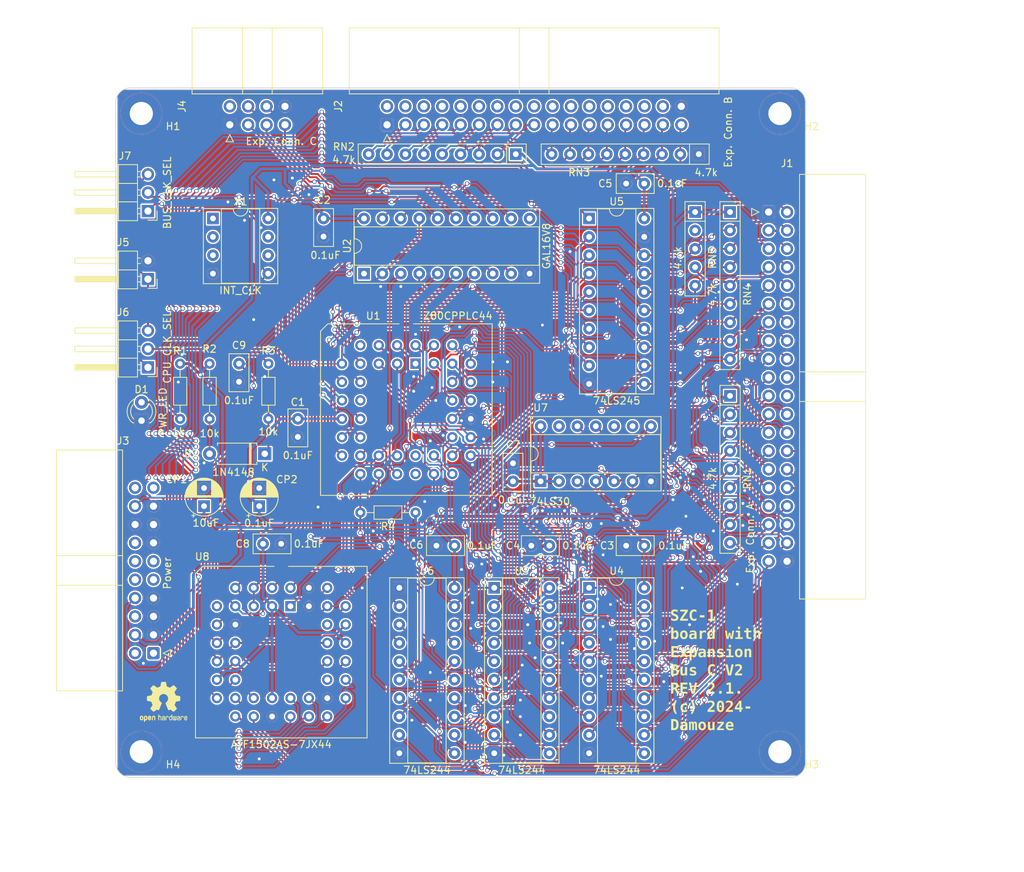
<source format=kicad_pcb>
(kicad_pcb (version 20221018) (generator pcbnew)
  (title_block (title "SZC-1 board with Expansion Bus C V2") (date "2024-03-15") (rev "2.1"))
  (layers (0 "F.Cu" mixed) (31 "B.Cu" mixed) (34 "B.Paste" user) (35 "F.Paste" user) (36 "B.SilkS" user "B.Silkscreen") (37 "F.SilkS" user "F.Silkscreen") (38 "B.Mask" user) (39 "F.Mask" user) (44 "Edge.Cuts" user))
  (net 0 "")
  (net 1 "/+5V")
  (net 2 "/GND")
  (net 3 "Net-(D1-A)")
  (net 4 "/~{RESET_SW}")
  (net 5 "/~{NMI}")
  (net 6 "/~{RESET}")
  (net 7 "/BUS_CLK")
  (net 8 "/CPU_CLK")
  (net 9 "/~{B_M1}")
  (net 10 "/~{B_IORQ}")
  (net 11 "/~{B_MREQ}")
  (net 12 "/~{B_WR}")
  (net 13 "/~{B_RD}")
  (net 14 "/~{WAIT}")
  (net 15 "/~{B_RFSH}")
  (net 16 "/M_A21")
  (net 17 "/M_A20")
  (net 18 "/M_A19")
  (net 19 "/M_A18")
  (net 20 "/M_A17")
  (net 21 "/M_A16")
  (net 22 "/-12V")
  (net 23 "/+12V")
  (net 24 "/USER2")
  (net 25 "/USER1")
  (net 26 "/USER0")
  (net 27 "/Clock & Reset circuit/EXT_CLK")
  (net 28 "/Clock & Reset circuit/INT_CLK")
  (net 29 "/B_D7")
  (net 30 "/PWR_OK")
  (net 31 "/MCU/~{HALT}")
  (net 32 "/MCU/~{MREQ}")
  (net 33 "/MCU/~{IORQ}")
  (net 34 "/MCU/~{RD}")
  (net 35 "/MCU/~{WR}")
  (net 36 "/MCU/~{M1}")
  (net 37 "/MCU/~{RFSH}")
  (net 38 "/~{INTA}")
  (net 39 "/MCU/~{BUSACK}")
  (net 40 "/MCU/BUSACK")
  (net 41 "/B_D6")
  (net 42 "/B_D5")
  (net 43 "/B_D4")
  (net 44 "/B_D3")
  (net 45 "/B_D2")
  (net 46 "/B_D1")
  (net 47 "/B_D0")
  (net 48 "/B_A15")
  (net 49 "/B_A14")
  (net 50 "/B_A13")
  (net 51 "/B_A12")
  (net 52 "/~{INT7}")
  (net 53 "/B_A11")
  (net 54 "/~{INT6}")
  (net 55 "/B_A10")
  (net 56 "/~{INT5}")
  (net 57 "/B_A9")
  (net 58 "/~{INT4}")
  (net 59 "/B_A8")
  (net 60 "/~{INT3}")
  (net 61 "/B_A7")
  (net 62 "/~{INT2}")
  (net 63 "/B_A6")
  (net 64 "/B_A5")
  (net 65 "/B_A4")
  (net 66 "/B_A3")
  (net 67 "/B_A2")
  (net 68 "/B_A1")
  (net 69 "/B_A0")
  (net 70 "/~{INT0}")
  (net 71 "/~{INT1}")
  (net 72 "/USER15")
  (net 73 "/MCU/D4")
  (net 74 "/MCU/D3")
  (net 75 "/MCU/D5")
  (net 76 "/MCU/D6")
  (net 77 "/MCU/D2")
  (net 78 "/MCU/D7")
  (net 79 "/MCU/D0")
  (net 80 "/MCU/D1")
  (net 81 "/MCU/A11")
  (net 82 "/MCU/A12")
  (net 83 "/MCU/A13")
  (net 84 "/MCU/A14")
  (net 85 "/MCU/A15")
  (net 86 "/MCU/A0")
  (net 87 "/MCU/A1")
  (net 88 "/MCU/A2")
  (net 89 "/MCU/A3")
  (net 90 "/MCU/A4")
  (net 91 "/MCU/A5")
  (net 92 "/MCU/A6")
  (net 93 "/MCU/A7")
  (net 94 "/MCU/A8")
  (net 95 "/MCU/A9")
  (net 96 "/MCU/A10")
  (net 98 "/~{B_BUSACK}")
  (net 99 "/~{MEMR}")
  (net 100 "/USER14")
  (net 101 "/USER13")
  (net 102 "/USER12")
  (net 103 "/USER11")
  (net 104 "/USER10")
  (net 105 "/USER9")
  (net 106 "/USER8")
  (net 107 "/~{MEMW}")
  (net 108 "/M_A15")
  (net 109 "/~{IOR}")
  (net 110 "/M_A14")
  (net 111 "/~{IOW}")
  (net 112 "/+3.3V")
  (net 113 "/+5V2")
  (net 114 "/+5VSB")
  (net 115 "/~{PS_ON}")
  (net 116 "/+5V4")
  (net 117 "/+5V3")
  (net 118 "/~{CPU_INT}")
  (net 119 "/+3.3V2")
  (net 120 "/+3.3V3")
  (net 121 "/~{B_HALT}")
  (net 122 "/~{BUSREQ}")
  (net 123 "/~{RESET0}")
  (net 127 "/MCU/~{DBUS_DIR}")
  (net 128 "/USER7")
  (net 129 "/USER6")
  (net 130 "/USER5")
  (net 131 "/USER4")
  (net 132 "/USER3")
  (net 137 "/Memory Mapper/~{MMU_CS}")
  (footprint "MountingHole:MountingHole_3.2mm_M3_ISO7380_Pad" (layer "F.Cu") (at 28.925 28.925)
    (fp_text reference "H1")
    (fp_text value "MountingHole_Pad")
  )
  (footprint "Symbol:OSHW-Logo2_7.3x6mm_SilkScreen" (layer "F.Cu") (at 32.004 110.236)
    (fp_text reference "REF**" hide)
    (fp_text value "OSHW-Logo2_7.3x6mm_SilkScreen" hide)
  )
  (footprint "Package_DIP:DIP-20_W7.62mm_Socket" (layer "F.Cu") (at 59.69 51.054 90)
    (fp_text reference "U2")
    (fp_text value "GAL16V8")
  )
  (footprint "Capacitor_THT:CP_Radial_D5.0mm_P2.50mm" (layer "F.Cu") (at 37.592 83.185 90)
    (fp_text reference "CP1")
    (fp_text value "10uF")
  )
  (footprint "Capacitor_THT:C_Disc_D5.0mm_W2.5mm_P2.50mm" (layer "F.Cu") (at 42.418 63.5 -90)
    (fp_text reference "C9")
    (fp_text value "0.1uF")
  )
  (footprint "Capacitor_THT:C_Disc_D5.0mm_W2.5mm_P2.50mm" (layer "F.Cu") (at 98.39 88.646 180)
    (fp_text reference "C3")
    (fp_text value "0.1uF")
  )
  (footprint "Package_LCC:PLCC-44_THT-Socket" (layer "F.Cu") (at 49.53 97.012)
    (fp_text reference "U8")
    (fp_text value "ATF1502AS-7JX44")
  )
  (footprint "Package_DIP:DIP-20_W7.62mm_Socket" (layer "F.Cu") (at 64.562 94.472)
    (fp_text reference "U6")
    (fp_text value "74LS244")
  )
  (footprint "Capacitor_THT:C_Disc_D5.0mm_W2.5mm_P2.50mm" (layer "F.Cu") (at 85.286 88.646 180)
    (fp_text reference "C4")
    (fp_text value "0.1uF")
  )
  (footprint "Package_LCC:PLCC-44_THT-Socket" (layer "F.Cu") (at 66.802 63.5)
    (fp_text reference "U1")
    (fp_text value "Z80CPPLC44")
  )
  (footprint "Connector_PinHeader_2.54mm:PinHeader_1x03_P2.54mm_Horizontal" (layer "F.Cu") (at 29.845 64.008 180)
    (fp_text reference "J6")
    (fp_text value "CPU_CLK_SEL")
  )
  (footprint "MountingHole:MountingHole_3.2mm_M3_ISO7380_Pad" (layer "F.Cu") (at 117.125 28.925)
    (fp_text reference "H2")
    (fp_text value "MountingHole_Pad")
  )
  (footprint "Connector_PinHeader_2.54mm:PinHeader_1x03_P2.54mm_Horizontal" (layer "F.Cu") (at 29.845 42.403 180)
    (fp_text reference "J7")
    (fp_text value "BUS_CLK_SEL")
  )
  (footprint "Capacitor_THT:C_Disc_D5.0mm_W2.5mm_P2.50mm" (layer "F.Cu") (at 98.39 38.608 180)
    (fp_text reference "C5")
    (fp_text value "0.1uF")
  )
  (footprint "Resistor_THT:R_Array_SIP9" (layer "F.Cu") (at 110.236 67.945 -90)
    (fp_text reference "RN1")
    (fp_text value "4.7k")
  )
  (footprint "Diode_THT:D_A-405_P7.62mm_Horizontal" (layer "F.Cu") (at 45.974 75.946 180)
    (fp_text reference "D2")
    (fp_text value "1N4148")
  )
  (footprint "Connector_IDC:IDC-Header_2x20_P2.54mm_Horizontal" (layer "F.Cu") (at 115.57 42.545)
    (fp_text reference "J1")
    (fp_text value "Exp. Conn. A")
  )
  (footprint "Capacitor_THT:C_Disc_D5.0mm_W2.5mm_P2.50mm" (layer "F.Cu") (at 72.182 88.646 180)
    (fp_text reference "C6")
    (fp_text value "0.1uF")
  )
  (footprint "Resistor_THT:R_Array_SIP5" (layer "F.Cu") (at 105.41 42.545 -90)
    (fp_text reference "RN5")
    (fp_text value "4.7k")
  )
  (footprint "Resistor_THT:R_Array_SIP9" (layer "F.Cu") (at 80.645 34.544 180)
    (fp_text reference "RN2")
    (fp_text value "4.7k")
  )
  (footprint "Package_DIP:DIP-20_W7.62mm_Socket" (layer "F.Cu") (at 77.666 94.472)
    (fp_text reference "U3")
    (fp_text value "74LS244")
  )
  (footprint "Resistor_THT:R_Axial_DIN0204_L3.6mm_D1.6mm_P7.62mm_Horizontal" (layer "F.Cu") (at 34.29 63.5 -90)
    (fp_text reference "R1")
    (fp_text value "1k")
  )
  (footprint "Capacitor_THT:C_Disc_D5.0mm_W2.5mm_P2.50mm" (layer "F.Cu") (at 80.264 79.756 90)
    (fp_text reference "C7")
    (fp_text value "0.1uF")
  )
  (footprint "Resistor_THT:R_Array_SIP9" (layer "F.Cu") (at 110.236 42.545 -90)
    (fp_text reference "RN4")
    (fp_text value "4.7k")
  )
  (footprint "Capacitor_THT:C_Disc_D5.0mm_W2.5mm_P2.50mm" (layer "F.Cu") (at 45.74 88.392)
    (fp_text reference "C8")
    (fp_text value "0.1uF")
  )
  (footprint "Connector_IDC:IDC-Header_2x04_P2.54mm_Horizontal" (layer "F.Cu") (at 41.148 30.48 90)
    (fp_text reference "J4")
    (fp_text value "Exp. Conn. C")
  )
  (footprint "Resistor_THT:R_Axial_DIN0204_L3.6mm_D1.6mm_P7.62mm_Horizontal" (layer "F.Cu") (at 66.802 84.074 180)
    (fp_text reference "R4")
    (fp_text value "4.7k")
  )
  (footprint "Capacitor_THT:C_Disc_D5.0mm_W2.5mm_P2.50mm" (layer "F.Cu") (at 50.546 71.12 -90)
    (fp_text reference "C1")
    (fp_text value "0.1uF")
  )
  (footprint "Resistor_THT:R_Axial_DIN0204_L3.6mm_D1.6mm_P7.62mm_Horizontal" (layer "F.Cu") (at 46.482 71.12 90)
    (fp_text reference "R3")
    (fp_text value "10k")
  )
  (footprint "Resistor_THT:R_Array_SIP9" (layer "F.Cu") (at 105.918 34.544 180)
    (fp_text reference "RN3")
    (fp_text value "4.7k")
  )
  (footprint "LED_THT:LED_D3.0mm" (layer "F.Cu") (at 28.956 71.374 90)
    (fp_text reference "D1")
    (fp_text value "PWR_LED")
  )
  (footprint "Capacitor_THT:C_Disc_D5.0mm_W2.5mm_P2.50mm" (layer "F.Cu") (at 54.102 43.434 -90)
    (fp_text reference "C2")
    (fp_text value "0.1uF")
  )
  (footprint "Connector_PinHeader_2.54mm:PinHeader_1x02_P2.54mm_Horizontal" (layer "F.Cu") (at 29.845 51.816 180)
    (fp_text reference "J5")
    (fp_text value "EXT_CLK")
  )
  (footprint "Capacitor_THT:CP_Radial_D5.0mm_P2.50mm" (layer "F.Cu") (at 45.212 83.185 90)
    (fp_text reference "CP2")
    (fp_text value "0.1uF")
  )
  (footprint "Package_DIP:DIP-8_W7.62mm_Socket" (layer "F.Cu") (at 38.822 43.434)
    (fp_text reference "X1")
    (fp_text value "INT_CLK")
  )
  (footprint "Connector_IDC:IDC-Header_2x10_P2.54mm_Horizontal" (layer "F.Cu") (at 30.607 103.505 180)
    (fp_text reference "J3")
    (fp_text value "Power")
  )
  (footprint "MountingHole:MountingHole_3.2mm_M3_ISO7380_Pad" (layer "F.Cu") (at 28.925 117.125)
    (fp_text reference "H4")
    (fp_text value "MountingHole_Pad")
  )
  (footprint "Connector_IDC:IDC-Header_2x17_P2.54mm_Horizontal" (layer "F.Cu") (at 62.865 30.48 90)
    (fp_text reference "J2")
    (fp_text value "Exp. Conn. B")
  )
  (footprint "Resistor_THT:R_Axial_DIN0204_L3.6mm_D1.6mm_P7.62mm_Horizontal" (layer "F.Cu") (at 38.354 63.5 -90)
    (fp_text reference "R2")
    (fp_text value "10k")
  )
  (footprint "Package_DIP:DIP-20_W7.62mm_Socket" (layer "F.Cu") (at 90.77 94.472)
    (fp_text reference "U4")
    (fp_text value "74LS244")
  )
  (footprint "Package_DIP:DIP-14_W7.62mm_Socket" (layer "F.Cu") (at 84.074 79.756 90)
    (fp_text reference "U7")
    (fp_text value "74LS30")
  )
  (footprint "Package_DIP:DIP-20_W7.62mm_Socket" (layer "F.Cu") (at 90.77 43.434)
    (fp_text reference "U5")
    (fp_text value "74LS245")
  )
  (footprint "MountingHole:MountingHole_3.2mm_M3_ISO7380_Pad" (layer "F.Cu") (at 117.125 117.125)
    (fp_text reference "H3")
    (fp_text value "MountingHole_Pad")
  )
  (gr_line (start 25.4 27.4) (end 25.4 118.65) (stroke (width 0.1)) (layer "Edge.Cuts"))
  (gr_line (start 120.65 27.4) (end 120.65 118.65) (stroke (width 0.1)) (layer "Edge.Cuts"))
  (gr_arc (start 120.65 118.65) (mid 120.064214 120.064214) (end 118.65 120.65) (stroke (width 0.1)) (layer "Edge.Cuts"))
  (gr_arc (start 27.4 120.65) (mid 25.985786 120.064214) (end 25.4 118.65) (stroke (width 0.1)) (layer "Edge.Cuts"))
  (gr_arc (start 25.4 27.4) (mid 25.985786 25.985786) (end 27.4 25.4) (stroke (width 0.1)) (layer "Edge.Cuts"))
  (gr_arc (start 118.65 25.4) (mid 120.064214 25.985786) (end 120.65 27.4) (stroke (width 0.1)) (layer "Edge.Cuts"))
  (gr_line (start 27.4 120.65) (end 118.65 120.65) (stroke (width 0.1)) (layer "Edge.Cuts"))
  (gr_line (start 27.4 25.4) (end 118.65 25.4) (stroke (width 0.1)) (layer "Edge.Cuts"))
  (gr_text_box "${TITLE}\nREV ${REVISION}.\n(c) 2024-  Damouze" (start 100.838 96.393) (end 116.332 114.935) (layer "F.SilkS") (effects (font (size 1.5 1.5) (thickness 0.3) bold) (justify left top)))
  (segment (start 98.39 88.646) (end 98.39 88.484) (width 0.4) (layer "F.Cu") (net 1))
  (segment (start 102.362 75.184) (end 106.68 70.866) (width 0.4) (layer "F.Cu") (net 1))
  (segment (start 79.502 79.756) (end 75.184 84.074) (width 0.4) (layer "F.Cu") (net 1))
  (segment (start 85.286 88.646) (end 84.483057 88.646) (width 0.4) (layer "F.Cu") (net 1))
  (segment (start 75.184 84.074) (end 75.184 84.582) (width 0.4) (layer "F.Cu") (net 1))
  (segment (start 35.56 63.5) (end 34.29 63.5) (width 0.4) (layer "F.Cu") (net 1))
  (segment (start 81.972 89.846) (end 81.534 89.408) (width 0.4) (layer "F.Cu") (net 1))
  (segment (start 75.184 84.582) (end 82.042 84.582) (width 0.4) (layer "F.Cu") (net 1))
  (segment (start 98.39 88.484) (end 94.742 84.836) (width 0.4) (layer "F.Cu") (net 1))
  (segment (start 80.264 79.756) (end 79.502 79.756) (width 0.4) (layer "F.Cu") (net 1))
  (segment (start 80.264 79.756) (end 84.074 79.756) (width 0.4) (layer "F.Cu") (net 1))
  (segment (start 83.283057 89.846) (end 81.972 89.846) (width 0.4) (layer "F.Cu") (net 1))
  (segment (start 69.342 84.836) (end 69.596 84.582) (width 0.4) (layer "F.Cu") (net 1))
  (segment (start 69.596 84.582) (end 75.184 84.582) (width 0.4) (layer "F.Cu") (net 1))
  (segment (start 81.476667 94.291333) (end 83.058 95.872666) (width 0.4) (layer "F.Cu") (net 1))
  (segment (start 84.483057 88.646) (end 83.283057 89.846) (width 0.4) (layer "F.Cu") (net 1))
  (segment (start 37.084 65.024) (end 35.56 63.5) (width 0.4) (layer "F.Cu") (net 1))
  (segment (start 83.058 95.872666) (end 83.058 96.266) (width 0.4) (layer "F.Cu") (net 1))
  (via (at 106.68 70.866) (size 0.6) (drill 0.4) (layers "F.Cu" "B.Cu") (net 1))
  (via (at 81.534 89.408) (size 0.6) (drill 0.4) (layers "F.Cu" "B.Cu") (net 1))
  (via (at 83.058 96.266) (size 0.6) (drill 0.4) (layers "F.Cu" "B.Cu") (net 1))
  (via (at 69.342 84.836) (size 0.6) (drill 0.4) (layers "F.Cu" "B.Cu") (net 1))
  (via (at 82.042 84.582) (size 0.6) (drill 0.4) (layers "F.Cu" "B.Cu") (net 1))
  (via (at 102.362 75.184) (size 0.6) (drill 0.4) (layers "F.Cu" "B.Cu") (net 1))
  (via (at 37.084 65.024) (size 0.6) (drill 0.4) (layers "F.Cu" "B.Cu") (net 1))
  (via (at 81.476667 94.291333) (size 0.6) (drill 0.4) (layers "F.Cu" "B.Cu") (net 1))
  (via (at 94.742 84.836) (size 0.6) (drill 0.4) (layers "F.Cu" "B.Cu") (net 1))
  (segment (start 101.346 76.2) (end 101.346 82.296) (width 0.4) (layer "B.Cu") (net 1))
  (segment (start 40.624 105.918) (end 39.37 107.172) (width 0.4) (layer "B.Cu") (net 1))
  (segment (start 37.333872 91.44) (end 41.148 91.44) (width 0.4) (layer "B.Cu") (net 1))
  (segment (start 54.102 43.434) (end 54.102 42.926) (width 0.4) (layer "B.Cu") (net 1))
  (segment (start 80.645 34.544) (end 81.534 34.544) (width 0.4) (layer "B.Cu") (net 1))
  (segment (start 52.089538 36.576) (end 52.535538 36.13) (width 0.4) (layer "B.Cu") (net 1))
  (segment (start 46.442 43.434) (end 46.442 39.838) (width 0.4) (layer "B.Cu") (net 1))
  (segment (start 37.084 65.024) (end 40.132 68.072) (width 0.4) (layer "B.Cu") (net 1))
  (segment (start 81.534 34.544) (end 83.566 36.576) (width 0.4) (layer "B.Cu") (net 1))
  (segment (start 45.466 36.576) (end 48.768 36.576) (width 0.4) (layer "B.Cu") (net 1))
  (segment (start 96.358 36.576) (end 94.996 36.576) (width 0.4) (layer "B.Cu") (net 1))
  (segment (start 72.182 88.646) (end 69.342 85.806) (width 0.4) (layer "B.Cu") (net 1))
  (segment (start 41.148 91.44) (end 42.667872 89.920128) (width 0.4) (layer "B.Cu") (net 1))
  (segment (start 45.212 83.185) (end 43.942 81.915) (width 0.4) (layer "B.Cu") (net 1))
  (segment (start 110.236 67.945) (end 109.601 67.945) (width 0.4) (layer "B.Cu") (net 1))
  (segment (start 44.196 54.61) (end 44.196 37.846) (width 0.4) (layer "B.Cu") (net 1))
  (segment (start 37.084 61.722) (end 44.196 54.61) (width 0.4) (layer "B.Cu") (net 1))
  (segment (start 46.609 85.979) (end 45.74 86.848) (width 0.4) (layer "B.Cu") (net 1))
  (segment (start 99.314 36.576) (end 102.362 39.624) (width 0.4) (layer "B.Cu") (net 1))
  (segment (start 82.042 85.344) (end 85.286 88.588) (width 0.4) (layer "B.Cu") (net 1))
  (segment (start 66.802 85.344) (end 67.564 86.106) (width 0.4) (layer "B.Cu") (net 1))
  (segment (start 36.114911 92.658961) (end 37.333872 91.44) (width 0.4) (layer "B.Cu") (net 1))
  (segment (start 93.726 84.582) (end 93.98 84.836) (width 0.4) (layer "B.Cu") (net 1))
  (segment (start 40.132 83.570128) (end 42.667872 86.106) (width 0.4) (layer "B.Cu") (net 1))
  (segment (start 69.088 84.836) (end 69.342 84.836) (width 0.4) (layer "B.Cu") (net 1))
  (segment (start 67.564 86.106) (end 67.818 86.106) (width 0.4) (layer "B.Cu") (net 1))
  (segment (start 51.308 41.148) (end 48.768 38.608) (width 0.4) (layer "B.Cu") (net 1))
  (segment (start 46.736 86.106) (end 46.609 85.979) (width 0.4) (layer "B.Cu") (net 1))
  (segment (start 84.074 79.756) (end 84.074 72.136) (width 0.4) (layer "B.Cu") (net 1))
  (segment (start 98.39 88.646) (end 98.39 94.472) (width 0.4) (layer "B.Cu") (net 1))
  (segment (start 46.99 97.012) (end 46.99 101.123475) (width 0.4) (layer "B.Cu") (net 1))
  (segment (start 72.182 88.646) (end 72.182 94.472) (width 0.4) (layer "B.Cu") (net 1))
  (segment (start 98.39 38.608) (end 98.39 43.434) (width 0.4) (layer "B.Cu") (net 1))
  (segment (start 46.736 86.106) (end 39.624 86.106) (width 0.4) (layer "B.Cu") (net 1))
  (segment (start 31.135 102.215) (end 36.114911 97.235089) (width 0.4) (layer "B.Cu") (net 1))
  (segment (start 67.818 86.106) (end 69.088 84.836) (width 0.4) (layer "B.Cu") (net 1))
  (segment (start 81.181 93.995666) (end 81.181 89.761) (width 0.4) (layer "B.Cu") (net 1))
  (segment (start 46.736 86.106) (end 46.99 85.852) (width 0.4) (layer "B.Cu") (net 1))
  (segment (start 40.132 68.072) (end 40.132 83.570128) (width 0.4) (layer "B.Cu") (net 1))
  (segment (start 82.042 84.582) (end 82.042 85.344) (width 0.4) (layer "B.Cu") (net 1))
  (segment (start 81.476667 94.291333) (end 81.181 93.995666) (width 0.4) (layer "B.Cu") (net 1))
  (segment (start 55.7212 100.6632) (end 57.15 102.092) (width 0.4) (layer "B.Cu") (net 1))
  (segment (start 52.324 41.148) (end 51.308 41.148) (width 0.4) (layer "B.Cu") (net 1))
  (segment (start 44.196 37.846) (end 44.323 37.719) (width 0.4) (layer "B.Cu") (net 1))
  (segment (start 98.806 84.836) (end 94.742 84.836) (width 0.4) (layer "B.Cu") (net 1))
  (segment (start 46.99 85.852) (end 63.01805 85.852) (width 0.4) (layer "B.Cu") (net 1))
  (segment (start 37.084 64.77) (end 38.354 63.5) (width 0.4) (layer "B.Cu") (net 1))
  (segment (start 102.362 44.45) (end 102.362 75.184) (width 0.4) (layer "B.Cu") (net 1))
  (segment (start 42.195475 105.918) (end 40.624 105.918) (width 0.4) (layer "B.Cu") (net 1))
  (segment (start 83.566 36.576) (end 94.996 36.576) (width 0.4) (layer "B.Cu") (net 1))
  (segment (start 46.99 101.123475) (end 42.195475 105.918) (width 0.4) (layer "B.Cu") (net 1))
  (segment (start 37.084 65.024) (end 37.084 61.722) (width 0.4) (layer "B.Cu") (net 1))
  (segment (start 29.317 102.215) (end 31.135 102.215) (width 0.4) (layer "B.Cu") (net 1))
  (segment (start 46.99 97.012) (end 50.6412 100.6632) (width 0.4) (layer "B.Cu") (net 1))
  (segment (start 43.942 75.378) (end 48.2 71.12) (width 0.4) (layer "B.Cu") (net 1))
  (segment (start 104.267 42.545) (end 105.41 42.545) (width 0.4) (layer "B.Cu") (net 1))
  (segment (start 39.624 86.106) (end 39.37 86.106) (width 0.4) (layer "B.Cu") (net 1))
  (segment (start 45.74 86.848) (end 45.74 88.392) (width 0.4) (layer "B.Cu") (net 1))
  (segment (start 52.535538 36.13) (end 83.12 36.13) (width 0.4) (layer "B.Cu") (net 1))
  (segment (start 82.042 84.582) (end 93.726 84.582) (width 0.4) (layer "B.Cu") (net 1))
  (segment (start 105.41 42.545) (end 110.236 42.545) (width 0.4) (layer "B.Cu") (net 1))
  (segment (start 102.362 39.624) (end 102.362 44.45) (width 0.4) (layer "B.Cu") (net 1))
  (segment (start 109.601 67.945) (end 106.68 70.866) (width 0.4) (layer "B.Cu") (net 1))
  (segment (start 83.12 36.13) (end 83.566 36.576) (width 0.4) (layer "B.Cu") (net 1))
  (segment (start 50.546 71.12) (end 56.642 71.12) (width 0.4) (layer "B.Cu") (net 1))
  (segment (start 43.942 81.915) (end 43.942 75.378) (width 0.4) (layer "B.Cu") (net 1))
  (segment (start 42.667872 89.920128) (end 42.667872 86.106) (width 0.4) (layer "B.Cu") (net 1))
  (segment (start 66.802 84.074) (end 66.802 85.344) (width 0.4) (layer "B.Cu") (net 1))
  (segment (start 48.768 38.608) (end 48.768 36.576) (width 0.4) (layer "B.Cu") (net 1))
  (segment (start 50.6412 100.6632) (end 55.7212 100.6632) (width 0.4) (layer "B.Cu") (net 1))
  (segment (start 45.466 36.576) (end 44.323 37.719) (width 0.4) (layer "B.Cu") (net 1))
  (segment (start 46.99 101.123475) (end 46.99 109.712) (width 0.4) (layer "B.Cu") (net 1))
  (segment (start 36.114911 97.235089) (end 36.114911 92.658961) (width 0.4) (layer "B.Cu") (net 1))
  (segment (start 46.609 85.979) (end 45.212 84.582) (width 0.4) (layer "B.Cu") (net 1))
  (segment (start 81.181 89.761) (end 81.534 89.408) (width 0.4) (layer "B.Cu") (net 1))
  (segment (start 45.74 95.762) (end 46.99 97.012) (width 0.4) (layer "B.Cu") (net 1))
  (segment (start 94.742 84.836) (end 93.98 84.836) (width 0.4) (layer "B.Cu") (net 1))
  (segment (start 48.2 71.12) (end 50.546 71.12) (width 0.4) (layer "B.Cu") (net 1))
  (segment (start 63.27205 86.106) (end 67.564 86.106) (width 0.4) (layer "B.Cu") (net 1))
  (segment (start 45.212 84.582) (end 45.212 83.185) (width 0.4) (layer "B.Cu") (net 1))
  (segment (start 37.084 65.024) (end 37.084 64.77) (width 0.4) (layer "B.Cu") (net 1))
  (segment (start 102.362 75.184) (end 101.346 76.2) (width 0.4) (layer "B.Cu") (net 1))
  (segment (start 63.01805 85.852) (end 63.27205 86.106) (width 0.4) (layer "B.Cu") (net 1))
  (segment (start 48.768 36.576) (end 52.089538 36.576) (width 0.4) (layer "B.Cu") (net 1))
  (segment (start 101.346 82.296) (end 98.806 84.836) (width 0.4) (layer "B.Cu") (net 1))
  (segment (start 54.102 42.926) (end 52.324 41.148) (width 0.4) (layer "B.Cu") (net 1))
  (segment (start 94.996 36.576) (end 99.314 36.576) (width 0.4) (layer "B.Cu") (net 1))
  (segment (start 85.286 88.588) (end 85.286 88.646) (width 0.4) (layer "B.Cu") (net 1))
  (segment (start 94.58 84.836) (end 93.98 84.836) (width 0.4) (layer "B.Cu") (net 1))
  (segment (start 83.492 96.266) (end 85.286 94.472) (width 0.4) (layer "B.Cu") (net 1))
  (segment (start 46.442 39.838) (end 44.323 37.719) (width 0.4) (layer "B.Cu") (net 1))
  (segment (start 37.592 84.328) (end 37.592 83.185) (width 0.4) (layer "B.Cu") (net 1))
  (segment (start 98.39 38.608) (end 96.358 36.576) (width 0.4) (layer "B.Cu") (net 1))
  (segment (start 84.074 79.756) (end 86.614 79.756) (width 0.4) (layer "B.Cu") (net 1))
  (segment (start 28.067 100.965) (end 29.317 102.215) (width 0.4) (layer "B.Cu") (net 1))
  (segment (start 45.74 88.392) (end 45.74 95.762) (width 0.4) (layer "B.Cu") (net 1))
  (segment (start 102.362 44.45) (end 104.267 42.545) (width 0.4) (layer "B.Cu") (net 1))
  (segment (start 83.058 96.266) (end 83.492 96.266) (width 0.4) (layer "B.Cu") (net 1))
  (segment (start 54.102 43.434) (end 59.69 43.434) (width 0.4) (layer "B.Cu") (net 1))
  (segment (start 39.37 86.106) (end 37.592 84.328) (width 0.4) (layer "B.Cu") (net 1))
  (segment (start 69.342 85.806) (end 69.342 84.836) (width 0.4) (layer "B.Cu") (net 1))
  (via (at 83.312 104.14) (size 0.6) (drill 0.4) (layers "F.Cu" "B.Cu") (net 2))
  (via (at 69.088 66.802) (size 0.6) (drill 0.4) (layers "F.Cu" "B.Cu") (net 2))
  (via (at 44.45 57.404) (size 0.6) (drill 0.4) (layers "F.Cu" "B.Cu") (net 2))
  (via (at 83.566 85.344) (size 0.6) (drill 0.4) (layers "F.Cu" "B.Cu") (net 2))
  (via (at 84.328 83.82) (size 0.6) (drill 0.4) (layers "F.Cu" "B.Cu") (net 2))
  (via (at 53.34 83.312) (size 0.6) (drill 0.4) (layers "F.Cu" "B.Cu") (net 2))
  (via (at 64.77 52.832) (size 0.6) (drill 0.4) (layers "F.Cu" "B.Cu") (net 2))
  (via (at 92.456 85.598) (size 0.6) (drill 0.4) (layers "F.Cu" "B.Cu") (net 2))
  (via (at 68.834 106.172) (size 0.6) (drill 0.4) (layers "F.Cu" "B.Cu") (net 2))
  (via (at 93.726 101.6) (size 0.6) (drill 0.4) (layers "F.Cu" "B.Cu") (net 2))
  (via (at 112.776 52.578) (size 0.6) (drill 0.4) (layers "F.Cu" "B.Cu") (net 2))
  (via (at 79.248 106.934) (size 0.6) (drill 0.4) (layers "F.Cu" "B.Cu") (net 2))
  (via (at 52.07 40.132) (size 0.6) (drill 0.4) (layers "F.Cu" "B.Cu") (net 2))
  (via (at 81.28 112.268) (size 0.6) (drill 0.4) (layers "F.Cu" "B.Cu") (net 2))
  (via (at 68.834 74.168) (size 0.6) (drill 0.4) (layers "F.Cu" "B.Cu") (net 2))
  (via (at 40.894 41.148) (size 0.6) (drill 0.4) (layers "F.Cu" "B.Cu") (net 2))
  (via (at 66.548 65.278) (size 0.6) (drill 0.4) (layers "F.Cu" "B.Cu") (net 2))
  (via (at 103.632 94.488) (size 0.6) (drill 0.4) (layers "F.Cu" "B.Cu") (net 2))
  (via (at 82.55 102.108) (size 0.6) (drill 0.4) (layers "F.Cu" "B.Cu") (net 2))
  (via (at 86.614 93.726) (size 0.6) (drill 0.4) (layers "F.Cu" "B.Cu") (net 2))
  (via (at 105.156 78.74) (size 0.6) (drill 0.4) (layers "F.Cu" "B.Cu") (net 2))
  (via (at 77.724 83.058) (size 0.6) (drill 0.4) (layers "F.Cu" "B.Cu") (net 2))
  (via (at 66.802 59.436) (size 0.6) (drill 0.4) (layers "F.Cu" "B.Cu") (net 2))
  (via (at 97.028 102.87) (size 0.6) (drill 0.4) (layers "F.Cu" "B.Cu") (net 2))
  (via (at 82.042 93.726) (size 0.6) (drill 0.4) (layers "F.Cu" "B.Cu") (net 2))
  (via (at 73.66 110.744) (size 0.6) (drill 0.4) (layers "F.Cu" "B.Cu") (net 2))
  (via (at 66.294 112.776) (size 0.6) (drill 0.4) (layers "F.Cu" "B.Cu") (net 2))
  (via (at 34.036 66.04) (size 0.6) (drill 0.4) (layers "F.Cu" "B.Cu") (net 2))
  (via (at 103.378 79.248) (size 0.6) (drill 0.4) (layers "F.Cu" "B.Cu") (net 2))
  (via (at 103.378 64.77) (size 0.6) (drill 0.4) (layers "F.Cu" "B.Cu") (net 2))
  (via (at 72.898 58.42) (size 0.6) (drill 0.4) (layers "F.Cu" "B.Cu") (net 2))
  (via (at 29.21 104.902) (size 0.6) (drill 0.4) (layers "F.Cu" "B.Cu") (net 2))
  (via (at 49.784 37.846) (size 0.6) (drill 0.4) (layers "F.Cu" "B.Cu") (net 2))
  (via (at 61.976 52.832) (size 0.6) (drill 0.4) (layers "F.Cu" "B.Cu") (net 2))
  (via (at 112.014 85.852) (size 0.6) (drill 0.4) (layers "F.Cu" "B.Cu") (net 2))
  (via (at 60.96 86.614) (size 0.6) (drill 0.4) (layers "F.Cu" "B.Cu") (net 2))
  (via (at 101.092 107.442) (size 0.6) (drill 0.4) (layers "F.Cu" "B.Cu") (net 2))
  (via (at 73.152 71.374) (size 0.6) (drill 0.4) (layers "F.Cu" "B.Cu") (net 2))
  (via (at 79.502 63.246) (size 0.6) (drill 0.4) (layers "F.Cu" "B.Cu") (net 2))
  (via (at 93.726 96.774) (size 0.6) (drill 0.4) (layers "F.Cu" "B.Cu") (net 2))
  (via (at 104.14 84.582) (size 0.6) (drill 0.4) (layers "F.Cu" "B.Cu") (net 2))
  (via (at 87.122 102.108) (size 0.6) (drill 0.4) (layers "F.Cu" "B.Cu") (net 2))
  (via (at 107.95 86.614) (size 0.6) (drill 0.4) (layers "F.Cu" "B.Cu") (net 2))
  (via (at 86.106 82.042) (size 0.6) (drill 0.4) (layers "F.Cu" "B.Cu") (net 2))
  (via (at 112.776 84.328) (size 0.6) (drill 0.4) (layers "F.Cu" "B.Cu") (net 2))
  (via (at 82.296 99.568) (size 0.6) (drill 0.4) (layers "F.Cu" "B.Cu") (net 2))
  (via (at 88.138 48.006) (size 0.6) (drill 0.4) (layers "F.Cu" "B.Cu") (net 2))
  (via (at 75.692 108.458) (size 0.6) (drill 0.4) (layers "F.Cu" "B.Cu") (net 2))
  (via (at 112.014 82.804) (size 0.6) (drill 0.4) (layers "F.Cu" "B.Cu") (net 2))
  (via (at 68.834 109.982) (size 0.6) (drill 0.4) (layers "F.Cu" "B.Cu") (net 2))
  (via (at 99.822 101.854) (size 0.6) (drill 0.4) (layers "F.Cu" "B.Cu") (net 2))
  (via (at 60.96 80.01) (size 0.6) (drill 0.4) (layers "F.Cu" "B.Cu") (net 2))
  (via (at 112.268 81.026) (size 0.6) (drill 0.4) (layers "F.Cu" "B.Cu") (net 2))
  (via (at 76.2 73.914) (size 0.6) (drill 0.4) (layers "F.Cu" "B.Cu") (net 2))
  (via (at 66.548 90.424) (size 0.6) (drill 0.4) (layers "F.Cu" "B.Cu") (net 2))
  (via (at 59.436 94.488) (size 0.6) (drill 0.4) (layers "F.Cu" "B.Cu") (net 2))
  (via (at 69.596 68.58) (size 0.6) (drill 0.4) (layers "F.Cu" "B.Cu") (net 2))
  (via (at 74.676 77.47) (size 0.6) (drill 0.4) (layers "F.Cu" "B.Cu") (net 2))
  (via (at 108.712 53.594) (size 0.6) (drill 0.4) (layers "F.Cu" "B.Cu") (net 2))
  (via (at 78.994 117.602) (size 0.6) (drill 0.4) (layers "F.Cu" "B.Cu") (net 2))
  (via (at 104.648 99.568) (size 0.6) (drill 0.4) (layers "F.Cu" "B.Cu") (net 2))
  (via (at 92.456 106.68) (size 0.6) (drill 0.4) (layers "F.Cu" "B.Cu") (net 2))
  (via (at 81.534 105.156) (size 0.6) (drill 0.4) (layers "F.Cu" "B.Cu") (net 2))
  (via (at 84.328 58.166) (size 0.6) (drill 0.4) (layers "F.Cu" "B.Cu") (net 2))
  (via (at 68.072 82.55) (size 0.6) (drill 0.4) (layers "F.Cu" "B.Cu") (net 2))
  (via (at 66.548 87.884) (size 0.6) (drill 0.4) (layers "F.Cu" "B.Cu") (net 2))
  (via (at 86.868 99.314) (size 0.6) (drill 0.4) (layers "F.Cu" "B.Cu") (net 2))
  (via (at 43.18 43.688) (size 0.6) (drill 0.4) (layers "F.Cu" "B.Cu") (net 2))
  (via (at 81.28 109.982) (size 0.6) (drill 0.4) (layers "F.Cu" "B.Cu") (net 2))
  (via (at 77.47 66.04) (size 0.6) (drill 0.4) (layers "F.Cu" "B.Cu") (net 2))
  (via (at 73.66 115.824) (size 0.6) (drill 0.4) (layers "F.Cu" "B.Cu") (net 2))
  (via (at 74.676 96.52) (size 0.6) (drill 0.4) (layers "F.Cu" "B.Cu") (net 2))
  (via (at 45.212 118.11) (size 0.6) (drill 0.4) (layers "F.Cu" "B.Cu") (net 2))
  (via (at 105.156 90.17) (size 0.6) (drill 0.4) (layers "F.Cu" "B.Cu") (net 2))
  (via (at 47.244 38.1) (size 0.6) (drill 0.4) (layers "F.Cu" "B.Cu") (net 2))
  (via (at 88.646 89.916) (size 0.6) (drill 0.4) (layers "F.Cu" "B.Cu") (net 2))
  (via (at 77.47 63.246) (size 0.6) (drill 0.4) (layers "F.Cu" "B.Cu") (net 2))
  (via (at 89.916 90.932) (size 0.6) (drill 0.4) (layers "F.Cu" "B.Cu") (net 2))
  (via (at 45.974 65.278) (size 0.6) (drill 0.4) (layers "F.Cu" "B.Cu") (net 2))
  (via (at 111.252 93.98) (size 0.6) (drill 0.4) (layers "F.Cu" "B.Cu") (net 2))
  (via (at 79.502 113.03) (size 0.6) (drill 0.4) (layers "F.Cu" "B.Cu") (net 2))
  (via (at 91.948 96.012) (size 0.6) (drill 0.4) (layers "F.Cu" "B.Cu") (net 2))
  (via (at 112.522 60.198) (size 0.6) (drill 0.4) (layers "F.Cu" "B.Cu") (net 2))
  (via (at 106.68 82.296) (size 0.6) (drill 0.4) (layers "F.Cu" "B.Cu") (net 2))
  (via (at 75.946 91.186) (size 0.6) (drill 0.4) (layers "F.Cu" "B.Cu") (net 2))
  (via (at 66.548 67.31) (size 0.6) (drill 0.4) (layers "F.Cu" "B.Cu") (net 2))
  (via (at 45.466 44.704) (size 0.6) (drill 0.4) (layers "F.Cu" "B.Cu") (net 2))
  (via (at 37.592 77.216) (size 0.6) (drill 0.4) (layers "F.Cu" "B.Cu") (net 2))
  (via (at 70.612 73.406) (size 0.6) (drill 0.4) (layers "F.Cu" "B.Cu") (net 2))
  (via (at 106.172 92.202) (size 0.6) (drill 0.4) (layers "F.Cu" "B.Cu") (net 2))
  (via (at 34.544 62.23) (size 0.6) (drill 0.4) (layers "F.Cu" "B.Cu") (net 2))
  (via (at 81.28 114.808) (size 0.6) (drill 0.4) (layers "F.Cu" "B.Cu") (net 2))
  (via (at 92.71 99.822) (size 0.6) (drill 0.4) (layers "F.Cu" "B.Cu") (net 2))
  (via (at 87.376 83.82) (size 0.6) (drill 0.4) (layers "F.Cu" "B.Cu") (net 2))
  (via (at 74.422 100.076) (size 0.6) (drill 0.4) (layers "F.Cu" "B.Cu") (net 2))
  (via (at 102.362 82.296) (size 0.6) (drill 0.4) (layers "F.Cu" "B.Cu") (net 2))
  (via (at 92.71 89.916) (size 0.6) (drill 0.4) (layers "F.Cu" "B.Cu") (net 2))
  (via (at 73.152 91.948) (size 0.6) (drill 0.4) (layers "F.Cu" "B.Cu") (net 2))
  (segment (start 32.004 68.834) (end 28.956 68.834) (width 0.25) (layer "F.Cu") (net 3))
  (segment (start 34.29 71.12) (end 32.004 68.834) (width 0.25) (layer "F.Cu") (net 3))
  (segment (start 41.952009 62.375) (end 45.357 62.375) (width 0.25) (layer "F.Cu") (net 4))
  (segment (start 38.354 71.12) (end 38.354 65.973009) (width 0.25) (layer "F.Cu") (net 4))
  (segment (start 38.354 65.973009) (end 41.952009 62.375) (width 0.25) (layer "F.Cu") (net 4))
  (segment (start 45.357 62.375) (end 46.482 63.5) (width 0.25) (layer "F.Cu") (net 4))
  (segment (start 38.354 75.946) (end 39.254 76.846) (width 0.25) (layer "B.Cu") (net 4))
  (segment (start 29.242 82.01) (end 28.067 83.185) (width 0.25) (layer "B.Cu") (net 4))
  (segment (start 39.254 80.613991) (end 37.857991 82.01) (width 0.25) (layer "B.Cu") (net 4))
  (segment (start 38.354 75.946) (end 38.354 71.12) (width 0.25) (layer "B.Cu") (net 4))
  (segment (start 37.857991 82.01) (end 29.242 82.01) (width 0.25) (layer "B.Cu") (net 4))
  (segment (start 39.254 76.846) (end 39.254 80.613991) (width 0.25) (layer "B.Cu") (net 4))
  (segment (start 106.68 46.355) (end 105.41 47.625) (width 0.25) (layer "F.Cu") (net 5))
  (segment (start 71.12 58.674) (end 62.23 58.674) (width 0.25) (layer "F.Cu") (net 5))
  (segment (start 116.935 41.37) (end 109.161 41.37) (width 0.25) (layer "F.Cu") (net 5))
  (segment (start 103.106 49.929) (end 97.924009 49.929) (width 0.25) (layer "F.Cu") (net 5))
  (segment (start 60.452 74.93) (end 59.182 76.2) (width 0.25) (layer "F.Cu") (net 5))
  (segment (start 94.742 53.111009) (end 94.742 58.166) (width 0.25) (layer "F.Cu") (net 5))
  (segment (start 62.23 58.674) (end 60.452 60.452) (width 0.25) (layer "F.Cu") (net 5))
  (segment (start 106.68 43.851) (end 106.68 46.355) (width 0.25) (layer "F.Cu") (net 5))
  (segment (start 60.452 60.452) (end 60.452 74.93) (width 0.25) (layer "F.Cu") (net 5))
  (segment (start 105.41 47.625) (end 103.106 49.929) (width 0.25) (layer "F.Cu") (net 5))
  (segment (start 109.161 41.37) (end 106.68 43.851) (width 0.25) (layer "F.Cu") (net 5))
  (segment (start 118.11 42.545) (end 116.935 41.37) (width 0.25) (layer "F.Cu") (net 5))
  (segment (start 94.742 58.166) (end 93.218 59.69) (width 0.25) (layer "F.Cu") (net 5))
  (segment (start 97.924009 49.929) (end 94.742 53.111009) (width 0.25) (layer "F.Cu") (net 5))
  (via (at 71.12 58.674) (size 0.6) (drill 0.4) (layers "F.Cu" "B.Cu") (net 5))
  (via (at 93.218 59.69) (size 0.6) (drill 0.4) (layers "F.Cu" "B.Cu") (net 5))
  (segment (start 93.218 59.69) (end 93.109 59.799) (width 0.25) (layer "B.Cu") (net 5))
  (segment (start 88.404884 59.799) (end 86.735884 61.468) (width 0.25) (layer "B.Cu") (net 5))
  (segment (start 81.882 59.022) (end 76.926676 59.022) (width 0.25) (layer "B.Cu") (net 5))
  (segment (start 84.328 61.468) (end 81.882 59.022) (width 0.25) (layer "B.Cu") (net 5))
  (segment (start 72.137 57.657) (end 71.12 58.674) (width 0.25) (layer "B.Cu") (net 5))
  (segment (start 76.926676 59.022) (end 75.561676 57.657) (width 0.25) (layer "B.Cu") (net 5))
  (segment (start 86.735884 61.468) (end 84.328 61.468) (width 0.25) (layer "B.Cu") (net 5))
  (segment (start 75.561676 57.657) (end 72.137 57.657) (width 0.25) (layer "B.Cu") (net 5))
  (segment (start 93.109 59.799) (end 88.404884 59.799) (width 0.25) (layer "B.Cu") (net 5))
  (segment (start 115.57 45.085) (end 116.448299 45.085) (width 0.25) (layer "F.Cu") (net 6))
  (segment (start 118.596701 46.26) (end 119.285 45.571701) (width 0.25) (layer "F.Cu") (net 6))
  (segment (start 117.623299 46.26) (end 118.596701 46.26) (width 0.25) (layer "F.Cu") (net 6))
  (segment (start 82.55 41.148) (end 82.296 40.894) (width 0.25) (layer "F.Cu") (net 6))
  (segment (start 84.26528 69.147) (end 83.848804 69.147) (width 0.25) (layer "F.Cu") (net 6))
  (segment (start 77.832004 75.1638) (end 72.9182 75.1638) (width 0.25) (layer "F.Cu") (net 6))
  (segment (start 64.77 40.894) (end 62.23 43.434) (width 0.25) (layer "F.Cu") (net 6))
  (segment (start 102.108 40.132) (end 101.092 41.148) (width 0.25) (layer "F.Cu") (net 6))
  (segment (start 86.226208 60.706969) (end 85.344 61.589177) (width 0.25) (layer "F.Cu") (net 6))
  (segment (start 117.602 40.132) (end 102.108 40.132) (width 0.25) (layer "F.Cu") (net 6))
  (segment (start 101.092 41.148) (end 82.55 41.148) (width 0.25) (layer "F.Cu") (net 6))
  (segment (start 82.296 40.894) (end 64.77 40.894) (width 0.25) (layer "F.Cu") (net 6))
  (segment (start 83.848804 69.147) (end 77.832004 75.1638) (width 0.25) (layer "F.Cu") (net 6))
  (segment (start 119.285 45.571701) (end 119.285 41.815) (width 0.25) (layer "F.Cu") (net 6))
  (segment (start 116.448299 45.085) (end 117.623299 46.26) (width 0.25) (layer "F.Cu") (net 6))
  (segment (start 85.344 61.589177) (end 85.344 68.06828) (width 0.25) (layer "F.Cu") (net 6))
  (segment (start 119.285 41.815) (end 117.602 40.132) (width 0.25) (layer "F.Cu") (net 6))
  (segment (start 72.9182 75.1638) (end 71.882 76.2) (width 0.25) (layer "F.Cu") (net 6))
  (segment (start 82.804 41.402) (end 82.296 40.894) (width 0.25) (layer "F.Cu") (net 6))
  (segment (start 85.344 68.06828) (end 84.26528 69.147) (width 0.25) (layer "F.Cu") (net 6))
  (via (at 82.804 41.402) (size 0.6) (drill 0.4) (layers "F.Cu" "B.Cu") (net 6))
  (via (at 86.226208 60.706969) (size 0.6) (drill 0.4) (layers "F.Cu" "B.Cu") (net 6))
  (segment (start 86.106 60.586761) (end 86.106 44.704) (width 0.25) (layer "B.Cu") (net 6))
  (segment (start 86.226208 60.706969) (end 86.106 60.586761) (width 0.25) (layer "B.Cu") (net 6))
  (segment (start 86.106 44.704) (end 82.804 41.402) (width 0.25) (layer "B.Cu") (net 6))
  (segment (start 64.583604 40.444) (end 63.879604 41.148) (width 0.25) (layer "F.Cu") (net 7))
  (segment (start 42.418 40.444) (end 47.186 40.444) (width 0.25) (layer "F.Cu") (net 7))
  (segment (start 82.736396 40.698) (end 82.482396 40.444) (width 0.25) (layer "F.Cu") (net 7))
  (segment (start 31.75 40.386) (end 31.692 40.444) (width 0.25) (layer "F.Cu") (net 7))
  (segment (start 29.845 40.005) (end 29.845 39.863) (width 0.25) (layer "F.Cu") (net 7))
  (segment (start 50.038 40.894) (end 53.086 40.894) (width 0.25) (layer "F.Cu") (net 7))
  (segment (start 47.302 40.444) (end 47.244 40.386) (width 0.25) (layer "F.Cu") (net 7))
  (segment (start 30.284 40.444) (end 29.845 40.005) (width 0.25) (layer "F.Cu") (net 7))
  (segment (start 31.808 40.444) (end 31.75 40.386) (width 0.25) (layer "F.Cu") (net 7))
  (segment (start 82.482396 40.444) (end 64.583604 40.444) (width 0.25) (layer "F.Cu") (net 7))
  (segment (start 63.879604 41.148) (end 63.5 41.148) (width 0.25) (layer "F.Cu") (net 7))
  (segment (start 103.124 38.608) (end 102.87 38.608) (width 0.25) (layer "F.Cu") (net 7))
  (segment (start 31.692 40.444) (end 30.284 40.444) (width 0.25) (layer "F.Cu") (net 7))
  (segment (start 100.78 40.698) (end 82.736396 40.698) (width 0.25) (layer "F.Cu") (net 7))
  (segment (start 102.87 38.608) (end 100.78 40.698) (width 0.25) (layer "F.Cu") (net 7))
  (segment (start 47.186 40.444) (end 47.244 40.386) (width 0.25) (layer "F.Cu") (net 7))
  (via (at 63.5 41.148) (size 0.6) (drill 0.4) (layers "F.Cu" "B.Cu") (net 7))
  (via (at 47.244 40.386) (size 0.6) (drill 0.4) (layers "F.Cu" "B.Cu") (net 7))
  (via (at 31.75 40.386) (size 0.6) (drill 0.4) (layers "F.Cu" "B.Cu") (net 7))
  (via (at 53.086 40.894) (size 0.6) (drill 0.4) (layers "F.Cu" "B.Cu") (net 7))
  (via (at 42.418 40.444) (size 0.6) (drill 0.4) (layers "F.Cu" "B.Cu") (net 7))
  (via (at 103.124 38.608) (size 0.6) (drill 0.4) (layers "F.Cu" "B.Cu") (net 7))
  (via (at 50.038 40.894) (size 0.6) (drill 0.4) (layers "F.Cu" "B.Cu") (net 7))
  (segment (start 114.395 46.45) (end 115.57 47.625) (width 0.25) (layer "B.Cu") (net 7))
  (segment (start 42.36 40.386) (end 31.75 40.386) (width 0.25) (layer "B.Cu") (net 7))
  (segment (start 53.34 41.148) (end 63.5 41.148) (width 0.25) (layer "B.Cu") (net 7))
  (segment (start 108.712 38.608) (end 114.395 44.291) (width 0.25) (layer "B.Cu") (net 7))
  (segment (start 50.038 40.894) (end 47.752 40.894) (width 0.25) (layer "B.Cu") (net 7))
  (segment (start 114.395 44.291) (end 114.395 46.45) (width 0.25) (layer "B.Cu") (net 7))
  (segment (start 103.124 38.608) (end 108.712 38.608) (width 0.25) (layer "B.Cu") (net 7))
  (segment (start 42.418 40.444) (end 42.36 40.386) (width 0.25) (layer "B.Cu") (net 7))
  (segment (start 53.086 40.894) (end 53.34 41.148) (width 0.25) (layer "B.Cu") (net 7))
  (segment (start 47.752 40.894) (end 47.244 40.386) (width 0.25) (layer "B.Cu") (net 7))
  (segment (start 109.728 53.848) (end 110.996604 53.848) (width 0.25) (layer "F.Cu") (net 8))
  (segment (start 52.9685 67.626884) (end 54.7058 69.364184) (width 0.25) (layer "F.Cu") (net 8))
  (segment (start 54.7058 69.364184) (end 54.7058 86.7562) (width 0.25) (layer "F.Cu") (net 8))
  (segment (start 52.794 63.5) (end 52.9685 63.6745) (width 0.25) (layer "F.Cu") (net 8))
  (segment (start 108.712 60.452) (end 108.712 54.864) (width 0.25) (layer "F.Cu") (net 8))
  (segment (start 105.157396 62.103) (end 103.056396 64.204) (width 0.25) (layer "F.Cu") (net 8))
  (segment (start 46.482 61.468) (end 29.845 61.468) (width 0.25) (layer "F.Cu") (net 8))
  (segment (start 91.186 68.072) (end 86.868 68.072) (width 0.25) (layer "F.Cu") (net 8))
  (segment (start 100.076 64.204) (end 99.256 65.024) (width 0.25) (layer "F.Cu") (net 8))
  (segment (start 107.188 61.976) (end 108.712 60.452) (width 0.25) (layer "F.Cu") (net 8))
  (segment (start 108.712 54.864) (end 109.728 53.848) (width 0.25) (layer "F.Cu") (net 8))
  (segment (start 105.791 62.103) (end 105.157396 62.103) (width 0.25) (layer "F.Cu") (net 8))
  (segment (start 84.444 67.448) (end 84.444 62.6) (width 0.25) (layer "F.Cu") (net 8))
  (segment (start 79.292 57.448) (end 60.408 57.448) (width 0.25) (layer "F.Cu") (net 8))
  (segment (start 52.9685 63.6745) (end 52.9685 67.626884) (width 0.25) (layer "F.Cu") (net 8))
  (segment (start 83.82 68.072) (end 84.444 67.448) (width 0.25) (layer "F.Cu") (net 8))
  (segment (start 99.256 65.024) (end 94.234 65.024) (width 0.25) (layer "F.Cu") (net 8))
  (segment (start 111.224604 53.62) (end 114.655 53.62) (width 0.25) (layer "F.Cu") (net 8))
  (segment (start 110.996604 53.848) (end 111.224604 53.62) (width 0.25) (layer "F.Cu") (net 8))
  (segment (start 103.056396 64.204) (end 100.076 64.204) (width 0.25) (layer "F.Cu") (net 8))
  (segment (start 94.234 65.024) (end 94.107 65.151) (width 0.25) (layer "F.Cu") (net 8))
  (segment (start 94.107 65.151) (end 91.186 68.072) (width 0.25) (layer "F.Cu") (net 8))
  (segment (start 84.444 62.6) (end 79.292 57.448) (width 0.25) (layer "F.Cu") (net 8))
  (segment (start 114.655 53.62) (end 115.57 52.705) (width 0.25) (layer "F.Cu") (net 8))
  (segment (start 54.7058 86.7562) (end 46.99 94.472) (width 0.25) (layer "F.Cu") (net 8))
  (segment (start 60.408 57.448) (end 58.674 59.182) (width 0.25) (layer "F.Cu") (net 8))
  (via (at 107.188 61.976) (size 0.6) (drill 0.4) (layers "F.Cu" "B.Cu") (net 8))
  (via (at 83.82 68.072) (size 0.6) (drill 0.4) (layers "F.Cu" "B.Cu") (net 8))
  (via (at 52.794 63.5) (size 0.6) (drill 0.4) (layers "F.Cu" "B.Cu") (net 8))
  (via (at 105.791 62.103) (size 0.6) (drill 0.4) (layers "F.Cu" "B.Cu") (net 8))
  (via (at 46.482 61.468) (size 0.6) (drill 0.4) (layers "F.Cu" "B.Cu") (net 8))
  (via (at 58.674 59.182) (size 0.6) (drill 0.4) (layers "F.Cu" "B.Cu") (net 8))
  (via (at 86.868 68.072) (size 0.6) (drill 0.4) (layers "F.Cu" "B.Cu") (net 8))
  (segment (start 49.53 63.5) (end 52.794 63.5) (width 0.25) (layer "B.Cu") (net 8))
  (segment (start 105.918 61.976) (end 105.791 62.103) (width 0.25) (layer "B.Cu") (net 8))
  (segment (start 52.794 63.5) (end 56.642 63.5) (width 0.25) (layer "B.Cu") (net 8))
  (segment (start 58.674 59.182) (end 56.642 61.214) (width 0.25) (layer "B.Cu") (net 8))
  (segment (start 47.498 61.468) (end 49.53 63.5) (width 0.25) (layer "B.Cu") (net 8))
  (segment (start 56.642 61.214) (end 56.642 63.5) (width 0.25) (layer "B.Cu") (net 8))
  (segment (start 107.188 61.976) (end 105.918 61.976) (width 0.25) (layer "B.Cu") (net 8))
  (segment (start 86.868 68.072) (end 83.82 68.072) (width 0.25) (layer "B.Cu") (net 8))
  (segment (start 46.482 61.468) (end 47.498 61.468) (width 0.25) (layer "B.Cu") (net 8))
  (segment (start 73.307 98.427) (end 72.182 99.552) (width 0.25) (layer "F.Cu") (net 9))
  (segment (start 90.932 88.9) (end 90.932 92.202) (width 0.25) (layer "F.Cu") (net 9))
  (segment (start 90.932 92.202) (end 90.424 92.71) (width 0.25) (layer "F.Cu") (net 9))
  (segment (start 91.186 98.298) (end 84.949009 98.298) (width 0.25) (layer "F.Cu") (net 9))
  (segment (start 84.638505 98.608504) (end 82.384504 98.608504) (width 0.25) (layer "F.Cu") (net 9))
  (segment (start 108.211 78.220812) (end 108.211 72.51) (width 0.25) (layer "F.Cu") (net 9))
  (segment (start 107.311 81.024416) (end 107.761 80.574416) (width 0.25) (layer "F.Cu") (net 9))
  (segment (start 103.124 86.614) (end 103.62502 86.614) (width 0.25) (layer "F.Cu") (net 9))
  (segment (start 82.384504 98.608504) (end 82.203 98.427) (width 0.25) (layer "F.Cu") (net 9))
  (segment (start 107.311 82.92802) (end 107.311 81.024416) (width 0.25) (layer "F.Cu") (net 9))
  (segment (start 92.71 95.0965) (end 92.71 96.774) (width 0.25) (layer "F.Cu") (net 9))
  (segment (start 103.62502 86.614) (end 107.311 82.92802) (width 0.25) (layer "F.Cu") (net 9))
  (segment (start 107.761 80.574416) (end 107.761 78.670812) (width 0.25) (layer "F.Cu") (net 9))
  (segment (start 107.761 78.670812) (end 108.211 78.220812) (width 0.25) (layer "F.Cu") (net 9))
  (segment (start 84.949009 98.298) (end 84.638505 98.608504) (width 0.25) (layer "F.Cu") (net 9))
  (segment (start 92.71 96.774) (end 91.186 98.298) (width 0.25) (layer "F.Cu") (net 9))
  (segment (start 108.211 72.51) (end 110.236 70.485) (width 0.25) (layer "F.Cu") (net 9))
  (segment (start 82.203 98.427) (end 73.307 98.427) (width 0.25) (layer "F.Cu") (net 9))
  (via (at 90.932 88.9) (size 0.6) (drill 0.4) (layers "F.Cu" "B.Cu") (net 9))
  (via (at 92.71 95.0965) (size 0.6) (drill 0.4) (layers "F.Cu" "B.Cu") (net 9))
  (via (at 103.124 86.614) (size 0.6) (drill 0.4) (layers "F.Cu" "B.Cu") (net 9))
  (via (at 90.424 92.71) (size 0.6) (drill 0.4) (layers "F.Cu" "B.Cu") (net 9))
  (segment (start 110.236 65.653884) (end 110.236 64.957942) (width 0.25) (layer "B.Cu") (net 9))
  (segment (start 110.236 70.485) (end 111.361 69.36) (width 0.25) (layer "B.Cu") (net 9))
  (segment (start 91.180416 92.71) (end 90.424 92.71) (width 0.25) (layer "B.Cu") (net 9))
  (segment (start 92.71 95.0965) (end 92.71 94.239584) (width 0.25) (layer "B.Cu") (net 9))
  (segment (start 102.87 86.868) (end 103.124 86.614) (width 0.25) (layer "B.Cu") (net 9))
  (segment (start 90.932 88.9) (end 92.964 86.868) (width 0.25) (layer "B.Cu") (net 9))
  (segment (start 111.361 69.36) (end 111.361 66.778884) (width 0.25) (layer "B.Cu") (net 9))
  (segment (start 110.236 64.957942) (end 111.361 63.832942) (width 0.25) (layer "B.Cu") (net 9))
  (segment (start 111.361 63.832942) (end 111.361 59.454) (width 0.25) (layer "B.Cu") (net 9))
  (segment (start 111.361 59.454) (end 115.57 55.245) (width 0.25) (layer "B.Cu") (net 9))
  (segment (start 92.964 86.868) (end 102.87 86.868) (width 0.25) (layer "B.Cu") (net 9))
  (segment (start 92.71 94.239584) (end 91.180416 92.71) (width 0.25) (layer "B.Cu") (net 9))
  (segment (start 111.361 66.778884) (end 110.236 65.653884) (width 0.25) (layer "B.Cu") (net 9))
  (segment (start 104.036451 88.853096) (end 103.182 87.998645) (width 0.25) (layer "F.Cu") (net 10))
  (segment (start 111.9855 62.3145) (end 111.9855 62.706491) (width 0.25) (layer "F.Cu") (net 10))
  (segment (start 77.724 120.1425) (end 78.355679 120.1425) (width 0.25) (layer "F.Cu") (net 10))
  (segment (start 108.476 63.99) (end 108.458 64.008) (width 0.25) (layer "F.Cu") (net 10))
  (segment (start 99.415179 119.807) (end 103.886 115.336179) (width 0.25) (layer "F.Cu") (net 10))
  (segment (start 107.761 81.210812) (end 108.211 80.760812) (width 0.25) (layer "F.Cu") (net 10))
  (segment (start 110.701991 63.99) (end 108.476 63.99) (width 0.25) (layer "F.Cu") (net 10))
  (segment (start 111.361 70.019009) (end 111.361 71.9) (width 0.25) (layer "F.Cu") (net 10))
  (segment (start 108.661 78.407208) (end 108.661 74.6) (width 0.25) (layer "F.Cu") (net 10))
  (segment (start 108.661 74.6) (end 110.236 73.025) (width 0.25) (layer "F.Cu") (net 10))
  (segment (start 110.701991 69.36) (end 111.361 70.019009) (width 0.25) (layer "F.Cu") (net 10))
  (segment (start 107.95 68.326) (end 108.984 69.36) (width 0.25) (layer "F.Cu") (net 10))
  (segment (start 107.761 83.114416) (end 107.761 81.210812) (width 0.25) (layer "F.Cu") (net 10))
  (segment (start 91.795179 119.807) (end 91.888179 119.714) (width 0.25) (layer "F.Cu") (net 10))
  (segment (start 97.391812 119.807) (end 99.415179 119.807) (width 0.25) (layer "F.Cu") (net 10))
  (segment (start 111.9855 62.706491) (end 110.701991 63.99) (width 0.25) (layer "F.Cu") (net 10))
  (segment (start 103.182 87.998645) (end 103.182 87.693416) (width 0.25) (layer "F.Cu") (net 10))
  (segment (start 78.784179 119.714) (end 84.167821 119.714) (width 0.25) (layer "F.Cu") (net 10))
  (segment (start 103.886 115.336179) (end 103.886 115.062) (width 0.25) (layer "F.Cu") (net 10))
  (segment (start 97.298812 119.714) (end 97.391812 119.807) (width 0.25) (layer "F.Cu") (net 10))
  (segment (start 91.888179 119.714) (end 97.298812 119.714) (width 0.25) (layer "F.Cu") (net 10))
  (segment (start 103.182 87.693416) (end 107.761 83.114416) (width 0.25) (layer "F.Cu") (net 10))
  (segment (start 108.984 69.36) (end 110.701991 69.36) (width 0.25) (layer "F.Cu") (net 10))
  (segment (start 108.211 80.760812) (end 108.211 78.857208) (width 0.25) (layer "F.Cu") (net 10))
  (segment (start 84.260821 119.807) (end 91.795179 119.807) (width 0.25) (layer "F.Cu") (net 10))
  (segment (start 108.211 78.857208) (end 108.661 78.407208) (width 0.25) (layer "F.Cu") (net 10))
  (segment (start 111.361 71.9) (end 110.236 73.025) (width 0.25) (layer "F.Cu") (net 10))
  (segment (start 78.355679 120.1425) (end 78.784179 119.714) (width 0.25) (layer "F.Cu") (net 10))
  (segment (start 84.167821 119.714) (end 84.260821 119.807) (width 0.25) (layer "F.Cu") (net 10))
  (via (at 77.724 120.1425) (size 0.6) (drill 0.4) (layers "F.Cu" "B.Cu") (net 10))
  (via (at 104.036451 88.853096) (size 0.6) (drill 0.4) (layers "F.Cu" "B.Cu") (net 10))
  (via (at 103.886 115.062) (size 0.6) (drill 0.4) (layers "F.Cu" "B.Cu") (net 10))
  (via (at 111.9855 62.3145) (size 0.6) (drill 0.4) (layers "F.Cu" "B.Cu") (net 10))
  (via (at 108.458 64.008) (size 0.6) (drill 0.4) (layers "F.Cu" "B.Cu") (net 10))
  (via (at 107.95 68.326) (size 0.6) (drill 0.4) (layers "F.Cu" "B.Cu") (net 10))
  (segment (start 107.42 94.593468) (end 104.394 91.567468) (width 0.25) (layer "B.Cu") (net 10))
  (segment (start 113.399604 61.859) (end 114.395 60.863604) (width 0.25) (layer "B.Cu") (net 10))
  (segment (start 104.394 91.567468) (end 104.394 89.210645) (width 0.25) (layer "B.Cu") (net 10))
  (segment (start 77.724 120.1425) (end 77.549 120.3175) (width 0.25) (layer "B.Cu") (net 10))
  (segment (start 103.886 115.062) (end 103.886 109.595884) (width 0.25) (layer "B.Cu") (net 10))
  (segment (start 107.42 106.061884) (end 107.42 94.593468) (width 0.25) (layer "B.Cu") (net 10))
  (segment (start 106.68 65.532) (end 106.68 67.056) (width 0.25) (layer "B.Cu") (net 10))
  (segment (start 114.395 58.96) (end 115.57 57.785) (width 0.25) (layer "B.Cu") (net 10))
  (segment (start 112.441 61.859) (end 113.399604 61.859) (width 0.25) (layer "B.Cu") (net 10))
  (segment (start 114.395 60.863604) (end 114.395 58.96) (width 0.25) (layer "B.Cu") (net 10))
  (segment (start 69.288 119.518) (end 64.562 114.792) (width 0.25) (layer "B.Cu") (net 10))
  (segment (start 104.394 89.210645) (end 104.036451 88.853096) (width 0.25) (layer "B.Cu") (net 10))
  (segment (start 77.549 120.3175) (end 75.87122 120.3175) (width 0.25) (layer "B.Cu") (net 10))
  (segment (start 75.07172 119.518) (end 69.288 119.518) (width 0.25) (layer "B.Cu") (net 10))
  (segment (start 108.458 64.008) (end 108.204 64.008) (width 0.25) (layer "B.Cu") (net 10))
  (segment (start 75.87122 120.3175) (end 75.07172 119.518) (width 0.25) (layer "B.Cu") (net 10))
  (segment (start 103.886 109.595884) (end 107.42 106.061884) (width 0.25) (layer "B.Cu") (net 10))
  (segment (start 111.9855 62.3145) (end 112.441 61.859) (width 0.25) (layer "B.Cu") (net 10))
  (segment (start 106.68 67.056) (end 107.95 68.326) (width 0.25) (layer "B.Cu") (net 10))
  (segment (start 108.204 64.008) (end 106.68 65.532) (width 0.25) (layer "B.Cu") (net 10))
  (segment (start 108.211 81.397208) (end 108.661 80.947208) (width 0.25) (layer "F.Cu") (net 11))
  (segment (start 112.464 69.141812) (end 112.464 71.433396) (width 0.25) (layer "F.Cu") (net 11))
  (segment (start 108.661 79.043604) (end 109.111 78.593604) (width 0.25) (layer "F.Cu") (net 11))
  (segment (start 76.454 116.078) (end 82.042 116.078) (width 0.25) (layer "F.Cu") (net 11))
  (segment (start 104.394 88.138) (end 104.394 87.117812) (width 0.25) (layer "F.Cu") (net 11))
  (segment (start 112.464 71.433396) (end 111.361 72.536396) (width 0.25) (layer "F.Cu") (net 11))
  (segment (start 109.111 78.593604) (end 109.111 76.69) (width 0.25) (layer "F.Cu") (net 11))
  (segment (start 109.111 76.69) (end 110.236 75.565) (width 0.25) (layer "F.Cu") (net 11))
  (segment (start 113.4 66.302208) (end 113.4 68.205812) (width 0.25) (layer "F.Cu") (net 11))
  (segment (start 113.945 63.399) (end 113.945 65.757208) (width 0.25) (layer "F.Cu") (net 11))
  (segment (start 111.361 72.536396) (end 111.361 74.44) (width 0.25) (layer "F.Cu") (net 11))
  (segment (start 113.284 62.738) (end 113.945 63.399) (width 0.25) (layer "F.Cu") (net 11))
  (segment (start 82.042 116.078) (end 82.171 116.207) (width 0.25) (layer "F.Cu") (net 11))
  (segment (start 108.661 80.947208) (end 108.661 79.043604) (width 0.25) (layer "F.Cu") (net 11))
  (segment (start 104.394 87.117812) (end 108.211 83.300812) (width 0.25) (layer "F.Cu") (net 11))
  (segment (start 99.693 116.207) (end 104.902 110.998) (width 0.25) (layer "F.Cu") (net 11))
  (segment (start 108.211 83.300812) (end 108.211 81.397208) (width 0.25) (layer "F.Cu") (net 11))
  (segment (start 111.361 74.44) (end 110.236 75.565) (width 0.25) (layer "F.Cu") (net 11))
  (segment (start 113.945 65.757208) (end 113.4 66.302208) (width 0.25) (layer "F.Cu") (net 11))
  (segment (start 113.4 68.205812) (end 112.464 69.141812) (width 0.25) (layer "F.Cu") (net 11))
  (segment (start 82.171 116.207) (end 99.693 116.207) (width 0.25) (layer "F.Cu") (net 11))
  (via (at 104.394 88.138) (size 0.6) (drill 0.4) (layers "F.Cu" "B.Cu") (net 11))
  (via (at 113.284 62.738) (size 0.6) (drill 0.4) (layers "F.Cu" "B.Cu") (net 11))
  (via (at 76.454 116.078) (size 0.6) (drill 0.4) (layers "F.Cu" "B.Cu") (net 11))
  (via (at 104.902 110.998) (size 0.6) (drill 0.4) (layers "F.Cu" "B.Cu") (net 11))
  (segment (start 72.182 115.229884) (end 72.182 114.792) (width 0.25) (layer "B.Cu") (net 11))
  (segment (start 113.284 62.738) (end 113.284 62.611) (width 0.25) (layer "B.Cu") (net 11))
  (segment (start 107.87 106.381324) (end 104.902 109.349324) (width 0.25) (layer "B.Cu") (net 11))
  (segment (start 107.87 94.407072) (end 107.87 106.381324) (width 0.25) (layer "B.Cu") (net 11))
  (segment (start 104.902 109.349324) (end 104.902 110.998) (width 0.25) (layer "B.Cu") (net 11))
  (segment (start 104.394 88.138) (end 105.879497 89.623497) (width 0.25) (layer "B.Cu") (net 11))
  (segment (start 113.284 62.611) (end 115.57 60.325) (width 0.25) (layer "B.Cu") (net 11))
  (segment (start 107.499 94.036072) (end 107.87 94.407072) (width 0.25) (layer "B.Cu") (net 11))
  (segment (start 105.879497 89.623497) (end 105.879497 90.939176) (width 0.25) (layer "B.Cu") (net 11))
  (segment (start 76.454 116.078) (end 76.083 116.449) (width 0.25) (layer "B.Cu") (net 11))
  (segment (start 105.879497 90.939176) (end 107.499 92.558679) (width 0.25) (layer "B.Cu") (net 11))
  (segment (start 76.083 116.449) (end 73.401116 116.449) (width 0.25) (layer "B.Cu") (net 11))
  (segment (start 107.499 92.558679) (end 107.499 94.036072) (width 0.25) (layer "B.Cu") (net 11))
  (segment (start 73.401116 116.449) (end 72.182 115.229884) (width 0.25) (layer "B.Cu") (net 11))
  (segment (start 105.1765 86.971708) (end 108.661 83.487208) (width 0.25) (layer "F.Cu") (net 12))
  (segment (start 76.8825 119.518) (end 78.343783 119.518) (width 0.25) (layer "F.Cu") (net 12))
  (segment (start 112.914 71.619792) (end 111.811 72.722792) (width 0.25) (layer "F.Cu") (net 12))
  (segment (start 105.1765 88.534384) (end 105.1765 86.971708) (width 0.25) (layer "F.Cu") (net 12))
  (segment (start 108.661 81.583604) (end 109.111 81.133604) (width 0.25) (layer "F.Cu") (net 12))
  (segment (start 114.395 65.943604) (end 113.85 66.488604) (width 0.25) (layer "F.Cu") (net 12))
  (segment (start 107.442 110.614676) (end 107.442 108.966) (width 0.25) (layer "F.Cu") (net 12))
  (segment (start 78.597783 119.264) (end 84.354217 119.264) (width 0.25) (layer "F.Cu") (net 12))
  (segment (start 112.914 69.328208) (end 112.914 71.619792) (width 0.25) (layer "F.Cu") (net 12))
  (segment (start 115.57 62.865) (end 114.395 64.04) (width 0.25) (layer "F.Cu") (net 12))
  (segment (start 99.228783 119.357) (end 100.415 118.170783) (width 0.25) (layer "F.Cu") (net 12))
  (segment (start 111.811 72.722792) (end 111.811 76.53) (width 0.25) (layer "F.Cu") (net 12))
  (segment (start 78.343783 119.518) (end 78.597783 119.264) (width 0.25) (layer "F.Cu") (net 12))
  (segment (start 84.447217 119.357) (end 91.608783 119.357) (width 0.25) (layer "F.Cu") (net 12))
  (segment (start 100.415 117.394188) (end 105.286188 112.523) (width 0.25) (layer "F.Cu") (net 12))
  (segment (start 108.661 83.487208) (end 108.661 81.583604) (width 0.25) (layer "F.Cu") (net 12))
  (segment (start 105.286188 112.523) (end 105.533676 112.523) (width 0.25) (layer "F.Cu") (net 12))
  (segment (start 109.111 79.23) (end 110.236 78.105) (width 0.25) (layer "F.Cu") (net 12))
  (segment (start 75.693 114.299) (end 76.2 113.792) (width 0.25) (layer "F.Cu") (net 12))
  (segment (start 75.693 117.349) (end 75.693 114.299) (width 0.25) (layer "F.Cu") (net 12))
  (segment (start 76.2 117.856) (end 75.693 117.349) (width 0.25) (layer "F.Cu") (net 12))
  (segment (start 100.415 118.170783) (end 100.415 117.394188) (width 0.25) (layer "F.Cu") (net 12))
  (segment (start 114.395 64.04) (end 114.395 65.943604) (width 0.25) (layer "F.Cu") (net 12))
  (segment (start 91.608783 119.357) (end 91.701783 119.264) (width 0.25) (layer "F.Cu") (net 12))
  (segment (start 91.701783 119.264) (end 97.485208 119.264) (width 0.25) (layer "F.Cu") (net 12))
  (segment (start 97.578208 119.357) (end 99.228783 119.357) (width 0.25) (layer "F.Cu") (net 12))
  (segment (start 113.85 68.392208) (end 112.914 69.328208) (width 0.25) (layer "F.Cu") (net 12))
  (segment (start 84.354217 119.264) (end 84.447217 119.357) (width 0.25) (layer "F.Cu") (net 12))
  (segment (start 106.949616 90.3075) (end 105.1765 88.534384) (width 0.25) (layer "F.Cu") (net 12))
  (segment (start 107.404497 90.3075) (end 106.949616 90.3075) (width 0.25) (layer "F.Cu") (net 12))
  (segment (start 109.111 81.133604) (end 109.111 79.23) (width 0.25) (layer "F.Cu") (net 12))
  (segment (start 113.85 66.488604) (end 113.85 68.392208) (width 0.25) (layer "F.Cu") (net 12))
  (segment (start 97.485208 119.264) (end 97.578208 119.357) (width 0.25) (layer "F.Cu") (net 12))
  (segment (start 111.811 76.53) (end 110.236 78.105) (width 0.25) (layer "F.Cu") (net 12))
  (segment (start 76.708 119.6925) (end 76.8825 119.518) (width 0.25) (layer "F.Cu") (net 12))
  (segment (start 105.533676 112.523) (end 107.442 110.614676) (width 0.25) (layer "F.Cu") (net 12))
  (via (at 107.442 108.966) (size 0.6) (drill 0.4) (layers "F.Cu" "B.Cu") (net 12))
  (via (at 107.404497 90.3075) (size 0.6) (drill 0.4) (layers "F.Cu" "B.Cu") (net 12))
  (via (at 76.2 113.792) (size 0.6) (drill 0.4) (layers "F.Cu" "B.Cu") (net 12))
  (via (at 76.708 119.6925) (size 0.6) (drill 0.4) (layers "F.Cu" "B.Cu") (net 12))
  (via (at 76.2 117.856) (size 0.6) (drill 0.4) (layers "F.Cu" "B.Cu") (net 12))
  (segment (start 76.2 113.792) (end 75.625 113.217) (width 0.25) (layer "B.Cu") (net 12))
  (segment (start 109.22 93.847884) (end 109.22 107.188) (width 0.25) (layer "B.Cu") (net 12))
  (segment (start 73.307 111.786009) (end 72.898 111.377009) (width 0.25) (layer "B.Cu") (net 12))
  (segment (start 108.849 93.476884) (end 109.22 93.847884) (width 0.25) (layer "B.Cu") (net 12))
  (segment (start 76.458884 118.114884) (end 76.2 117.856) (width 0.25) (layer "B.Cu") (net 12))
  (segment (start 107.404497 90.3075) (end 108.849 91.752003) (width 0.25) (layer "B.Cu") (net 12))
  (segment (start 108.849 91.752003) (end 108.849 93.476884) (width 0.25) (layer "B.Cu") (net 12))
  (segment (start 72.898 110.428) (end 72.182 109.712) (width 0.25) (layer "B.Cu") (net 12))
  (segment (start 75.625 113.217) (end 74.355 113.217) (width 0.25) (layer "B.Cu") (net 12))
  (segment (start 73.307 112.169) (end 73.307 111.786009) (width 0.25) (layer "B.Cu") (net 12))
  (segment (start 76.708 119.6925) (end 76.708 119.004116) (width 0.25) (layer "B.Cu") (net 12))
  (segment (start 76.708 119.004116) (end 76.458884 118.755) (width 0.25) (layer "B.Cu") (net 12))
  (segment (start 72.898 111.377009) (end 72.898 110.428) (width 0.25) (layer "B.Cu") (net 12))
  (segment (start 109.22 107.188) (end 107.442 108.966) (width 0.25) (layer "B.Cu") (net 12))
  (segment (start 74.355 113.217) (end 73.307 112.169) (width 0.25) (layer "B.Cu") (net 12))
  (segment (start 76.458884 118.755) (end 76.458884 118.114884) (width 0.25) (layer "B.Cu") (net 12))
  (segment (start 99.879396 116.657) (end 99.751 116.657) (width 0.25) (layer "F.Cu") (net 13))
  (segment (start 99.751 116.657) (end 99.515 116.893) (width 0.25) (layer "F.Cu") (net 13))
  (segment (start 113.364 71.806188) (end 112.261 72.909188) (width 0.25) (layer "F.Cu") (net 13))
  (segment (start 109.111 81.77) (end 110.236 80.645) (width 0.25) (layer "F.Cu") (net 13))
  (segment (start 84.820009 118.457) (end 84.727009 118.364) (width 0.25) (layer "F.Cu") (net 13))
  (segment (start 115.57 65.405) (end 114.3 66.675) (width 0.25) (layer "F.Cu") (net 13))
  (segment (start 113.364 69.514604) (end 113.364 71.806188) (width 0.25) (layer "F.Cu") (net 13))
  (segment (start 105.8015 87.0055) (end 105.790302 86.994302) (width 0.25) (layer "F.Cu") (net 13))
  (segment (start 105.790302 86.994302) (end 109.111 83.673604) (width 0.25) (layer "F.Cu") (net 13))
  (segment (start 97.951 118.457) (end 97.858 118.364) (width 0.25) (layer "F.Cu") (net 13))
  (segment (start 105.918 110.236) (end 105.918 110.865884) (width 0.25) (layer "F.Cu") (net 13))
  (segment (start 99.515 116.893) (end 99.515 117.797991) (width 0.25) (layer "F.Cu") (net 13))
  (segment (start 114.3 66.675) (end 114.3 68.578604) (width 0.25) (layer "F.Cu") (net 13))
  (segment (start 91.328991 118.364) (end 91.235991 118.457) (width 0.25) (layer "F.Cu") (net 13))
  (segment (start 98.855991 118.457) (end 97.951 118.457) (width 0.25) (layer "F.Cu") (net 13))
  (segment (start 114.3 68.578604) (end 113.364 69.514604) (width 0.25) (layer "F.Cu") (net 13))
  (segment (start 104.913396 111.623) (end 99.879396 116.657) (width 0.25) (layer "F.Cu") (net 13))
  (segment (start 112.261 72.909188) (end 112.261 78.62) (width 0.25) (layer "F.Cu") (net 13))
  (segment (start 77.970991 118.618) (end 75.692 118.618) (width 0.25) (layer "F.Cu") (net 13))
  (segment (start 78.224991 118.364) (end 77.970991 118.618) (width 0.25) (layer "F.Cu") (net 13))
  (segment (start 109.111 83.673604) (end 109.111 81.77) (width 0.25) (layer "F.Cu") (net 13))
  (segment (start 91.235991 118.457) (end 84.820009 118.457) (width 0.25) (layer "F.Cu") (net 13))
  (segment (start 105.8015 87.376) (end 105.8015 87.0055) (width 0.25) (layer "F.Cu") (net 13))
  (segment (start 70.104 114.3) (end 70.104 106.71) (width 0.25) (layer "F.Cu") (net 13))
  (segment (start 105.918 110.865884) (end 105.160884 111.623) (width 0.25) (layer "F.Cu") (net 13))
  (segment (start 105.160884 111.623) (end 104.913396 111.623) (width 0.25) (layer "F.Cu") (net 13))
  (segment (start 70.104 106.71) (end 72.182 104.632) (width 0.25) (layer "F.Cu") (net 13))
  (segment (start 97.858 118.364) (end 91.328991 118.364) (width 0.25) (layer "F.Cu") (net 13))
  (segment (start 84.727009 118.364) (end 78.224991 118.364) (width 0.25) (layer "F.Cu") (net 13))
  (segment (start 99.515 117.797991) (end 98.855991 118.457) (width 0.25) (layer "F.Cu") (net 13))
  (segment (start 112.261 78.62) (end 110.236 80.645) (width 0.25) (layer "F.Cu") (net 13))
  (via (at 105.8015 87.376) (size 0.6) (drill 0.4) (layers "F.Cu" "B.Cu") (net 13))
  (via (at 70.104 114.3) (size 0.6) (drill 0.4) (layers "F.Cu" "B.Cu") (net 13))
  (via (at 105.918 110.236) (size 0.6) (drill 0.4) (layers "F.Cu" "B.Cu") (net 13))
  (via (at 75.692 118.618) (size 0.6) (drill 0.4) (layers "F.Cu" "B.Cu") (net 13))
  (segment (start 106.764381 87.376) (end 107.051 87.662618) (width 0.25) (layer "B.Cu") (net 13))
  (segment (start 106.329497 90.75278) (end 107.949 92.372283) (width 0.25) (layer "B.Cu") (net 13))
  (segment (start 105.918 108.96972) (end 105.918 110.236) (width 0.25) (layer "B.Cu") (net 13))
  (segment (start 106.329497 88.996503) (end 106.329497 90.75278) (width 0.25) (layer "B.Cu") (net 13))
  (segment (start 108.32 94.220676) (end 108.32 106.56772) (width 0.25) (layer "B.Cu") (net 13))
  (segment (start 107.949 92.372283) (end 107.949 93.849676) (width 0.25) (layer "B.Cu") (net 13))
  (segment (start 105.8015 87.376) (end 106.764381 87.376) (width 0.25) (layer "B.Cu") (net 13))
  (segment (start 75.692 118.618) (end 71.877009 118.618) (width 0.25) (layer "B.Cu") (net 13))
  (segment (start 107.051 88.275) (end 106.329497 88.996503) (width 0.25) (layer "B.Cu") (net 13))
  (segment (start 107.949 93.849676) (end 108.32 94.220676) (width 0.25) (layer "B.Cu") (net 13))
  (segment (start 105.918 110.236) (end 105.918 109.982) (width 0.25) (layer "B.Cu") (net 13))
  (segment (start 108.32 106.56772) (end 105.918 108.96972) (width 0.25) (layer "B.Cu") (net 13))
  (segment (start 70.104 116.844991) (end 70.104 114.3) (width 0.25) (layer "B.Cu") (net 13))
  (segment (start 71.877009 118.618) (end 70.104 116.844991) (width 0.25) (layer "B.Cu") (net 13))
  (segment (start 107.051 87.662618) (end 107.051 88.275) (width 0.25) (layer "B.Cu") (net 13))
  (segment (start 70.8458 77.7038) (end 70.8458 75.770791) (width 0.25) (layer "F.Cu") (net 14))
  (segment (start 84.894 67.881884) (end 84.894 61.156) (width 0.25) (layer "F.Cu") (net 14))
  (segment (start 86.863116 60.459993) (end 86.863116 62.713116) (width 0.25) (layer "F.Cu") (net 14))
  (segment (start 84.078884 68.697) (end 84.894 67.881884) (width 0.25) (layer "F.Cu") (net 14))
  (segment (start 89.109802 64.959802) (end 92.520198 64.959802) (width 0.25) (layer "F.Cu") (net 14))
  (segment (start 71.902791 74.7138) (end 77.645608 74.7138) (width 0.25) (layer "F.Cu") (net 14))
  (segment (start 83.662408 68.697) (end 84.078884 68.697) (width 0.25) (layer "F.Cu") (net 14))
  (segment (start 86.863116 62.713116) (end 89.109802 64.959802) (width 0.25) (layer "F.Cu") (net 14))
  (segment (start 84.894 61.156) (end 85.968031 60.081969) (width 0.25) (layer "F.Cu") (net 14))
  (segment (start 70.8458 75.770791) (end 71.902791 74.7138) (width 0.25) (layer "F.Cu") (net 14))
  (segment (start 103.124 59.944) (end 105.41 57.658) (width 0.25) (layer "F.Cu") (net 14))
  (segment (start 92.520198 64.959802) (end 97.536 59.944) (width 0.25) (layer "F.Cu") (net 14))
  (segment (start 85.968031 60.081969) (end 86.485092 60.081969) (width 0.25) (layer "F.Cu") (net 14))
  (segment (start 86.485092 60.081969) (end 86.863116 60.459993) (width 0.25) (layer "F.Cu") (net 14))
  (segment (start 105.41 57.658) (end 105.41 52.705) (width 0.25) (layer "F.Cu") (net 14))
  (segment (start 71.882 78.74) (end 70.8458 77.7038) (width 0.25) (layer "F.Cu") (net 14))
  (segment (start 77.645608 74.7138) (end 83.662408 68.697) (width 0.25) (layer "F.Cu") (net 14))
  (segment (start 97.536 59.944) (end 103.124 59.944) (width 0.25) (layer "F.Cu") (net 14))
  (segment (start 114.155 51.58) (end 115.57 50.165) (width 0.25) (layer "B.Cu") (net 14))
  (segment (start 105.41 52.705) (end 106.535 51.58) (width 0.25) (layer "B.Cu") (net 14))
  (segment (start 106.535 51.58) (end 114.155 51.58) (width 0.25) (layer "B.Cu") (net 14))
  (segment (start 115.57 70.87298) (end 113.161 73.28198) (width 0.25) (layer "F.Cu") (net 15))
  (segment (start 113.161 73.28198) (end 113.161 82.8) (width 0.25) (layer "F.Cu") (net 15))
  (segment (start 78.157387 119.068) (end 78.411387 118.814) (width 0.25) (layer "F.Cu") (net 15))
  (segment (start 97.671604 118.814) (end 97.764604 118.907) (width 0.25) (layer "F.Cu") (net 15))
  (segment (start 105.099792 112.073) (end 105.34728 112.073) (width 0.25) (layer "F.Cu") (net 15))
  (segment (start 99.965 117.207792) (end 105.099792 112.073) (width 0.25) (layer "F.Cu") (net 15))
  (segment (start 105.34728 112.073) (end 106.68 110.74028) (width 0.25) (layer "F.Cu") (net 15))
  (segment (start 75.946 119.38) (end 76.258 119.068) (width 0.25) (layer "F.Cu") (net 15))
  (segment (start 107.404497 88.556503) (end 110.236 85.725) (width 0.25) (layer "F.Cu") (net 15))
  (segment (start 97.764604 118.907) (end 99.042387 118.907) (width 0.25) (layer "F.Cu") (net 15))
  (segment (start 91.515387 118.814) (end 97.671604 118.814) (width 0.25) (layer "F.Cu") (net 15))
  (segment (start 99.042387 118.907) (end 99.965 117.984387) (width 0.25) (layer "F.Cu") (net 15))
  (segment (start 106.68 110.74028) (end 106.68 109.982) (width 0.25) (layer "F.Cu") (net 15))
  (segment (start 91.422387 118.907) (end 91.515387 118.814) (width 0.25) (layer "F.Cu") (net 15))
  (segment (start 115.57 70.485) (end 115.57 70.87298) (width 0.25) (layer "F.Cu") (net 15))
  (segment (start 84.633613 118.907) (end 91.422387 118.907) (width 0.25) (layer "F.Cu") (net 15))
  (segment (start 78.411387 118.814) (end 84.540613 118.814) (width 0.25) (layer "F.Cu") (net 15))
  (segment (start 113.161 82.8) (end 110.236 85.725) (width 0.25) (layer "F.Cu") (net 15))
  (segment (start 107.404497 88.9) (end 107.404497 88.556503) (width 0.25) (layer "F.Cu") (net 15))
  (segment (start 99.965 117.984387) (end 99.965 117.207792) (width 0.25) (layer "F.Cu") (net 15))
  (segment (start 76.258 119.068) (end 78.157387 119.068) (width 0.25) (layer "F.Cu") (net 15))
  (segment (start 84.540613 118.814) (end 84.633613 118.907) (width 0.25) (layer "F.Cu") (net 15))
  (via (at 107.404497 88.9) (size 0.6) (drill 0.4) (layers "F.Cu" "B.Cu") (net 15))
  (via (at 106.68 109.982) (size 0.6) (drill 0.4) (layers "F.Cu" "B.Cu") (net 15))
  (via (at 75.946 119.38) (size 0.6) (drill 0.4) (layers "F.Cu" "B.Cu") (net 15))
  (segment (start 75.258116 119.068) (end 71.690613 119.068) (width 0.25) (layer "B.Cu") (net 15))
  (segment (start 69.654 114.804) (end 64.562 109.712) (width 0.25) (layer "B.Cu") (net 15))
  (segment (start 106.68 108.844116) (end 106.68 109.982) (width 0.25) (layer "B.Cu") (net 15))
  (segment (start 107.404497 88.9) (end 106.779497 89.525) (width 0.25) (layer "B.Cu") (net 15))
  (segment (start 108.399 92.185887) (end 108.399 93.66328) (width 0.25) (layer "B.Cu") (net 15))
  (segment (start 75.570116 119.38) (end 75.258116 119.068) (width 0.25) (layer "B.Cu") (net 15))
  (segment (start 106.779497 89.525) (end 106.779497 90.566384) (width 0.25) (layer "B.Cu") (net 15))
  (segment (start 108.77 106.754116) (end 106.68 108.844116) (width 0.25) (layer "B.Cu") (net 15))
  (segment (start 107.404497 88.9) (end 107.442 88.937503) (width 0.25) (layer "B.Cu") (net 15))
  (segment (start 108.399 93.66328) (end 108.77 94.03428) (width 0.25) (layer "B.Cu") (net 15))
  (segment (start 69.654 117.031387) (end 69.654 114.804) (width 0.25) (layer "B.Cu") (net 15))
  (segment (start 75.946 119.38) (end 75.570116 119.38) (width 0.25) (layer "B.Cu") (net 15))
  (segment (start 71.690613 119.068) (end 69.654 117.031387) (width 0.25) (layer "B.Cu") (net 15))
  (segment (start 108.77 94.03428) (end 108.77 106.754116) (width 0.25) (layer "B.Cu") (net 15))
  (segment (start 106.779497 90.566384) (end 108.399 92.185887) (width 0.25) (layer "B.Cu") (net 15))
  (segment (start 85.598 34.544) (end 85.598 30.607) (width 0.25) (layer "F.Cu") (net 16))
  (segment (start 35.154 80.67) (end 35.154 106.132396) (width 0.25) (layer "F.Cu") (net 16))
  (segment (start 54.923 30.410604) (end 54.923 29.777) (width 0.25) (layer "F.Cu") (net 16))
  (segment (start 34.0345 76.626884) (end 36.322 78.914384) (width 0.25) (layer "F.Cu") (net 16))
  (segment (start 32.397 75.577) (end 33.789812 75.577) (width 0.25) (layer "F.Cu") (net 16))
  (segment (start 43.4138 108.6758) (end 44.45 109.712) (width 0.25) (layer "F.Cu") (net 16))
  (segment (start 34.0345 75.821688) (end 34.0345 76.626884) (width 0.25) (layer "F.Cu") (net 16))
  (segment (start 56.167396 31.655) (end 54.923 30.410604) (width 0.25) (layer "F.Cu") (net 16))
  (segment (start 38.940791 110.7482) (end 39.799209 110.7482) (width 0.25) (layer "F.Cu") (net 16))
  (segment (start 85.598 34.544) (end 82.709 31.655) (width 0.25) (layer "F.Cu") (net 16))
  (segment (start 38.3338 109.312196) (end 38.3338 110.141209) (width 0.25) (layer "F.Cu") (net 16))
  (segment (start 40.64 109.516591) (end 41.480791 108.6758) (width 0.25) (layer "F.Cu") (net 16))
  (segment (start 40.64 109.907409) (end 40.64 109.516591) (width 0.25) (layer "F.Cu") (net 16))
  (segment (start 35.154 106.132396) (end 38.3338 109.312196) (width 0.25) (layer "F.Cu") (net 16))
  (segment (start 39.799209 110.7482) (end 40.64 109.907409) (width 0.25) (layer "F.Cu") (net 16))
  (segment (start 29.972 73.152) (end 32.397 75.577) (width 0.25) (layer "F.Cu") (net 16))
  (segment (start 33.789812 75.577) (end 34.0345 75.821688) (width 0.25) (layer "F.Cu") (net 16))
  (segment (start 85.598 30.607) (end 85.725 30.48) (width 0.25) (layer "F.Cu") (net 16))
  (segment (start 38.3338 110.141209) (end 38.940791 110.7482) (width 0.25) (layer "F.Cu") (net 16))
  (segment (start 36.322 79.502) (end 35.154 80.67) (width 0.25) (layer "F.Cu") (net 16))
  (segment (start 41.480791 108.6758) (end 43.4138 108.6758) (width 0.25) (layer "F.Cu") (net 16))
  (segment (start 82.709 31.655) (end 56.167396 31.655) (width 0.25) (layer "F.Cu") (net 16))
  (segment (start 32.766008 39.624) (end 32.766008 55.879992) (width 0.25) (layer "F.Cu") (net 16))
  (segment (start 36.322 78.914384) (end 36.322 79.502) (width 0.25) (layer "F.Cu") (net 16))
  (segment (start 54.923 29.777) (end 53.848 28.702) (width 0.25) (layer "F.Cu") (net 16))
  (via (at 29.972 73.152) (size 0.6) (drill 0.4) (layers "F.Cu" "B.Cu") (net 16))
  (via (at 32.766008 39.624) (size 0.6) (drill 0.4) (layers "F.Cu" "B.Cu") (net 16))
  (via (at 32.766008 55.88) (size 0.6) (drill 0.4) (layers "F.Cu" "B.Cu") (net 16))
  (via (at 53.848 28.702) (size 0.6) (drill 0.4) (layers "F.Cu" "B.Cu") (net 16))
  (segment (start 31.242 61.84202) (end 33.259435 59.824585) (width 0.25) (layer "B.Cu") (net 16))
  (segment (start 53.848 28.702) (end 50.394008 32.155992) (width 0.25) (layer "B.Cu") (net 16))
  (segment (start 31.242 71.882) (end 31.242 61.84202) (width 0.25) (layer "B.Cu") (net 16))
  (segment (start 33.259435 59.824585) (end 33.259435 56.373427) (width 0.25) (layer "B.Cu") (net 16))
  (segment (start 40.234016 32.155992) (end 32.766008 39.624) (width 0.25) (layer "B.Cu") (net 16))
  (segment (start 29.972 73.152) (end 31.242 71.882) (width 0.25) (layer "B.Cu") (net 16))
  (segment (start 50.394008 32.155992) (end 40.234016 32.155992) (width 0.25) (layer "B.Cu") (net 16))
  (segment (start 33.259435 56.373427) (end 32.766008 55.88) (width 0.25) (layer "B.Cu") (net 16))
  (segment (start 80.148188 32.519) (end 82.142792 32.519) (width 0.25) (layer "F.Cu") (net 17))
  (segment (start 33.274 55.425814) (end 33.709435 55.861249) (width 0.25) (layer "F.Cu") (net 17))
  (segment (start 83.882802 34.419793) (end 85.132009 35.669) (width 0.25) (layer "F.Cu") (net 17))
  (segment (start 34.704 108.746396) (end 40.765604 114.808) (width 0.25) (layer "F.Cu") (net 17))
  (segment (start 33.274 40.040684) (end 33.274 55.425814) (width 0.25) (layer "F.Cu") (net 17))
  (segment (start 34.704 80.176562) (end 34.704 108.746396) (width 0.25) (layer "F.Cu") (net 17))
  (segment (start 88.138 34.544) (end 88.138 30.607) (width 0.25) (layer "F.Cu") (net 17))
  (segment (start 42.333619 114.3) (end 42.418 114.3) (width 0.25) (layer "F.Cu") (net 17))
  (segment (start 87.013 35.669) (end 88.138 34.544) (width 0.25) (layer "F.Cu") (net 17))
  (segment (start 55.981 32.105) (end 54.473 30.597) (width 0.25) (layer "F.Cu") (net 17))
  (segment (start 33.709435 39.605249) (end 33.274 40.040684) (width 0.25) (layer "F.Cu") (net 17))
  (segment (start 32.890427 75.127) (end 33.976208 75.127) (width 0.25) (layer "F.Cu") (net 17))
  (segment (start 88.138 30.607) (end 88.265 30.48) (width 0.25) (layer "F.Cu") (net 17))
  (segment (start 40.765604 114.808) (end 41.825619 114.808) (width 0.25) (layer "F.Cu") (net 17))
  (segment (start 85.132009 35.669) (end 87.013 35.669) (width 0.25) (layer "F.Cu") (net 17))
  (segment (start 54.473 30.597) (end 54.473 30.251676) (width 0.25) (layer "F.Cu") (net 17))
  (segment (start 41.825619 114.808) (end 42.333619 114.3) (width 0.25) (layer "F.Cu") (net 17))
  (segment (start 82.142792 32.519) (end 82.502386 32.878594) (width 0.25) (layer "F.Cu") (net 17))
  (segment (start 55.981 32.105) (end 79.734188 32.105) (width 0.25) (layer "F.Cu") (net 17))
  (segment (start 36.375616 78.168) (end 36.4595 78.168) (width 0.25) (layer "F.Cu") (net 17))
  (segment (start 30.915427 73.152) (end 32.890427 75.127) (width 0.25) (layer "F.Cu") (net 17))
  (segment (start 82.502386 32.878594) (end 83.170594 32.878594) (width 0.25) (layer "F.Cu") (net 17))
  (segment (start 34.4845 75.635292) (end 34.4845 76.276884) (width 0.25) (layer "F.Cu") (net 17))
  (segment (start 54.473 30.251676) (end 53.866751 29.645427) (width 0.25) (layer "F.Cu") (net 17))
  (segment (start 79.734188 32.105) (end 80.148188 32.519) (width 0.25) (layer "F.Cu") (net 17))
  (segment (start 83.170594 32.878594) (end 83.882802 33.590802) (width 0.25) (layer "F.Cu") (net 17))
  (segment (start 35.632562 79.248) (end 34.704 80.176562) (width 0.25) (layer "F.Cu") (net 17))
  (segment (start 34.4845 76.276884) (end 36.375616 78.168) (width 0.25) (layer "F.Cu") (net 17))
  (segment (start 33.976208 75.127) (end 34.4845 75.635292) (width 0.25) (layer "F.Cu") (net 17))
  (segment (start 83.882802 33.590802) (end 83.882802 34.419793) (width 0.25) (layer "F.Cu") (net 17))
  (via (at 30.915427 73.152) (size 0.6) (drill 0.4) (layers "F.Cu" "B.Cu") (net 17))
  (via (at 42.418 114.3) (size 0.6) (drill 0.4) (layers "F.Cu" "B.Cu") (net 17))
  (via (at 35.632562 79.248) (size 0.6) (drill 0.4) (layers "F.Cu" "B.Cu") (net 17))
  (via (at 53.866751 29.645427) (size 0.6) (drill 0.4) (layers "F.Cu" "B.Cu") (net 17))
  (via (at 33.709435 55.861249) (size 0.6) (drill 0.4) (layers "F.Cu" "B.Cu") (net 17))
  (via (at 33.709435 39.605249) (size 0.6) (drill 0.4) (layers "F.Cu" "B.Cu") (net 17))
  (via (at 36.4595 78.168) (size 0.6) (drill 0.4) (layers "F.Cu" "B.Cu") (net 17))
  (segment (start 30.915427 73.152) (end 31.692 72.375427) (width 0.25) (layer "B.Cu") (net 17))
  (segment (start 35.632562 78.667438) (end 35.632562 79.248) (width 0.25) (layer "B.Cu") (net 17))
  (segment (start 42.814381 114.612) (end 42.502381 114.3) (width 0.25) (layer "B.Cu") (net 17))
  (segment (start 50.906186 32.605992) (end 40.708692 32.605992) (width 0.25) (layer "B.Cu") (net 17))
  (segment (start 31.692 62.028416) (end 33.709435 60.010981) (width 0.25) (layer "B.Cu") (net 17))
  (segment (start 40.708692 32.605992) (end 33.709435 39.605249) (width 0.25) (layer "B.Cu") (net 17))
  (segment (start 49.53 113.081013) (end 47.999013 114.612) (width 0.25) (layer "B.Cu") (net 17))
  (segment (start 36.132 78.168) (end 35.632562 78.667438) (width 0.25) (layer "B.Cu") (net 17))
  (segment (start 36.4595 78.168) (end 36.132 78.168) (width 0.25) (layer "B.Cu") (net 17))
  (segment (start 47.999013 114.612) (end 42.814381 114.612) (width 0.25) (layer "B.Cu") (net 17))
  (segment (start 53.866751 29.645427) (end 50.906186 32.605992) (width 0.25) (layer "B.Cu") (net 17))
  (segment (start 49.53 112.252) (end 49.53 113.081013) (width 0.25) (layer "B.Cu") (net 17))
  (segment (start 42.502381 114.3) (end 42.418 114.3) (width 0.25) (layer "B.Cu") (net 17))
  (segment (start 33.709435 60.010981) (end 33.709435 55.861249) (width 0.25) (layer "B.Cu") (net 17))
  (segment (start 31.692 72.375427) (end 31.692 62.028416) (width 0.25) (layer "B.Cu") (net 17))
  (segment (start 55.754603 32.555) (end 53.848 30.648397) (width 0.25) (layer "F.Cu") (net 18))
  (segment (start 84.945613 36.119) (end 83.247802 34.421189) (width 0.25) (layer "F.Cu") (net 18))
  (segment (start 34.254 108.932792) (end 40.637208 115.316) (width 0.25) (layer "F.Cu") (net 18))
  (segment (start 79.547792 32.555) (end 55.754603 32.555) (width 0.25) (layer "F.Cu") (net 18))
  (segment (start 40.637208 115.316) (end 42.117122 115.316) (width 0.25) (layer "F.Cu") (net 18))
  (segment (start 36.375616 77.368) (end 36.4595 77.368) (width 0.25) (layer "F.Cu") (net 18))
  (segment (start 33.724 40.552862) (end 33.724 54.951138) (width 0.25) (layer "F.Cu") (net 18))
  (segment (start 33.724 54.951138) (end 34.652862 55.88) (width 0.25) (layer "F.Cu") (net 18))
  (segment (start 90.678 30.607) (end 90.805 30.48) (width 0.25) (layer "F.Cu") (net 18))
  (segment (start 83.247802 34.421189) (end 83.247802 33.592198) (width 0.25) (layer "F.Cu") (net 18))
  (segment (start 33.383854 74.677) (end 34.162604 74.677) (width 0.25) (layer "F.Cu") (net 18))
  (segment (start 81.956396 32.969) (end 79.961792 32.969) (width 0.25) (layer "F.Cu") (net 18))
  (segment (start 34.9345 75.448896) (end 34.9345 75.926884) (width 0.25) (layer "F.Cu") (net 18))
  (segment (start 34.162604 74.677) (end 34.9345 75.448896) (width 0.25) (layer "F.Cu") (net 18))
  (segment (start 90.678 34.544) (end 90.678 30.607) (width 0.25) (layer "F.Cu") (net 18))
  (segment (start 79.961792 32.969) (end 79.547792 32.555) (width 0.25) (layer "F.Cu") (net 18))
  (segment (start 34.254 79.683135) (end 34.254 108.932792) (width 0.25) (layer "F.Cu") (net 18))
  (segment (start 34.9345 75.926884) (end 36.375616 77.368) (width 0.25) (layer "F.Cu") (net 18))
  (segment (start 42.333619 115.099503) (end 42.418 115.099503) (width 0.25) (layer "F.Cu") (net 18))
  (segment (start 34.652862 39.624) (end 33.724 40.552862) (width 0.25) (layer "F.Cu") (net 18))
  (segment (start 89.103 36.119) (end 84.945613 36.119) (width 0.25) (layer "F.Cu") (net 18))
  (segment (start 53.848 30.648397) (end 53.848 30.588854) (width 0.25) (layer "F.Cu") (net 18))
  (segment (start 31.858854 73.152) (end 31.858854 73.377354) (width 0.25) (layer "F.Cu") (net 18))
  (segment (start 82.984198 33.328594) (end 82.31599 33.328594) (width 0.25) (layer "F.Cu") (net 18))
  (segment (start 42.117122 115.316) (end 42.333619 115.099503) (width 0.25) (layer "F.Cu") (net 18))
  (segment (start 31.858854 73.152) (end 33.383854 74.677) (width 0.25) (layer "F.Cu") (net 18))
  (segment (start 82.31599 33.328594) (end 81.956396 32.969) (width 0.25) (layer "F.Cu") (net 18))
  (segment (start 90.678 34.544) (end 89.103 36.119) (width 0.25) (layer "F.Cu") (net 18))
  (segment (start 83.247802 33.592198) (end 82.984198 33.328594) (width 0.25) (layer "F.Cu") (net 18))
  (segment (start 34.689135 79.248) (end 34.254 79.683135) (width 0.25) (layer "F.Cu") (net 18))
  (via (at 34.652862 39.624) (size 0.6) (drill 0.4) (layers "F.Cu" "B.Cu") (net 18))
  (via (at 31.858854 73.152) (size 0.6) (drill 0.4) (layers "F.Cu" "B.Cu") (net 18))
  (via (at 53.848 30.588854) (size 0.6) (drill 0.4) (layers "F.Cu" "B.Cu") (net 18))
  (via (at 34.652862 55.88) (size 0.6) (drill 0.4) (layers "F.Cu" "B.Cu") (net 18))
  (via (at 42.418 115.099503) (size 0.6) (drill 0.4) (layers "F.Cu" "B.Cu") (net 18))
  (via (at 34.689135 79.248) (size 0.6) (drill 0.4) (layers "F.Cu" "B.Cu") (net 18))
  (via (at 36.4595 77.368) (size 0.6) (drill 0.4) (layers "F.Cu" "B.Cu") (net 18))
  (segment (start 34.689135 79.248) (end 34.689135 76.816865) (width 0.25) (layer "B.Cu") (net 18))
  (segment (start 32.142 62.214812) (end 34.159435 60.197377) (width 0.25) (layer "B.Cu") (net 18))
  (segment (start 53.848 30.588854) (end 51.380862 33.055992) (width 0.25) (layer "B.Cu") (net 18))
  (segment (start 31.858854 73.152) (end 32.142 72.868854) (width 0.25) (layer "B.Cu") (net 18))
  (segment (start 34.159435 56.373427) (end 34.652862 55.88) (width 0.25) (layer "B.Cu") (net 18))
  (segment (start 41.22087 33.055992) (end 34.652862 39.624) (width 0.25) (layer "B.Cu") (net 18))
  (segment (start 32.142 72.868854) (end 32.142 62.214812) (width 0.25) (layer "B.Cu") (net 18))
  (segment (start 35.052 76.454) (end 35.461616 76.454) (width 0.25) (layer "B.Cu") (net 18))
  (segment (start 34.689135 76.816865) (end 35.052 76.454) (width 0.25) (layer "B.Cu") (net 18))
  (segment (start 48.185409 115.062) (end 50.5662 112.681209) (width 0.25) (layer "B.Cu") (net 18))
  (segment (start 35.461616 76.454) (end 36.375616 77.368) (width 0.25) (layer "B.Cu") (net 18))
  (segment (start 42.418 115.099503) (end 42.455503 115.062) (width 0.25) (layer "B.Cu") (net 18))
  (segment (start 50.5662 112.681209) (end 50.5662 110.7482) (width 0.25) (layer "B.Cu") (net 18))
  (segment (start 42.455503 115.062) (end 48.185409 115.062) (width 0.25) (layer "B.Cu") (net 18))
  (segment (start 51.380862 33.055992) (end 41.22087 33.055992) (width 0.25) (layer "B.Cu") (net 18))
  (segment (start 36.375616 77.368) (end 36.4595 77.368) (width 0.25) (layer "B.Cu") (net 18))
  (segment (start 34.159435 60.197377) (end 34.159435 56.373427) (width 0.25) (layer "B.Cu") (net 18))
  (segment (start 50.5662 110.7482) (end 49.53 109.712) (width 0.25) (layer "B.Cu") (net 18))
  (segment (start 42.284994 115.766) (end 42.418 115.899006) (width 0.25) (layer "F.Cu") (net 19))
  (segment (start 73.076991 33.419) (end 72.973009 33.419) (width 0.25) (layer "F.Cu") (net 19))
  (segment (start 33.804 109.242) (end 40.328 115.766) (width 0.25) (layer "F.Cu") (net 19))
  (segment (start 34.664258 55.255) (end 34.971289 55.255) (width 0.25) (layer "F.Cu") (net 19))
  (segment (start 33.877281 74.227) (end 34.349 74.227) (width 0.25) (layer "F.Cu") (net 19))
  (segment (start 35.3845 75.576884) (end 36.375616 76.568) (width 0.25) (layer "F.Cu") (net 19))
  (segment (start 34.174 54.764742) (end 34.664258 55.255) (width 0.25) (layer "F.Cu") (net 19))
  (segment (start 75.880595 33.005) (end 75.616991 33.268604) (width 0.25) (layer "F.Cu") (net 19))
  (segment (start 32.802281 73.152) (end 32.802281 73.304781) (width 0.25) (layer "F.Cu") (net 19))
  (segment (start 34.664258 40.249) (end 34.174 40.739258) (width 0.25) (layer "F.Cu") (net 19))
  (segment (start 35.596289 39.624) (end 34.971289 40.249) (width 0.25) (layer "F.Cu") (net 19))
  (segment (start 93.218 30.607) (end 93.345 30.48) (width 0.25) (layer "F.Cu") (net 19))
  (segment (start 93.218 34.544) (end 91.193 36.569) (width 0.25) (layer "F.Cu") (net 19))
  (segment (start 77.789405 33.005) (end 75.880595 33.005) (width 0.25) (layer "F.Cu") (net 19))
  (segment (start 55.320719 33.005) (end 53.848 31.532281) (width 0.25) (layer "F.Cu") (net 19))
  (segment (start 34.971289 55.255) (end 35.596289 55.88) (width 0.25) (layer "F.Cu") (net 19))
  (segment (start 72.973009 33.419) (end 72.973009 33.268604) (width 0.25) (layer "F.Cu") (net 19))
  (segment (start 75.513009 33.268604) (end 75.249405 33.005) (width 0.25) (layer "F.Cu") (net 19))
  (segment (start 93.218 34.544) (end 93.218 30.607) (width 0.25) (layer "F.Cu") (net 19))
  (segment (start 78.053009 33.268604) (end 77.789405 33.005) (width 0.25) (layer "F.Cu") (net 19))
  (segment (start 73.076991 33.268604) (end 73.076991 33.419) (width 0.25) (layer "F.Cu") (net 19))
  (segment (start 91.193 36.569) (end 84.759217 36.569) (width 0.25) (layer "F.Cu") (net 19))
  (segment (start 32.802281 73.152) (end 33.877281 74.227) (width 0.25) (layer "F.Cu") (net 19))
  (segment (start 79.361396 33.005) (end 78.420595 33.005) (width 0.25) (layer "F.Cu") (net 19))
  (segment (start 78.053009 33.419) (end 78.053009 33.268604) (width 0.25) (layer "F.Cu") (net 19))
  (segment (start 75.616991 33.419) (end 75.513009 33.419) (width 0.25) (layer "F.Cu") (net 19))
  (segment (start 81.77 34.036) (end 81.77 33.419) (width 0.25) (layer "F.Cu") (net 19))
  (segment (start 33.745708 79.248) (end 33.804 79.306292) (width 0.25) (layer "F.Cu") (net 19))
  (segment (start 82.797802 33.778594) (end 82.540396 34.036) (width 0.25) (layer "F.Cu") (net 19))
  (segment (start 81.77 33.419) (end 79.775396 33.419) (width 0.25) (layer "F.Cu") (net 19))
  (segment (start 82.797802 34.607585) (end 82.797802 33.778594) (width 0.25) (layer "F.Cu") (net 19))
  (segment (start 36.375616 76.568) (end 36.4595 76.568) (width 0.25) (layer "F.Cu") (net 19))
  (segment (start 79.775396 33.419) (end 79.361396 33.005) (width 0.25) (layer "F.Cu") (net 19))
  (segment (start 33.804 79.306292) (end 33.804 109.242) (width 0.25) (layer "F.Cu") (net 19))
  (segment (start 34.174 40.739258) (end 34.174 54.764742) (width 0.25) (layer "F.Cu") (net 19))
  (segment (start 40.328 115.766) (end 42.284994 115.766) (width 0.25) (layer "F.Cu") (net 19))
  (segment (start 72.709405 33.005) (end 55.320719 33.005) (width 0.25) (layer "F.Cu") (net 19))
  (segment (start 78.156991 33.419) (end 78.053009 33.419) (width 0.25) (layer "F.Cu") (net 19))
  (segment (start 72.973009 33.268604) (end 72.709405 33.005) (width 0.25) (layer "F.Cu") (net 19))
  (segment (start 84.759217 36.569) (end 82.797802 34.607585) (width 0.25) (layer "F.Cu") (net 19))
  (segment (start 75.513009 33.419) (end 75.513009 33.268604) (width 0.25) (layer "F.Cu") (net 19))
  (segment (start 35.3845 75.2625) (end 35.3845 75.576884) (width 0.25) (layer "F.Cu") (net 19))
  (segment (start 34.349 74.227) (end 35.3845 75.2625) (width 0.25) (layer "F.Cu") (net 19))
  (segment (start 78.420595 33.005) (end 78.156991 33.268604) (width 0.25) (layer "F.Cu") (net 19))
  (segment (start 73.340595 33.005) (end 73.076991 33.268604) (width 0.25) (layer "F.Cu") (net 19))
  (segment (start 78.156991 33.268604) (end 78.156991 33.419) (width 0.25) (layer "F.Cu") (net 19))
  (segment (start 34.971289 40.249) (end 34.664258 40.249) (width 0.25) (layer "F.Cu") (net 19))
  (segment (start 82.540396 34.036) (end 81.77 34.036) (width 0.25) (layer "F.Cu") (net 19))
  (segment (start 75.616991 33.268604) (end 75.616991 33.419) (width 0.25) (layer "F.Cu") (net 19))
  (segment (start 75.249405 33.005) (end 73.340595 33.005) (width 0.25) (layer "F.Cu") (net 19))
  (via (at 42.418 115.899006) (size 0.6) (drill 0.4) (layers "F.Cu" "B.Cu") (net 19))
  (via (at 33.745708 79.248) (size 0.6) (drill 0.4) (layers "F.Cu" "B.Cu") (net 19))
  (via (at 36.4595 76.568) (size 0.6) (drill 0.4) (layers "F.Cu" "B.Cu") (net 19))
  (via (at 53.848 31.532281) (size 0.6) (drill 0.4) (layers "F.Cu" "B.Cu") (net 19))
  (via (at 35.596289 55.88) (size 0.6) (drill 0.4) (layers "F.Cu" "B.Cu") (net 19))
  (via (at 32.802281 73.152) (size 0.6) (drill 0.4) (layers "F.Cu" "B.Cu") (net 19))
  (via (at 35.596289 39.624) (size 0.6) (drill 0.4) (layers "F.Cu" "B.Cu") (net 19))
  (segment (start 32.592 72.941719) (end 32.802281 73.152) (width 0.25) (layer "B.Cu") (net 19))
  (segment (start 33.745708 76.749876) (end 34.918584 75.577) (width 0.25) (layer "B.Cu") (net 19))
  (segment (start 52.07 112.252) (end 51.631805 112.252) (width 0.25) (layer "B.Cu") (net 19))
  (segment (start 34.609435 60.383773) (end 32.592 62.401208) (width 0.25) (layer "B.Cu") (net 19))
  (segment (start 35.596289 55.88) (end 34.609435 56.866854) (width 0.25) (layer "B.Cu") (net 19))
  (segment (start 42.889387 115.512) (end 42.502381 115.899006) (width 0.25) (layer "B.Cu") (net 19))
  (segment (start 34.609435 56.866854) (end 34.609435 60.383773) (width 0.25) (layer "B.Cu") (net 19))
  (segment (start 48.371805 115.512) (end 42.889387 115.512) (width 0.25) (layer "B.Cu") (net 19))
  (segment (start 33.745708 79.248) (end 33.745708 76.749876) (width 0.25) (layer "B.Cu") (net 19))
  (segment (start 35.384616 75.577) (end 36.375616 76.568) (width 0.25) (layer "B.Cu") (net 19))
  (segment (start 53.848 31.532281) (end 51.874289 33.505992) (width 0.25) (layer "B.Cu") (net 19))
  (segment (start 51.874289 33.505992) (end 41.714297 33.505992) (width 0.25) (layer "B.Cu") (net 19))
  (segment (start 42.502381 115.899006) (end 42.418 115.899006) (width 0.25) (layer "B.Cu") (net 19))
  (segment (start 51.631805 112.252) (end 48.371805 115.512) (width 0.25) (layer "B.Cu") (net 19))
  (segment (start 36.375616 76.568) (end 36.4595 76.568) (width 0.25) (layer "B.Cu") (net 19))
  (segment (start 41.714297 33.505992) (end 35.596289 39.624) (width 0.25) (layer "B.Cu") (net 19))
  (segment (start 32.592 62.401208) (end 32.592 72.941719) (width 0.25) (layer "B.Cu") (net 19))
  (segment (start 34.918584 75.577) (end 35.384616 75.577) (width 0.25) (layer "B.Cu") (net 19))
  (segment (start 35.914716 55.255) (end 36.539716 55.88) (width 0.25) (layer "F.Cu") (net 20))
  (segment (start 77.603009 33.455) (end 76.066991 33.455) (width 0.25) (layer "F.Cu") (net 20))
  (segment (start 78.570991 35.669) (end 77.639009 35.669) (width 0.25) (layer "F.Cu") (net 20))
  (segment (start 34.850654 40.699) (end 34.624 40.925654) (width 0.25) (layer "F.Cu") (net 20))
  (segment (start 72.542217 35.652199) (end 72.169424 35.652188) (width 0.25) (layer "F.Cu") (net 20))
  (segment (start 35.8345 75.06328) (end 35.8345 75.226884) (width 0.25) (layer "F.Cu") (net 20))
  (segment (start 36.375616 75.768) (end 36.4595 75.768) (width 0.25) (layer "F.Cu") (net 20))
  (segment (start 76.030991 35.669) (end 75.099009 35.669) (width 0.25) (layer "F.Cu") (net 20))
  (segment (start 81.389 35.669) (end 79.52 35.669) (width 0.25) (layer "F.Cu") (net 20))
  (segment (start 41.85111 116.216) (end 42.333067 116.697957) (width 0.25) (layer "F.Cu") (net 20))
  (segment (start 79.175 33.455) (end 78.606991 33.455) (width 0.25) (layer "F.Cu") (net 20))
  (segment (start 75.099009 35.669) (end 74.44 35.009991) (width 0.25) (layer "F.Cu") (net 20))
  (segment (start 74.44 35.009991) (end 74.44 34.078009) (width 0.25) (layer "F.Cu") (net 20))
  (segment (start 95.758 30.607) (end 95.885 30.48) (width 0.25) (layer "F.Cu") (net 20))
  (segment (start 55.328292 33.956) (end 53.848 32.475708) (width 0.25) (layer "F.Cu") (net 20))
  (segment (start 59.859009 35.669) (end 58.146009 33.956) (width 0.25) (layer "F.Cu") (net 20))
  (segment (start 34.370708 73.777) (end 34.54822 73.777) (width 0.25) (layer "F.Cu") (net 20))
  (segment (start 76.066991 33.455) (end 76.69 34.078009) (width 0.25) (layer "F.Cu") (net 20))
  (segment (start 73.526991 33.455) (end 74.15 34.078009) (width 0.25) (layer "F.Cu") (net 20))
  (segment (start 33.354 79.799719) (end 33.354 109.428396) (width 0.25) (layer "F.Cu") (net 20))
  (segment (start 35.8345 75.226884) (end 36.375616 75.768) (width 0.25) (layer "F.Cu") (net 20))
  (segment (start 82.746 37.026) (end 81.389 35.669) (width 0.25) (layer "F.Cu") (net 20))
  (segment (start 34.850654 54.805) (end 35.157685 54.805) (width 0.25) (layer "F.Cu") (net 20))
  (segment (start 74.15 34.078009) (end 74.15 35.009991) (width 0.25) (layer "F.Cu") (net 20))
  (segment (start 75.063009 33.455) (end 73.526991 33.455) (width 0.25) (layer "F.Cu") (net 20))
  (segment (start 42.333067 116.697957) (end 42.388307 116.697957) (width 0.25) (layer "F.Cu") (net 20))
  (segment (start 33.745708 73.152) (end 34.370708 73.777) (width 0.25) (layer "F.Cu") (net 20))
  (segment (start 35.607685 55.255) (end 35.914716 55.255) (width 0.25) (layer "F.Cu") (net 20))
  (segment (start 79.52 33.8) (end 79.175 33.455) (width 0.25) (layer "F.Cu") (net 20))
  (segment (start 68.072 35.669) (end 59.859009 35.669) (width 0.25) (layer "F.Cu") (net 20))
  (segment (start 34.624 40.925654) (end 34.624 54.578346) (width 0.25) (layer "F.Cu") (net 20))
  (segment (start 76.98 35.009991) (end 76.98 34.078009) (width 0.25) (layer "F.Cu") (net 20))
  (segment (start 93.276 37.026) (end 82.746 37.026) (width 0.25) (layer "F.Cu") (net 20))
  (segment (start 32.802281 79.248) (end 33.354 79.799719) (width 0.25) (layer "F.Cu") (net 20))
  (segment (start 73.490991 35.669) (end 72.559017 35.669) (width 0.25) (layer "F.Cu") (net 20))
  (segment (start 58.146009 33.956) (end 55.328292 33.956) (width 0.25) (layer "F.Cu") (net 20))
  (segment (start 95.758 34.544) (end 95.758 30.607) (width 0.25) (layer "F.Cu") (net 20))
  (segment (start 33.745708 73.232208) (end 33.745708 73.152) (width 0.25) (layer "F.Cu") (net 20))
  (segment (start 33.354 109.428396) (end 40.141604 116.216) (width 0.25) (layer "F.Cu") (net 20))
  (segment (start 35.157685 54.805) (end 35.607685 55.255) (width 0.25) (layer "F.Cu") (net 20))
  (segment (start 76.69 34.078009) (end 76.69 35.009991) (width 0.25) (layer "F.Cu") (net 20))
  (segment (start 76.69 35.009991) (end 76.030991 35.669) (width 0.25) (layer "F.Cu") (net 20))
  (segment (start 72.169424 35.652188) (end 72.152611 35.669) (width 0.25) (layer "F.Cu") (net 20))
  (segment (start 74.44 34.078009) (end 75.063009 33.455) (width 0.25) (layer "F.Cu") (net 20))
  (segment (start 78.606991 33.455) (end 79.23 34.078009) (width 0.25) (layer "F.Cu") (net 20))
  (segment (start 34.54822 73.777) (end 35.8345 75.06328) (width 0.25) (layer "F.Cu") (net 20))
  (segment (start 79.23 35.009991) (end 78.570991 35.669) (width 0.25) (layer "F.Cu") (net 20))
  (segment (start 76.98 34.078009) (end 77.603009 33.455) (width 0.25) (layer "F.Cu") (net 20))
  (segment (start 74.15 35.009991) (end 73.490991 35.669) (width 0.25) (layer "F.Cu") (net 20))
  (segment (start 77.639009 35.669) (end 76.98 35.009991) (width 0.25) (layer "F.Cu") (net 20))
  (segment (start 72.559017 35.669) (end 72.542217 35.652199) (width 0.25) (layer "F.Cu") (net 20))
  (segment (start 40.141604 116.216) (end 41.85111 116.216) (width 0.25) (layer "F.Cu") (net 20))
  (segment (start 36.539716 39.624) (end 35.464716 40.699) (width 0.25) (layer "F.Cu") (net 20))
  (segment (start 35.464716 40.699) (end 34.850654 40.699) (width 0.25) (layer "F.Cu") (net 20))
  (segment (start 79.52 35.669) (end 79.52 33.8) (width 0.25) (layer "F.Cu") (net 20))
  (segment (start 95.758 34.544) (end 93.276 37.026) (width 0.25) (layer "F.Cu") (net 20))
  (segment (start 34.624 54.578346) (end 34.850654 54.805) (width 0.25) (layer "F.Cu") (net 20))
  (segment (start 72.152611 35.669) (end 68.072 35.669) (width 0.25) (layer "F.Cu") (net 20))
  (segment (start 79.23 34.078009) (end 79.23 35.009991) (width 0.25) (layer "F.Cu") (net 20))
  (via (at 36.4595 75.768) (size 0.6) (drill 0.4) (layers "F.Cu" "B.Cu") (net 20))
  (via (at 36.539716 55.88) (size 0.6) (drill 0.4) (layers "F.Cu" "B.Cu") (net 20))
  (via (at 32.802281 79.248) (size 0.6) (drill 0.4) (layers "F.Cu" "B.Cu") (net 20))
  (via (at 36.539716 39.624) (size 0.6) (drill 0.4) (layers "F.Cu" "B.Cu") (net 20))
  (via (at 33.745708 73.152) (size 0.6) (drill 0.4) (layers "F.Cu" "B.Cu") (net 20))
  (via (at 53.848 32.475708) (size 0.6) (drill 0.4) (layers "F.Cu" "B.Cu") (net 20))
  (via (at 42.388307 116.697957) (size 0.6) (drill 0.4) (layers "F.Cu" "B.Cu") (net 20))
  (segment (start 36.376113 75.768) (end 35.735113 75.127) (width 0.25) (layer "B.Cu") (net 20))
  (segment (start 42.502933 116.697957) (end 43.23889 115.962) (width 0.25) (layer "B.Cu") (net 20))
  (segment (start 48.558201 115.962) (end 51.232001 113.2882) (width 0.25) (layer "B.Cu") (net 20))
  (segment (start 53.848 32.475708) (end 52.367716 33.955992) (width 0.25) (layer "B.Cu") (net 20))
  (segment (start 52.499209 113.2882) (end 53.1062 112.681209) (width 0.25) (layer "B.Cu") (net 20))
  (segment (start 33.042 72.448292) (end 33.745708 73.152) (width 0.25) (layer "B.Cu") (net 20))
  (segment (start 34.732188 75.127) (end 32.802281 77.056907) (width 0.25) (layer "B.Cu") (net 20))
  (segment (start 36.4595 75.768) (end 36.376113 75.768) (width 0.25) (layer "B.Cu") (net 20))
  (segment (start 35.059435 57.360281) (end 35.059435 60.570169) (width 0.25) (layer "B.Cu") (net 20))
  (segment (start 32.802281 77.056907) (end 32.802281 79.248) (width 0.25) (layer "B.Cu") (net 20))
  (segment (start 36.539716 55.88) (end 35.059435 57.360281) (width 0.25) (layer "B.Cu") (net 20))
  (segment (start 53.1062 112.681209) (end 53.1062 110.7482) (width 0.25) (layer "B.Cu") (net 20))
  (segment (start 35.735113 75.127) (end 34.732188 75.127) (width 0.25) (layer "B.Cu") (net 20))
  (segment (start 43.23889 115.962) (end 48.558201 115.962) (width 0.25) (layer "B.Cu") (net 20))
  (segment (start 35.059435 60.570169) (end 33.042 62.587604) (width 0.25) (layer "B.Cu") (net 20))
  (segment (start 51.232001 113.2882) (end 52.499209 113.2882) (width 0.25) (layer "B.Cu") (net 20))
  (segment (start 42.388307 116.697957) (end 42.502933 116.697957) (width 0.25) (layer "B.Cu") (net 20))
  (segment (start 42.207724 33.955992) (end 36.539716 39.624) (width 0.25) (layer "B.Cu") (net 20))
  (segment (start 52.367716 33.955992) (end 42.207724 33.955992) (width 0.25) (layer "B.Cu") (net 20))
  (segment (start 33.042 62.587604) (end 33.042 72.448292) (width 0.25) (layer "B.Cu") (net 20))
  (segment (start 53.1062 110.7482) (end 52.07 109.712) (width 0.25) (layer "B.Cu") (net 20))
  (segment (start 34.689135 73.152) (end 34.689135 73.281519) (width 0.25) (layer "F.Cu") (net 21))
  (segment (start 32.904 80.293146) (end 32.904 109.614792) (width 0.25) (layer "F.Cu") (net 21))
  (segment (start 35.074 54.355) (end 35.344081 54.355) (width 0.25) (layer "F.Cu") (net 21))
  (segment (start 39.955208 116.666) (end 41.472466 116.666) (width 0.25) (layer "F.Cu") (net 21))
  (segment (start 32.904 109.614792) (end 39.955208 116.666) (width 0.25) (layer "F.Cu") (net 21))
  (segment (start 98.298 34.544) (end 95.366 37.476) (width 0.25) (layer "F.Cu") (net 21))
  (segment (start 37.483143 39.624) (end 35.958143 41.149) (width 0.25) (layer "F.Cu") (net 21))
  (segment (start 54.834865 34.406) (end 53.848 33.419135) (width 0.25) (layer "F.Cu") (net 21))
  (segment (start 82.434 37.476) (end 81.077 36.119) (width 0.25) (layer "F.Cu") (net 21))
  (segment (start 35.958143 41.149) (end 35.559 41.149) (width 0.25) (layer "F.Cu") (net 21))
  (segment (start 31.858854 79.248) (end 32.904 80.293146) (width 0.25) (layer "F.Cu") (net 21))
  (segment (start 57.959613 34.406) (end 54.834865 34.406) (width 0.25) (layer "F.Cu") (net 21))
  (segment (start 36.375616 74.968) (end 36.4595 74.968) (width 0.25) (layer "F.Cu") (net 21))
  (segment (start 34.689135 73.281519) (end 36.375616 74.968) (width 0.25) (layer "F.Cu") (net 21))
  (segment (start 35.344081 54.355) (end 35.794081 54.805) (width 0.25) (layer "F.Cu") (net 21))
  (segment (start 81.077 36.119) (end 59.672613 36.119) (width 0.25) (layer "F.Cu") (net 21))
  (segment (start 98.298 30.607) (end 98.425 30.48) (width 0.25) (layer "F.Cu") (net 21))
  (segment (start 95.366 37.476) (end 82.434 37.476) (width 0.25) (layer "F.Cu") (net 21))
  (segment (start 36.551112 55.255) (end 36.858143 55.255) (width 0.25) (layer "F.Cu") (net 21))
  (segment (start 59.672613 36.119) (end 57.959613 34.406) (width 0.25) (layer "F.Cu") (net 21))
  (segment (start 35.794081 54.805) (end 36.101112 54.805) (width 0.25) (layer "F.Cu") (net 21))
  (segment (start 42.303178 117.496712) (end 42.422864 117.496712) (width 0.25) (layer "F.Cu") (net 21))
  (segment (start 35.559 41.149) (end 35.074 41.634) (width 0.25) (layer "F.Cu") (net 21))
  (segment (start 36.858143 55.255) (end 37.483143 55.88) (width 0.25) (layer "F.Cu") (net 21))
  (segment (start 35.074 41.634) (end 35.074 54.355) (width 0.25) (layer "F.Cu") (net 21))
  (segment (start 41.472466 116.666) (end 42.303178 117.496712) (width 0.25) (layer "F.Cu") (net 21))
  (segment (start 36.101112 54.805) (end 36.551112 55.255) (width 0.25) (layer "F.Cu") (net 21))
  (segment (start 98.298 34.544) (end 98.298 30.607) (width 0.25) (layer "F.Cu") (net 21))
  (via (at 36.4595 74.968) (size 0.6) (drill 0.4) (layers "F.Cu" "B.Cu") (net 21))
  (via (at 42.422864 117.496712) (size 0.6) (drill 0.4) (layers "F.Cu" "B.Cu") (net 21))
  (via (at 34.689135 73.152) (size 0.6) (drill 0.4) (layers "F.Cu" "B.Cu") (net 21))
  (via (at 53.848 33.419135) (size 0.6) (drill 0.4) (layers "F.Cu" "B.Cu") (net 21))
  (via (at 31.858854 79.248) (size 0.6) (drill 0.4) (layers "F.Cu" "B.Cu") (net 21))
  (via (at 37.483143 55.88) (size 0.6) (drill 0.4) (layers "F.Cu" "B.Cu") (net 21))
  (via (at 37.483143 39.624) (size 0.6) (drill 0.4) (layers "F.Cu" "B.Cu") (net 21))
  (segment (start 48.744597 116.412) (end 51.418397 113.7382) (width 0.25) (layer "B.Cu") (net 21))
  (segment (start 37.483143 39.476065) (end 37.483143 39.624) (width 0.25) (layer "B.Cu") (net 21))
  (segment (start 35.659 66.318569) (end 35.659 66.548) (width 0.25) (layer "B.Cu") (net 21))
  (segment (start 51.418397 113.7382) (end 53.1238 113.7382) (width 0.25) (layer "B.Cu") (net 21))
  (segment (start 35.509435 57.853708) (end 35.509435 66.398435) (width 0.25) (layer "B.Cu") (net 21))
  (segment (start 31.858854 77.363938) (end 31.858854 79.248) (width 0.25) (layer "B.Cu") (net 21))
  (segment (start 35.921509 74.677) (end 36.212509 74.968) (width 0.25) (layer "B.Cu") (net 21))
  (segment (start 36.212509 74.968) (end 36.4595 74.968) (width 0.25) (layer "B.Cu") (net 21))
  (segment (start 53.848 33.419135) (end 52.861143 34.405992) (width 0.25) (layer "B.Cu") (net 21))
  (segment (start 53.1238 113.7382) (end 54.61 112.252) (width 0.25) (layer "B.Cu") (net 21))
  (segment (start 35.659 66.548) (end 35.659 72.182135) (width 0.25) (layer "B.Cu") (net 21))
  (segment (start 52.861143 34.405992) (end 42.553216 34.405992) (width 0.25) (layer "B.Cu") (net 21))
  (segment (start 34.545792 74.677) (end 31.858854 77.363938) (width 0.25) (layer "B.Cu") (net 21))
  (segment (start 42.422864 117.496712) (end 42.473436 117.496712) (width 0.25) (layer "B.Cu") (net 21))
  (segment (start 35.659 72.182135) (end 34.689135 73.152) (width 0.25) (layer "B.Cu") (net 21))
  (segment (start 37.483143 55.88) (end 35.509435 57.853708) (width 0.25) (layer "B.Cu") (net 21))
  (segment (start 43.558148 116.412) (end 48.744597 116.412) (width 0.25) (layer "B.Cu") (net 21))
  (segment (start 42.473436 117.496712) (end 43.558148 116.412) (width 0.25) (layer "B.Cu") (net 21))
  (segment (start 35.509435 66.398435) (end 35.659 66.548) (width 0.25) (layer "B.Cu") (net 21))
  (segment (start 35.921509 74.677) (end 34.545792 74.677) (width 0.25) (layer "B.Cu") (net 21))
  (segment (start 42.553216 34.405992) (end 37.483143 39.476065) (width 0.25) (layer "B.Cu") (net 21))
  (segment (start 28.67 50.641) (end 29.845 51.816) (width 0.25) (layer "F.Cu") (net 27))
  (segment (start 29.845 37.323) (end 28.67 38.498) (width 0.25) (layer "F.Cu") (net 27))
  (segment (start 29.845 51.816) (end 29.845 58.928) (width 0.25) (layer "F.Cu") (net 27))
  (segment (start 28.67 38.498) (end 28.67 50.641) (width 0.25) (layer "F.Cu") (net 27))
  (segment (start 29.548299 60.103) (end 28.448 61.203299) (width 0.25) (layer "F.Cu") (net 28))
  (segment (start 46.442 51.054) (end 37.393 60.103) (width 0.25) (layer "F.Cu") (net 28))
  (segment (start 30.846 41.402) (end 29.845 42.403) (width 0.25) (layer "F.Cu") (net 28))
  (segment (start 44.704 43.6255) (end 44.704 49.316) (width 0.25) (layer "F.Cu") (net 28))
  (segment (start 28.448 62.611) (end 29.845 64.008) (width 0.25) (layer "F.Cu") (net 28))
  (segment (start 31.75 41.402) (end 30.846 41.402) (width 0.25) (layer "F.Cu") (net 28))
  (segment (start 42.4805 41.402) (end 44.704 43.6255) (width 0.25) (layer "F.Cu") (net 28))
  (segment (start 37.393 60.103) (end 29.548299 60.103) (width 0.25) (layer "F.Cu") (net 28))
  (segment (start 44.704 49.316) (end 46.442 51.054) (width 0.25) (layer "F.Cu") (net 28))
  (segment (start 28.448 61.203299) (end 28.448 62.611) (width 0.25) (layer "F.Cu") (net 28))
  (via (at 31.75 41.402) (size 0.6) (drill 0.4) (layers "F.Cu" "B.Cu") (net 28))
  (via (at 42.4805 41.402) (size 0.6) (drill 0.4) (layers "F.Cu" "B.Cu") (net 28))
  (segment (start 42.4805 41.402) (end 41.7185 42.164) (width 0.25) (layer "B.Cu") (net 28))
  (segment (start 32.512 42.164) (end 31.75 41.402) (width 0.25) (layer "B.Cu") (net 28))
  (segment (start 41.7185 42.164) (end 32.512 42.164) (width 0.25) (layer "B.Cu") (net 28))
  (segment (start 38.354 88.138) (end 38.354 93.565792) (width 0.25) (layer "F.Cu") (net 29))
  (segment (start 116.935 43.91) (end 111.411 43.91) (width 0.25) (layer "F.Cu") (net 29))
  (segment (start 38.354 93.565792) (end 36.576 95.343792) (width 0.25) (layer "F.Cu") (net 29))
  (segment (start 40.8738 105.6682) (end 38.940791 105.6682) (width 0.25) (layer "F.Cu") (net 29))
  (segment (start 37.4338 102.588988) (end 37.4338 102.87) (width 0.25) (layer "F.Cu") (net 29))
  (segment (start 48.514 61.596396) (end 48.514 65.786) (width 0.25) (layer "F.Cu") (net 29))
  (segment (start 48.514 65.786) (end 48.9185 66.1905) (width 0.25) (layer "F.Cu") (net 29))
  (segment (start 56.922991 44.704) (end 54.382991 47.244) (width 0.25) (layer "F.Cu") (net 29))
  (segment (start 48.569 61.541396) (end 48.514 61.596396) (width 0.25) (layer "F.Cu") (net 29))
  (segment (start 36.576 95.343792) (end 36.576 101.731188) (width 0.25) (layer "F.Cu") (net 29))
  (segment (start 48.521 68.956364) (end 48.521 75.701792) (width 0.25) (layer "F.Cu") (net 29))
  (segment (start 49.036 85.193228) (end 48.515228 85.714) (width 0.25) (layer "F.Cu") (net 29))
  (segment (start 41.91 104.632) (end 40.8738 105.6682) (width 0.25) (layer "F.Cu") (net 29))
  (segment (start 48.9185 68.558864) (end 48.521 68.956364) (width 0.25) (layer "F.Cu") (net 29))
  (segment (start 38.264295 104.991705) (end 38.264295 103.724496) (width 0.25) (layer "F.Cu") (net 29))
  (segment (start 36.576 101.731188) (end 37.4338 102.588988) (width 0.25) (layer "F.Cu") (net 29))
  (segment (start 108.585 45.085) (end 107.696 45.974) (width 0.25) (layer "F.Cu") (net 29))
  (segment (start 49.3685 60.739104) (end 48.569 61.538604) (width 0.25) (layer "F.Cu") (net 29))
  (segment (start 48.521 75.701792) (end 50.546 77.726792) (width 0.25) (layer "F.Cu") (net 29))
  (segment (start 38.940791 105.6682) (end 38.264295 104.991705) (width 0.25) (layer "F.Cu") (net 29))
  (segment (start 51.816 47.244) (end 49.3685 49.6915) (width 0.25) (layer "F.Cu") (net 29))
  (segment (start 103.378 48.514) (end 98.39 48.514) (width 0.25) (layer "F.Cu") (net 29))
  (segment (start 50.546 77.726792) (end 50.546 78.381208) (width 0.25) (layer "F.Cu") (net 29))
  (segment (start 50.546 78.381208) (end 49.036 79.891208) (width 0.25) (layer "F.Cu") (net 29))
  (segment (start 41.91 104.632) (end 42.9462 105.6682) (width 0.25) (layer "F.Cu") (net 29))
  (segment (start 110.236 45.085) (end 108.585 45.085) (width 0.25) (layer "F.Cu") (net 29))
  (segment (start 118.11 45.085) (end 116.935 43.91) (width 0.25) (layer "F.Cu") (net 29))
  (segment (start 49.3685 49.6915) (end 49.3685 60.739104) (width 0.25) (layer "F.Cu") (net 29))
  (segment (start 86.868 44.704) (end 56.922991 44.704) (width 0.25) (layer "F.Cu") (net 29))
  (segment (start 42.9462 105.6682) (end 56.1138 105.6682) (width 0.25) (layer "F.Cu") (net 29))
  (segment (start 38.264295 103.724496) (end 37.4338 102.894001) (width 0.25) (layer "F.Cu") (net 29))
  (segment (start 48.569 61.538604) (end 48.569 61.541396) (width 0.25) (layer "F.Cu") (net 29))
  (segment (start 111.411 43.91) (end 110.236 45.085) (width 0.25) (layer "F.Cu") (net 29))
  (segment (start 54.382991 47.244) (end 51.816 47.244) (width 0.25) (layer "F.Cu") (net 29))
  (segment (start 48.9185 66.1905) (end 48.9185 68.558864) (width 0.25) (layer "F.Cu") (net 29))
  (segment (start 40.778 85.714) (end 38.354 88.138) (width 0.25) (layer "F.Cu") (net 29))
  (segment (start 49.036 79.891208) (end 49.036 85.193228) (width 0.25) (layer "F.Cu") (net 29))
  (segment (start 48.515228 85.714) (end 40.778 85.714) (width 0.25) (layer "F.Cu") (net 29))
  (segment (start 56.1138 105.6682) (end 57.15 104.632) (width 0.25) (layer "F.Cu") (net 29))
  (via (at 86.868 44.704) (size 0.6) (drill 0.4) (layers "F.Cu" "B.Cu") (net 29))
  (via (at 107.696 45.974) (size 0.6) (drill 0.4) (layers "F.Cu" "B.Cu") (net 29))
  (via (at 103.378 48.514) (size 0.6) (drill 0.4) (layers "F.Cu" "B.Cu") (net 29))
  (segment (start 86.977 44.595) (end 86.868 44.704) (width 0.25) (layer "B.Cu") (net 29))
  (segment (start 98.39 48.514) (end 94.725 44.849) (width 0.25) (layer "B.Cu") (net 29))
  (segment (start 104.285 47.159009) (end 105.234009 46.21) (width 0.25) (layer "B.Cu") (net 29))
  (segment (start 87.739 44.849) (end 87.594 44.704) (width 0.25) (layer "B.Cu") (net 29))
  (segment (start 87.594 44.704) (end 86.868 44.704) (width 0.25) (layer "B.Cu") (net 29))
  (segment (start 103.632 48.514) (end 104.285 47.861) (width 0.25) (layer "B.Cu") (net 29))
  (segment (start 104.285 47.861) (end 104.285 47.159009) (width 0.25) (layer "B.Cu") (net 29))
  (segment (start 107.46 46.21) (end 107.696 45.974) (width 0.25) (layer "B.Cu") (net 29))
  (segment (start 105.234009 46.21) (end 107.46 46.21) (width 0.25) (layer "B.Cu") (net 29))
  (segment (start 94.725 44.849) (end 87.739 44.849) (width 0.25) (layer "B.Cu") (net 29))
  (segment (start 103.378 48.514) (end 103.632 48.514) (width 0.25) (layer "B.Cu") (net 29))
  (segment (start 35.604 80.856396) (end 44.45 72.010396) (width 0.25) (layer "F.Cu") (net 30))
  (segment (start 57.658 50.836) (end 58.565 49.929) (width 0.25) (layer "F.Cu") (net 30))
  (segment (start 35.604 91.738) (end 35.604 80.856396) (width 0.25) (layer "F.Cu") (net 30))
  (segment (start 76.345 49.929) (end 77.47 51.054) (width 0.25) (layer "F.Cu") (net 30))
  (segment (start 57.658 51.054) (end 57.658 50.836) (width 0.25) (layer "F.Cu") (net 30))
  (segment (start 58.565 49.929) (end 76.345 49.929) (width 0.25) (layer "F.Cu") (net 30))
  (segment (start 36.814911 92.948911) (end 35.604 91.738) (width 0.25) (layer "F.Cu") (net 30))
  (segment (start 44.45 72.010396) (end 44.45 66.548) (width 0.25) (layer "F.Cu") (net 30))
  (via (at 36.814911 92.948911) (size 0.6) (drill 0.4) (layers "F.Cu" "B.Cu") (net 30))
  (via (at 57.658 51.054) (size 0.6) (drill 0.4) (layers "F.Cu" "B.Cu") (net 30))
  (via (at 44.45 66.548) (size 0.6) (drill 0.4) (layers "F.Cu" "B.Cu") (net 30))
  (segment (start 26.892 104.108) (end 26.892 97.06) (width 0.25) (layer "B.Cu") (net 30))
  (segment (start 28.448 105.664) (end 26.892 104.108) (width 0.25) (layer "B.Cu") (net 30))
  (segment (start 36.814911 99.837089) (end 30.988 105.664) (width 0.25) (layer "B.Cu") (net 30))
  (segment (start 36.814911 92.948911) (end 36.814911 99.837089) (width 0.25) (layer "B.Cu") (net 30))
  (segment (start 44.45 62.358396) (end 44.45 66.548) (width 0.25) (layer "B.Cu") (net 30))
  (segment (start 26.892 97.06) (end 28.067 95.885) (width 0.25) (layer "B.Cu") (net 30))
  (segment (start 57.658 51.054) (end 55.754396 51.054) (width 0.25) (layer "B.Cu") (net 30))
  (segment (start 30.988 105.664) (end 28.448 105.664) (width 0.25) (layer "B.Cu") (net 30))
  (segment (start 55.754396 51.054) (end 44.45 62.358396) (width 0.25) (layer "B.Cu") (net 30))
  (segment (start 62.875 88.783) (end 68.326 94.234) (width 0.25) (layer "F.Cu") (net 31))
  (segment (start 61.722 78.74) (end 61.722 87.122) (width 0.25) (layer "F.Cu") (net 31))
  (segment (start 68.326 98.236) (end 72.182 102.092) (width 0.25) (layer "F.Cu") (net 31))
  (segment (start 61.722 87.122) (end 62.875 88.275) (width 0.25) (layer "F.Cu") (net 31))
  (segment (start 68.326 94.234) (end 68.326 98.236) (width 0.25) (layer "F.Cu") (net 31))
  (segment (start 62.875 88.275) (end 62.875 88.783) (width 0.25) (layer "F.Cu") (net 31))
  (segment (start 60.207 83.649431) (end 60.207 88.007) (width 0.25) (layer "F.Cu") (net 32))
  (segment (start 67.31 95.11) (end 67.31 109.504) (width 0.25) (layer "F.Cu") (net 32))
  (segment (start 60.198 83.640431) (end 60.207 83.649431) (width 0.25) (layer "F.Cu") (net 32))
  (segment (start 60.198 79.189409) (end 60.198 83.640431) (width 0.25) (layer "F.Cu") (net 32))
  (segment (start 60.6858 78.701609) (end 60.198 79.189409) (width 0.25) (layer "F.Cu") (net 32))
  (segment (start 60.207 88.007) (end 67.31 95.11) (width 0.25) (layer "F.Cu") (net 32))
  (segment (start 61.722 76.2) (end 60.6858 77.2362) (width 0.25) (layer "F.Cu") (net 32))
  (segment (start 67.31 109.504) (end 64.562 112.252) (width 0.25) (layer "F.Cu") (net 32))
  (segment (start 60.6858 77.2362) (end 60.6858 78.701609) (width 0.25) (layer "F.Cu") (net 32))
  (segment (start 64.77 73.152) (end 64.77 65.024) (width 0.25) (layer "B.Cu") (net 32))
  (segment (start 64.77 65.024) (end 65.532 64.262) (width 0.25) (layer "B.Cu") (net 32))
  (segment (start 65.532 55.372) (end 69.85 51.054) (width 0.25) (layer "B.Cu") (net 32))
  (segment (start 61.722 76.2) (end 64.77 73.152) (width 0.25) (layer "B.Cu") (net 32))
  (segment (start 65.532 64.262) (end 65.532 55.372) (width 0.25) (layer "B.Cu") (net 32))
  (segment (start 59.611209 77.7038) (end 58.116395 77.7038) (width 0.25) (layer "F.Cu") (net 33))
  (segment (start 64.008 113.538) (end 68.388 113.538) (width 0.25) (layer "F.Cu") (net 33))
  (segment (start 62.7582 77.2362) (end 62.7582 75.770791) (width 0.25) (layer "F.Cu") (net 33))
  (segment (start 56.837 83.120884) (end 56.837 95.003396) (width 0.25) (layer "F.Cu") (net 33))
  (segment (start 68.388 113.538) (end 72.182 117.332) (width 0.25) (layer "F.Cu") (net 33))
  (segment (start 60.2358 76.220791) (end 60.2358 77.079209) (width 0.25) (layer "F.Cu") (net 33))
  (segment (start 60.2358 77.079209) (end 59.611209 77.7038) (width 0.25) (layer "F.Cu") (net 33))
  (segment (start 63.246 72.39) (end 63.2258 72.4102) (width 0.25) (layer "F.Cu") (net 33))
  (segment (start 61.292791 75.1638) (end 60.2358 76.220791) (width 0.25) (layer "F.Cu") (net 33))
  (segment (start 63.2258 72.4102) (end 63.2258 77.7038) (width 0.25) (layer "F.Cu") (net 33))
  (segment (start 63.2258 77.7038) (end 64.262 78.74) (width 0.25) (layer "F.Cu") (net 33))
  (segment (start 55.763 80.057195) (end 55.763 82.046884) (width 0.25) (layer "F.Cu") (net 33))
  (segment (start 56.837 95.003396) (end 62.992 101.158396) (width 0.25) (layer "F.Cu") (net 33))
  (segment (start 58.116395 77.7038) (end 55.763 80.057195) (width 0.25) (layer "F.Cu") (net 33))
  (segment (start 62.992 112.522) (end 64.008 113.538) (width 0.25) (layer "F.Cu") (net 33))
  (segment (start 62.151209 75.1638) (end 61.292791 75.1638) (width 0.25) (layer "F.Cu") (net 33))
  (segment (start 55.763 82.046884) (end 56.837 83.120884) (width 0.25) (layer "F.Cu") (net 33))
  (segment (start 62.7582 75.770791) (end 62.151209 75.1638) (width 0.25) (layer "F.Cu") (net 33))
  (segment (start 62.992 101.158396) (end 62.992 112.522) (width 0.25) (layer "F.Cu") (net 33))
  (segment (start 64.262 78.74) (end 62.7582 77.2362) (width 0.25) (layer "F.Cu") (net 33))
  (via (at 63.246 72.39) (size 0.6) (drill 0.4) (layers "F.Cu" "B.Cu") (net 33))
  (segment (start 63.2258 72.3698) (end 63.2258 52.5982) (width 0.25) (layer "B.Cu") (net 33))
  (segment (start 63.2258 52.5982) (end 64.77 51.054) (width 0.25) (layer "B.Cu") (net 33))
  (segment (start 63.246 72.39) (end 63.2258 72.3698) (width 0.25) (layer "B.Cu") (net 33))
  (segment (start 56.388 81.788) (end 57.287 82.687) (width 0.25) (layer "F.Cu") (net 34))
  (segment (start 57.287 82.687) (end 57.287 94.817) (width 0.25) (layer "F.Cu") (net 34))
  (segment (start 57.287 94.817) (end 64.562 102.092) (width 0.25) (layer "F.Cu") (net 34))
  (via (at 56.388 81.788) (size 0.6) (drill 0.4) (layers "F.Cu" "B.Cu") (net 34))
  (segment (start 67.8382 55.6058) (end 72.39 51.054) (width 0.25) (layer "B.Cu") (net 34))
  (segment (start 64.262 76.2) (end 64.008 75.946) (width 0.25) (layer "B.Cu") (net 34))
  (segment (start 64.008 74.550396) (end 65.22 73.338396) (width 0.25) (layer "B.Cu") (net 34))
  (segment (start 58.986591 77.47) (end 56.388 80.068591) (width 0.25) (layer "B.Cu") (net 34))
  (segment (start 64.008 75.946) (end 64.008 74.550396) (width 0.25) (layer "B.Cu") (net 34))
  (segment (start 56.388 80.068591) (end 56.388 81.788) (width 0.25) (layer "B.Cu") (net 34))
  (segment (start 65.22 67.622) (end 67.8382 65.0038) (width 0.25) (layer "B.Cu") (net 34))
  (segment (start 67.8382 65.0038) (end 67.8382 55.6058) (width 0.25) (layer "B.Cu") (net 34))
  (segment (start 63.187409 76.2) (end 61.917409 77.47) (width 0.25) (layer "B.Cu") (net 34))
  (segment (start 65.22 73.338396) (end 65.22 67.622) (width 0.25) (layer "B.Cu") (net 34))
  (segment (start 64.262 76.2) (end 63.187409 76.2) (width 0.25) (layer "B.Cu") (net 34))
  (segment (start 61.917409 77.47) (end 58.986591 77.47) (width 0.25) (layer "B.Cu") (net 34))
  (segment (start 66.04 71.374) (end 66.04 73.972591) (width 0.25) (layer "F.Cu") (net 35))
  (segment (start 68.072 76.004591) (end 68.072 77.47) (width 0.25) (layer "F.Cu") (net 35))
  (segment (start 67.31 85.015569) (end 69.342 82.983569) (width 0.25) (layer "F.Cu") (net 35))
  (segment (start 66.04 73.972591) (end 68.072 76.004591) (width 0.25) (layer "F.Cu") (net 35))
  (segment (start 68.072 77.47) (end 69.342 78.74) (width 0.25) (layer "F.Cu") (net 35))
  (segment (start 67.31 91.186) (end 67.31 85.015569) (width 0.25) (layer "F.Cu") (net 35))
  (segment (start 69.342 82.983569) (end 69.342 78.74) (width 0.25) (layer "F.Cu") (net 35))
  (via (at 67.31 91.186) (size 0.6) (drill 0.4) (layers "F.Cu" "B.Cu") (net 35))
  (via (at 66.04 71.374) (size 0.6) (drill 0.4) (layers "F.Cu" "B.Cu") (net 35))
  (segment (start 68.3058 57.6782) (end 74.93 51.054) (width 0.25) (layer "B.Cu") (net 35))
  (segment (start 67.31 104.424) (end 64.562 107.172) (width 0.25) (layer "B.Cu") (net 35))
  (segment (start 66.04 71.12) (end 69.9458 67.2142) (width 0.25) (layer "B.Cu") (net 35))
  (segment (start 69.9458 67.2142) (end 69.9458 65.569209) (width 0.25) (layer "B.Cu") (net 35))
  (segment (start 66.04 71.374) (end 66.04 71.12) (width 0.25) (layer "B.Cu") (net 35))
  (segment (start 69.9458 65.569209) (end 68.3058 63.929209) (width 0.25) (layer "B.Cu") (net 35))
  (segment (start 68.3058 63.929209) (end 68.3058 57.6782) (width 0.25) (layer "B.Cu") (net 35))
  (segment (start 67.31 91.186) (end 67.31 104.424) (width 0.25) (layer "B.Cu") (net 35))
  (segment (start 67.31 52.128) (end 67.31 51.054) (width 0.25) (layer "F.Cu") (net 36))
  (segment (start 75.427788 73.66) (end 74.422 73.66) (width 0.25) (layer "F.Cu") (net 36))
  (segment (start 74.676 52.832) (end 74.11 53.398) (width 0.25) (layer "F.Cu") (net 36))
  (segment (start 78.74 58.42) (end 78.74 58.166) (width 0.25) (layer "F.Cu") (net 36))
  (segment (start 57.912 81.788) (end 57.912 90.362) (width 0.25) (layer "F.Cu") (net 36))
  (segment (start 68.58 53.398) (end 67.31 52.128) (width 0.25) (layer "F.Cu") (net 36))
  (segment (start 57.912 90.362) (end 64.562 97.012) (width 0.25) (layer "F.Cu") (net 36))
  (segment (start 78.74 58.166) (end 78.74 70.347788) (width 0.25) (layer "F.Cu") (net 36))
  (segment (start 74.11 53.398) (end 68.58 53.398) (width 0.25) (layer "F.Cu") (net 36))
  (segment (start 78.74 70.347788) (end 75.427788 73.66) (width 0.25) (layer "F.Cu") (net 36))
  (via (at 78.74 58.166) (size 0.6) (drill 0.4) (layers "F.Cu" "B.Cu") (net 36))
  (via (at 57.912 81.788) (size 0.6) (drill 0.4) (layers "F.Cu" "B.Cu") (net 36))
  (via (at 74.676 52.832) (size 0.6) (drill 0.4) (layers "F.Cu" "B.Cu") (net 36))
  (segment (start 65.67 72.892116) (end 66.543116 72.019) (width 0.25) (layer "B.Cu") (net 36))
  (segment (start 64.691209 77.2362) (end 65.2982 76.629209) (width 0.25) (layer "B.Cu") (net 36))
  (segment (start 64.77 75.242591) (end 64.77 74.424792) (width 0.25) (layer "B.Cu") (net 36))
  (segment (start 74.93 52.832) (end 78.74 56.642) (width 0.25) (layer "B.Cu") (net 36))
  (segment (start 71.452791 72.1562) (end 72.9182 72.1562) (width 0.25) (layer "B.Cu") (net 36))
  (segment (start 72.9182 72.1562) (end 74.422 73.66) (width 0.25) (layer "B.Cu") (net 36))
  (segment (start 62.7582 79.169209) (end 62.7582 78.310791) (width 0.25) (layer "B.Cu") (net 36))
  (segment (start 65.2982 76.629209) (end 65.2982 75.770791) (width 0.25) (layer "B.Cu") (net 36))
  (segment (start 64.77 74.424792) (end 65.67 73.524792) (width 0.25) (layer "B.Cu") (net 36))
  (segment (start 60.139409 81.788) (end 62.7582 79.169209) (width 0.25) (layer "B.Cu") (net 36))
  (segment (start 78.74 56.642) (end 78.74 58.166) (width 0.25) (layer "B.Cu") (net 36))
  (segment (start 63.832791 77.2362) (end 64.691209 77.2362) (width 0.25) (layer "B.Cu") (net 36))
  (segment (start 65.2982 75.770791) (end 64.77 75.242591) (width 0.25) (layer "B.Cu") (net 36))
  (segment (start 71.315591 72.019) (end 71.452791 72.1562) (width 0.25) (layer "B.Cu") (net 36))
  (segment (start 57.912 81.788) (end 60.139409 81.788) (width 0.25) (layer "B.Cu") (net 36))
  (segment (start 62.7582 78.310791) (end 63.832791 77.2362) (width 0.25) (layer "B.Cu") (net 36))
  (segment (start 66.543116 72.019) (end 71.315591 72.019) (width 0.25) (layer "B.Cu") (net 36))
  (segment (start 65.67 73.524792) (end 65.67 72.892116) (width 0.25) (layer "B.Cu") (net 36))
  (segment (start 74.676 52.832) (end 74.93 52.832) (width 0.25) (layer "B.Cu") (net 36))
  (segment (start 73.914 109.852676) (end 74.373271 110.311947) (width 0.25) (layer "F.Cu") (net 37))
  (segment (start 68.834 94.105604) (end 68.834 98.084991) (width 0.25) (layer "F.Cu") (net 37))
  (segment (start 70.612 74.93) (end 71.882 73.66) (width 0.25) (layer "F.Cu") (net 37))
  (segment (start 65.532 90.803604) (end 68.834 94.105604) (width 0.25) (layer "F.Cu") (net 37))
  (segment (start 74.357802 102.551802) (end 73.914 102.995604) (width 0.25) (layer "F.Cu") (net 37))
  (segment (start 67.341293 74.390707) (end 67.880586 74.93) (width 0.25) (layer "F.Cu") (net 37))
  (segment (start 67.880586 74.93) (end 70.612 74.93) (width 0.25) (layer "F.Cu") (net 37))
  (segment (start 73.914 102.995604) (end 73.914 109.852676) (width 0.25) (layer "F.Cu") (net 37))
  (segment (start 65.532 74.93) (end 65.532 90.803604) (width 0.25) (layer "F.Cu") (net 37))
  (segment (start 68.834 98.084991) (end 71.716009 100.967) (width 0.25) (layer "F.Cu") (net 37))
  (segment (start 72.773 100.967) (end 74.357802 102.551802) (width 0.25) (layer "F.Cu") (net 37))
  (segment (start 73.554116 112.252) (end 72.182 112.252) (width 0.25) (layer "F.Cu") (net 37))
  (segment (start 74.373271 110.311947) (end 74.373271 111.432845) (width 0.25) (layer "F.Cu") (net 37))
  (segment (start 74.373271 111.432845) (end 73.554116 112.252) (width 0.25) (layer "F.Cu") (net 37))
  (segment (start 71.716009 100.967) (end 72.773 100.967) (width 0.25) (layer "F.Cu") (net 37))
  (via (at 65.532 74.93) (size 0.6) (drill 0.4) (layers "F.Cu" "B.Cu") (net 37))
  (via (at 67.341293 74.390707) (size 0.6) (drill 0.4) (layers "F.Cu" "B.Cu") (net 37))
  (segment (start 67.341293 74.390707) (end 66.071293 74.390707) (width 0.25) (layer "B.Cu") (net 37))
  (segment (start 66.071293 74.390707) (end 65.532 74.93) (width 0.25) (layer "B.Cu") (net 37))
  (segment (start 53.27728 37.279) (end 52.396188 37.279) (width 0.25) (layer "F.Cu") (net 38))
  (segment (start 52.396188 37.279) (end 48.768 33.650812) (width 0.25) (layer "F.Cu") (net 38))
  (segment (start 48.768 33.650812) (end 48.768 30.48) (width 0.25) (layer "F.Cu") (net 38))
  (segment (start 62.738 39.624) (end 63.108 39.994) (width 0.25) (layer "F.Cu") (net 38))
  (segment (start 63.108 39.994) (end 72.528 39.994) (width 0.25) (layer "F.Cu") (net 38))
  (segment (start 72.528 39.994) (end 73.914 38.608) (width 0.25) (layer "F.Cu") (net 38))
  (segment (start 54.98914 38.99086) (end 53.27728 37.279) (width 0.25) (layer "F.Cu") (net 38))
  (via (at 73.914 38.608) (size 0.6) (drill 0.4) (layers "F.Cu" "B.Cu") (net 38))
  (via (at 62.738 39.624) (size 0.6) (drill 0.4) (layers "F.Cu" "B.Cu") (net 38))
  (via (at 54.98914 38.99086) (size 0.6) (drill 0.4) (layers "F.Cu" "B.Cu") (net 38))
  (segment (start 59.394116 39.798) (end 60.193116 38.999) (width 0.25) (layer "B.Cu") (net 38))
  (segment (start 61.47272 39.624) (end 62.738 39.624) (width 0.25) (layer "B.Cu") (net 38))
  (segment (start 60.84772 38.999) (end 61.47272 39.624) (width 0.25) (layer "B.Cu") (net 38))
  (segment (start 60.193116 38.999) (end 60.84772 38.999) (width 0.25) (layer "B.Cu") (net 38))
  (segment (start 73.914 38.608) (end 75.184 38.608) (width 0.25) (layer "B.Cu") (net 38))
  (segment (start 75.184 38.608) (end 80.01 43.434) (width 0.25) (layer "B.Cu") (net 38))
  (segment (start 54.98914 38.99086) (end 55.79628 39.798) (width 0.25) (layer "B.Cu") (net 38))
  (segment (start 55.79628 39.798) (end 59.394116 39.798) (width 0.25) (layer "B.Cu") (net 38))
  (segment (start 68.072 84.889965) (end 69.792 83.169965) (width 0.25) (layer "F.Cu") (net 39))
  (segment (start 70.3782 79.169209) (end 70.3782 77.2362) (width 0.25) (layer "F.Cu") (net 39))
  (segment (start 70.3782 77.2362) (end 69.342 76.2) (width 0.25) (layer "F.Cu") (net 39))
  (segment (start 69.792 83.169965) (end 69.792 79.755409) (width 0.25) (layer "F.Cu") (net 39))
  (segment (start 68.072 91.948) (end 68.072 84.889965) (width 0.25) (layer "F.Cu") (net 39))
  (segment (start 69.792 79.755409) (end 70.3782 79.169209) (width 0.25) (layer "F.Cu") (net 39))
  (via (at 68.072 91.948) (size 0.6) (drill 0.4) (layers "F.Cu" "B.Cu") (net 39))
  (segment (start 67.76 92.26) (end 67.76 102.75) (width 0.25) (layer "B.Cu") (net 39))
  (segment (start 68.072 91.948) (end 67.76 92.26) (width 0.25) (layer "B.Cu") (net 39))
  (segment (start 67.76 102.75) (end 72.182 107.172) (width 0.25) (layer "B.Cu") (net 39))
  (segment (start 59.886 53.398) (end 62.23 51.054) (width 0.25) (layer "F.Cu") (net 40))
  (segment (start 85.286 97.012) (end 86.032 96.266) (width 0.25) (layer "F.Cu") (net 40))
  (segment (start 53.449604 87.376) (end 54.2558 86.569804) (width 0.25) (layer "F.Cu") (net 40))
  (segment (start 88.976 96.266) (end 90.77 94.472) (width 0.25) (layer "F.Cu") (net 40))
  (segment (start 54.2558 86.569804) (end 54.2558 69.55058) (width 0.25) (layer "F.Cu") (net 40))
  (segment (start 90.77 94.472) (end 93.202 94.472) (width 0.25) (layer "F.Cu") (net 40))
  (segment (start 52.169 63.758884) (end 52.169 63.241116) (width 0.25) (layer "F.Cu") (net 40))
  (segment (start 82.296 96.774) (end 79.994 94.472) (width 0.25) (layer "F.Cu") (net 40))
  (segment (start 82.296 97.536) (end 82.296 96.774) (width 0.25) (layer "F.Cu") (net 40))
  (segment (start 93.202 94.472) (end 95.742 97.012) (width 0.25) (layer "F.Cu") (net 40))
  (segment (start 52.5185 67.81328) (end 52.5185 64.108384) (width 0.25) (layer "F.Cu") (net 40))
  (segment (start 74.722 94.472) (end 72.182 97.012) (width 0.25) (layer "F.Cu") (net 40))
  (segment (start 86.032 96.266) (end 88.976 96.266) (width 0.25) (layer "F.Cu") (net 40))
  (segment (start 77.666 94.472) (end 74.722 94.472) (width 0.25) (layer "F.Cu") (net 40))
  (segment (start 52.9685 62.875) (end 52.9685 56.033918) (width 0.25) (layer "F.Cu") (net 40))
  (segment (start 52.535116 62.875) (end 52.9685 62.875) (width 0.25) (layer "F.Cu") (net 40))
  (segment (start 85.27 97.028) (end 85.286 97.012) (width 0.25) (layer "F.Cu") (net 40))
  (segment (start 52.9685 56.033918) (end 55.604418 53.398) (width 0.25) (layer "F.Cu") (net 40))
  (segment (start 79.994 94.472) (end 77.666 94.472) (width 0.25) (layer "F.Cu") (net 40))
  (segment (start 55.604418 53.398) (end 59.886 53.398) (width 0.25) (layer "F.Cu") (net 40))
  (segment (start 54.2558 69.55058) (end 52.5185 67.81328) (width 0.25) (layer "F.Cu") (net 40))
  (segment (start 95.742 97.012) (end 98.39 97.012) (width 0.25) (layer "F.Cu") (net 40))
  (segment (start 52.5185 64.108384) (end 52.169 63.758884) (width 0.25) (layer "F.Cu") (net 40))
  (segment (start 52.324 87.376) (end 53.449604 87.376) (width 0.25) (layer "F.Cu") (net 40))
  (segment (start 52.169 63.241116) (end 52.535116 62.875) (width 0.25) (layer "F.Cu") (net 40))
  (via (at 52.324 87.376) (size 0.6) (drill 0.4) (layers "F.Cu" "B.Cu") (net 40))
  (via (at 82.296 97.536) (size 0.6) (drill 0.4) (layers "F.Cu" "B.Cu") (net 40))
  (segment (start 83.750116 97.012) (end 85.286 97.012) (width 0.25) (layer "B.Cu") (net 40))
  (segment (start 82.55 97.79) (end 83.086 97.79) (width 0.25) (layer "B.Cu") (net 40))
  (segment (start 83.086 97.676116) (end 83.750116 97.012) (width 0.25) (layer "B.Cu") (net 40))
  (segment (start 62.912116 87.826) (end 63.241116 87.497) (width 0.25) (layer "B.Cu") (net 40))
  (segment (start 70.088 94.918) (end 72.182 97.012) (width 0.25) (layer "B.Cu") (net 40))
  (segment (start 67.31 45.974) (end 62.23 51.054) (width 0.25) (layer "B.Cu") (net 40))
  (segment (start 67.31 43.434) (end 67.31 45.974) (width 0.25) (layer "B.Cu") (net 40))
  (segment (start 64.637 87.497) (end 70.088 92.948) (width 0.25) (layer "B.Cu") (net 40))
  (segment (start 63.241116 87.497) (end 64.637 87.497) (width 0.25) (layer "B.Cu") (net 40))
  (segment (start 83.086 97.79) (end 83.086 97.676116) (width 0.25) (layer "B.Cu") (net 40))
  (segment (start 52.324 87.376) (end 52.774 87.826) (width 0.25) (layer "B.Cu") (net 40))
  (segment (start 52.774 87.826) (end 62.912116 87.826) (width 0.25) (layer "B.Cu") (net 40))
  (segment (start 70.088 92.948) (end 70.088 94.918) (width 0.25) (layer "B.Cu") (net 40))
  (segment (start 82.296 97.536) (end 82.55 97.79) (width 0.25) (layer "B.Cu") (net 40))
  (segment (start 51.1058 77.650196) (end 51.1058 78.457804) (width 0.25) (layer "F.Cu") (net 41))
  (segment (start 118.11 47.625) (end 116.935 46.45) (width 0.25) (layer "F.Cu") (net 41))
  (segment (start 37.026 101.544792) (end 37.8838 102.402592) (width 0.25) (layer "F.Cu") (net 41))
  (segment (start 86.784116 45.504) (end 86.434116 45.154) (width 0.25) (layer "F.Cu") (net 41))
  (segment (start 49.8185 49.877896) (end 49.8185 60.9255) (width 0.25) (layer "F.Cu") (net 41))
  (segment (start 37.8838 102.707605) (end 39.37 104.193805) (width 0.25) (layer "F.Cu") (net 41))
  (segment (start 110.236 47.625) (end 107.823 47.625) (width 0.25) (layer "F.Cu") (net 41))
  (segment (start 38.804 88.334) (end 38.804 93.752188) (width 0.25) (layer "F.Cu") (net 41))
  (segment (start 49.019 61.725) (end 49.019 65.598) (width 0.25) (layer "F.Cu") (net 41))
  (segment (start 103.378 51.054) (end 98.39 51.054) (width 0.25) (layer "F.Cu") (net 41))
  (segment (start 40.974 86.164) (end 38.804 88.334) (width 0.25) (layer "F.Cu") (net 41))
  (segment (start 49.486 80.077604) (end 49.486 85.379624) (width 0.25) (layer "F.Cu") (net 41))
  (segment (start 48.701624 86.164) (end 40.974 86.164) (width 0.25) (layer "F.Cu") (net 41))
  (segment (start 37.8838 102.402592) (end 37.8838 102.707605) (width 0.25) (layer "F.Cu") (net 41))
  (segment (start 49.486 85.379624) (end 48.701624 86.164) (width 0.25) (layer "F.Cu") (net 41))
  (segment (start 48.971 75.515396) (end 51.1058 77.650196) (width 0.25) (layer "F.Cu") (net 41))
  (segment (start 86.868 45.504) (end 86.784116 45.504) (width 0.25) (layer "F.Cu") (net 41))
  (segment (start 48.971 69.14276) (end 48.971 75.515396) (width 0.25) (layer "F.Cu") (net 41))
  (segment (start 51.1058 78.457804) (end 49.486 80.077604) (width 0.25) (layer "F.Cu") (net 41))
  (segment (start 86.434116 45.154) (end 57.109387 45.154) (width 0.25) (layer "F.Cu") (net 41))
  (segment (start 43.961609 105.2182) (end 54.0238 105.2182) (width 0.25) (layer "F.Cu") (net 41))
  (segment (start 49.3685 65.9475) (end 49.3685 68.74526) (width 0.25) (layer "F.Cu") (net 41))
  (segment (start 52.002396 47.694) (end 49.8185 49.877896) (width 0.25) (layer "F.Cu") (net 41))
  (segment (start 54.0238 105.2182) (end 54.61 104.632) (width 0.25) (layer "F.Cu") (net 41))
  (segment (start 39.37 104.193805) (end 39.37 104.632) (width 0.25) (layer "F.Cu") (net 41))
  (segment (start 37.026 95.530188) (end 37.026 101.544792) (width 0.25) (layer "F.Cu") (net 41))
  (segment (start 111.411 46.45) (end 110.236 47.625) (width 0.25) (layer "F.Cu") (net 41))
  (segment (start 39.37 104.632) (end 40.4062 103.5958) (width 0.25) (layer "F.Cu") (net 41))
  (segment (start 49.3685 68.74526) (end 48.971 69.14276) (width 0.25) (layer "F.Cu") (net 41))
  (segment (start 38.804 93.752188) (end 37.026 95.530188) (width 0.25) (layer "F.Cu") (net 41))
  (segment (start 107.823 47.625) (end 107.696 47.752) (width 0.25) (layer "F.Cu") (net 41))
  (segment (start 54.569387 47.694) (end 52.002396 47.694) (width 0.25) (layer "F.Cu") (net 41))
  (segment (start 42.339209 103.5958) (end 43.961609 105.2182) (width 0.25) (layer "F.Cu") (net 41))
  (segment (start 57.109387 45.154) (end 54.569387 47.694) (width 0.25) (layer "F.Cu") (net 41))
  (segment (start 49.8185 60.9255) (end 49.019 61.725) (width 0.25) (layer "F.Cu") (net 41))
  (segment (start 49.019 65.598) (end 49.3685 65.9475) (width 0.25) (layer "F.Cu") (net 41))
  (segment (start 116.935 46.45) (end 111.411 46.45) (width 0.25) (layer "F.Cu") (net 41))
  (segment (start 40.4062 103.5958) (end 42.339209 103.5958) (width 0.25) (layer "F.Cu") (net 41))
  (via (at 103.378 51.054) (size 0.6) (drill 0.4) (layers "F.Cu" "B.Cu") (net 41))
  (via (at 107.696 47.752) (size 0.6) (drill 0.4) (layers "F.Cu" "B.Cu") (net 41))
  (via (at 86.868 45.504) (size 0.6) (drill 0.4) (layers "F.Cu" "B.Cu") (net 41))
  (segment (start 106.408 49.04) (end 107.696 47.752) (width 0.25) (layer "B.Cu") (net 41))
  (segment (start 103.632 51.054) (end 104.285 50.401) (width 0.25) (layer "B.Cu") (net 41))
  (segment (start 104.285 49.699009) (end 104.944009 49.04) (width 0.25) (layer "B.Cu") (net 41))
  (segment (start 90.594009 47.389) (end 88.709009 45.504) (width 0.25) (layer "B.Cu") (net 41))
  (segment (start 104.944009 49.04) (end 106.408 49.04) (width 0.25) (layer "B.Cu") (net 41))
  (segment (start 88.709009 45.504) (end 86.868 45.504) (width 0.25) (layer "B.Cu") (net 41))
  (segment (start 104.285 50.401) (end 104.285 49.699009) (width 0.25) (layer "B.Cu") (net 41))
  (segment (start 98.39 51.054) (end 94.725 47.389) (width 0.25) (layer "B.Cu") (net 41))
  (segment (start 94.725 47.389) (end 90.594009 47.389) (width 0.25) (layer "B.Cu") (net 41))
  (segment (start 103.378 51.054) (end 103.632 51.054) (width 0.25) (layer "B.Cu") (net 41))
  (segment (start 54.755783 48.144) (end 52.188792 48.144) (width 0.25) (layer "F.Cu") (net 42))
  (segment (start 39.254 93.938584) (end 39.254 88.53) (width 0.25) (layer "F.Cu") (net 42))
  (segment (start 51.47178 78.72822) (end 51.5558 78.72822) (width 0.25) (layer "F.Cu") (net 42))
  (segment (start 38.940791 103.1282) (end 38.3338 102.521209) (width 0.25) (layer "F.Cu") (net 42))
  (segment (start 48.88802 86.614) (end 49.936 85.56602) (width 0.25) (layer "F.Cu") (net 42))
  (segment (start 49.936 85.56602) (end 49.936 80.264) (width 0.25) (layer "F.Cu") (net 42))
  (segment (start 51.5558 78.72822) (end 51.5558 77.4638) (width 0.25) (layer "F.Cu") (net 42))
  (segment (start 37.476 101.358396) (end 37.476 95.716584) (width 0.25) (layer "F.Cu") (net 42))
  (segment (start 50.2685 61.2375) (end 50.2685 51.308) (width 0.25) (layer "F.Cu") (net 42))
  (segment (start 86.084116 45.604) (end 57.295783 45.604) (width 0.25) (layer "F.Cu") (net 42))
  (segment (start 50.2685 50.064292) (end 50.2685 51.562) (width 0.25) (layer "F.Cu") (net 42))
  (segment (start 40.8738 103.1282) (end 38.940791 103.1282) (width 0.25) (layer "F.Cu") (net 42))
  (segment (start 116.935 48.99) (end 111.411 48.99) (width 0.25) (layer "F.Cu") (net 42))
  (segment (start 108.331 50.165) (end 107.696 49.53) (width 0.25) (layer "F.Cu") (net 42))
  (segment (start 57.295783 45.604) (end 54.755783 48.144) (width 0.25) (layer "F.Cu") (net 42))
  (segment (start 41.17 86.614) (end 48.88802 86.614) (width 0.25) (layer "F.Cu") (net 42))
  (segment (start 49.936 80.264) (end 51.47178 78.72822) (width 0.25) (layer "F.Cu") (net 42))
  (segment (start 49.421 69.329156) (end 49.8185 68.931656) (width 0.25) (layer "F.Cu") (net 42))
  (segment (start 38.3338 102.521209) (end 38.3338 102.216196) (width 0.25) (layer "F.Cu") (net 42))
  (segment (start 110.236 50.165) (end 108.331 50.165) (width 0.25) (layer "F.Cu") (net 42))
  (segment (start 38.3338 102.216196) (end 37.476 101.358396) (width 0.25) (layer "F.Cu") (net 42))
  (segment (start 39.254 88.53) (end 41.17 86.614) (width 0.25) (layer "F.Cu") (net 42))
  (segment (start 111.411 48.99) (end 110.236 50.165) (width 0.25) (layer "F.Cu") (net 42))
  (segment (start 118.11 50.165) (end 116.935 48.99) (width 0.25) (layer "F.Cu") (net 42))
  (segment (start 49.8185 65.650792) (end 49.469 65.301292) (width 0.25) (layer "F.Cu") (net 42))
  (segment (start 49.421 75.329) (end 49.421 69.329156) (width 0.25) (layer "F.Cu") (net 42))
  (segment (start 49.469 65.301292) (end 49.469 62.0135) (width 0.25) (layer "F.Cu") (net 42))
  (segment (start 52.188792 48.144) (end 50.2685 50.064292) (width 0.25) (layer "F.Cu") (net 42))
  (segment (start 41.91 102.092) (end 54.61 102.092) (width 0.25) (layer "F.Cu") (net 42))
  (segment (start 49.469 62.0135) (end 49.4925 62.0135) (width 0.25) (layer "F.Cu") (net 42))
  (segment (start 41.91 102.092) (end 40.8738 103.1282) (width 0.25) (layer "F.Cu") (net 42))
  (segment (start 49.8185 68.931656) (end 49.8185 65.650792) (width 0.25) (layer "F.Cu") (net 42))
  (segment (start 86.784116 46.304) (end 86.084116 45.604) (width 0.25) (layer "F.Cu") (net 42))
  (segment (start 51.5558 77.4638) (end 49.421 75.329) (width 0.25) (layer "F.Cu") (net 42))
  (segment (start 37.476 95.716584) (end 39.254 93.938584) (width 0.25) (layer "F.Cu") (net 42))
  (segment (start 103.378 53.594) (end 98.39 53.594) (width 0.25) (layer "F.Cu") (net 42))
  (segment (start 86.868 46.304) (end 86.784116 46.304) (width 0.25) (layer "F.Cu") (net 42))
  (segment (start 49.4925 62.0135) (end 50.2685 61.2375) (width 0.25) (layer "F.Cu") (net 42))
  (via (at 107.696 49.53) (size 0.6) (drill 0.4) (layers "F.Cu" "B.Cu") (net 42))
  (via (at 103.378 53.594) (size 0.6) (drill 0.4) (layers "F.Cu" "B.Cu") (net 42))
  (via (at 86.868 46.304) (size 0.6) (drill 0.4) (layers "F.Cu" "B.Cu") (net 42))
  (segment (start 103.378 53.594) (end 104.285 52.687) (width 0.25) (layer "B.Cu") (net 42))
  (segment (start 105.936 51.29) (end 107.696 49.53) (width 0.25) (layer "B.Cu") (net 42))
  (segment (start 89.645 47.227) (end 88.722 46.304) (width 0.25) (layer "B.Cu") (net 42))
  (segment (start 104.285 52.687) (end 104.285 52.239009) (width 0.25) (layer "B.Cu") (net 42))
  (segment (start 90.304009 49.639) (end 89.645 48.979991) (width 0.25) (layer "B.Cu") (net 42))
  (segment (start 94.435 49.639) (end 90.304009 49.639) (width 0.25) (layer "B.Cu") (net 42))
  (segment (start 89.645 48.979991) (end 89.645 47.227) (width 0.25) (layer "B.Cu") (net 42))
  (segment (start 104.285 52.239009) (end 105.234009 51.29) (width 0.25) (layer "B.Cu") (net 42))
  (segment (start 88.722 46.304) (end 86.868 46.304) (width 0.25) (layer "B.Cu") (net 42))
  (segment (start 98.39 53.594) (end 94.435 49.639) (width 0.25) (layer "B.Cu") (net 42))
  (segment (start 105.234009 51.29) (end 105.936 51.29) (width 0.25) (layer "B.Cu") (net 42))
  (segment (start 49.919 65.114896) (end 50.2685 65.464396) (width 0.25) (layer "F.Cu") (net 43))
  (segment (start 109.7355 52.2045) (end 110.236 52.705) (width 0.25) (layer "F.Cu") (net 43))
  (segment (start 50.2685 65.464396) (end 50.2685 68.74526) (width 0.25) (layer "F.Cu") (net 43))
  (segment (start 39.704 93.939799) (end 39.704 94.12498) (width 0.25) (layer "F.Cu") (net 43))
  (segment (start 50.7185 61.509636) (end 49.919 62.309136) (width 0.25) (layer "F.Cu") (net 43))
  (segment (start 49.762 88.51802) (end 46.66602 91.614) (width 0.25) (layer "F.Cu") (net 43))
  (segment (start 46.66602 91.614) (end 42.858812 91.614) (width 0.25) (layer "F.Cu") (net 43))
  (segment (start 52.0058 70.48256) (end 52.0058 78.914616) (width 0.25) (layer "F.Cu") (net 43))
  (segment (start 42.339209 101.0558) (end 40.4062 101.0558) (width 0.25) (layer "F.Cu") (net 43))
  (segment (start 39.704 94.12498) (end 37.926 95.90298) (width 0.25) (layer "F.Cu") (net 43))
  (segment (start 57.482179 46.054) (end 54.942179 48.594) (width 0.25) (layer "F.Cu") (net 43))
  (segment (start 103.378 56.134) (end 98.39 56.134) (width 0.25) (layer "F.Cu") (net 43))
  (segment (start 37.926 100.648) (end 39.37 102.092) (width 0.25) (layer "F.Cu") (net 43))
  (segment (start 42.925409 101.642) (end 42.339209 101.0558) (width 0.25) (layer "F.Cu") (net 43))
  (segment (start 54.942179 48.594) (end 52.375188 48.594) (width 0.25) (layer "F.Cu") (net 43))
  (segment (start 111.411 51.53) (end 110.236 52.705) (width 0.25) (layer "F.Cu") (net 43))
  (segment (start 53.594591 101.642) (end 42.925409 101.642) (width 0.25) (layer "F.Cu") (net 43))
  (segment (start 41.107999 92.5358) (end 39.704 93.939799) (width 0.25) (layer "F.Cu") (net 43))
  (segment (start 50.386 80.534416) (end 50.386 85.752416) (width 0.25) (layer "F.Cu") (net 43))
  (segment (start 42.858812 91.614) (end 41.937012 92.5358) (width 0.25) (layer "F.Cu") (net 43))
  (segment (start 50.386 85.752416) (end 49.762 86.376416) (width 0.25) (layer "F.Cu") (net 43))
  (segment (start 57.15 99.552) (end 55.6462 101.0558) (width 0.25) (layer "F.Cu") (net 43))
  (segment (start 85.734116 46.054) (end 57.482179 46.054) (width 0.25) (layer "F.Cu") (net 43))
  (segment (start 86.868 47.104) (end 86.784116 47.104) (width 0.25) (layer "F.Cu") (net 43))
  (segment (start 41.937012 92.5358) (end 41.107999 92.5358) (width 0.25) (layer "F.Cu") (net 43))
  (segment (start 108.332175 52.2045) (end 109.7355 52.2045) (width 0.25) (layer "F.Cu") (net 43))
  (segment (start 50.7185 50.250688) (end 50.7185 61.509636) (width 0.25) (layer "F.Cu") (net 43))
  (segment (start 55.6462 101.0558) (end 54.180791 101.0558) (width 0.25) (layer "F.Cu") (net 43))
  (segment (start 40.4062 101.0558) (end 39.37 102.092) (width 0.25) (layer "F.Cu") (net 43))
  (segment (start 54.180791 101.0558) (end 53.594591 101.642) (width 0.25) (layer "F.Cu") (net 43))
  (segment (start 52.0058 78.914616) (end 50.386 80.534416) (width 0.25) (layer "F.Cu") (net 43))
  (segment (start 37.926 95.90298) (end 37.926 100.648) (width 0.25) (layer "F.Cu") (net 43))
  (segment (start 118.11 52.705) (end 116.935 51.53) (width 0.25) (layer "F.Cu") (net 43))
  (segment (start 86.784116 47.104) (end 85.734116 46.054) (width 0.25) (layer "F.Cu") (net 43))
  (segment (start 116.935 51.53) (end 111.411 51.53) (width 0.25) (layer "F.Cu") (net 43))
  (segment (start 49.762 86.376416) (end 49.762 88.51802) (width 0.25) (layer "F.Cu") (net 43))
  (segment (start 49.919 62.309136) (end 49.919 65.114896) (width 0.25) (layer "F.Cu") (net 43))
  (segment (start 52.375188 48.594) (end 50.7185 50.250688) (width 0.25) (layer "F.Cu") (net 43))
  (segment (start 50.2685 68.74526) (end 52.0058 70.48256) (width 0.25) (layer "F.Cu") (net 43))
  (via (at 103.378 56.134) (size 0.6) (drill 0.4) (layers "F.Cu" "B.Cu") (net 43))
  (via (at 86.868 47.104) (size 0.6) (drill 0.4) (layers "F.Cu" "B.Cu") (net 43))
  (via (at 108.332175 52.2045) (size 0.6) (drill 0.4) (layers "F.Cu" "B.Cu") (net 43))
  (segment (start 98.39 56.134) (end 94.58 52.324) (width 0.25) (layer "B.Cu") (net 43))
  (segment (start 103.378 55.243604) (end 103.826604 54.795) (width 0.25) (layer "B.Cu") (net 43))
  (segment (start 94.58 52.324) (end 90.449009 52.324) (width 0.25) (layer "B.Cu") (net 43))
  (segment (start 89.154 48.006) (end 88.252 47.104) (width 0.25) (layer "B.Cu") (net 43))
  (segment (start 103.826604 54.795) (end 105.741675 54.795) (width 0.25) (layer "B.Cu") (net 43))
  (segment (start 103.378 56.134) (end 103.378 55.243604) (width 0.25) (layer "B.Cu") (net 43))
  (segment (start 105.741675 54.795) (end 108.332175 52.2045) (width 0.25) (layer "B.Cu") (net 43))
  (segment (start 89.645 51.519991) (end 89.645 49.801) (width 0.25) (layer "B.Cu") (net 43))
  (segment (start 89.645 49.801) (end 89.154 49.31) (width 0.25) (layer "B.Cu") (net 43))
  (segment (start 90.449009 52.324) (end 89.645 51.519991) (width 0.25) (layer "B.Cu") (net 43))
  (segment (start 89.154 49.31) (end 89.154 48.006) (width 0.25) (layer "B.Cu") (net 43))
  (segment (start 88.252 47.104) (end 86.868 47.104) (width 0.25) (layer "B.Cu") (net 43))
  (segment (start 53.144 99.256) (end 54.102 98.298) (width 0.25) (layer "F.Cu") (net 44))
  (segment (start 43.045208 92.064) (end 42.123408 92.9858) (width 0.25) (layer "F.Cu") (net 44))
  (segment (start 86.868 47.904) (end 86.49 47.904) (width 0.25) (layer "F.Cu") (net 44))
  (segment (start 50.836 80.720812) (end 50.836 85.938812) (width 0.25) (layer "F.Cu") (net 44))
  (segment (start 116.935 54.07) (end 111.411 54.07) (width 0.25) (layer "F.Cu") (net 44))
  (segment (start 40.894 98.5158) (end 43.523404 98.5158) (width 0.25) (layer "F.Cu") (net 44))
  (segment (start 103.378 58.674) (end 102.558 59.494) (width 0.25) (layer "F.Cu") (net 44))
  (segment (start 99.21 59.494) (end 98.39 58.674) (width 0.25) (layer "F.Cu") (net 44))
  (segment (start 39.37 99.552) (end 40.4062 98.5158) (width 0.25) (layer "F.Cu") (net 44))
  (segment (start 118.11 55.245) (end 116.935 54.07) (width 0.25) (layer "F.Cu") (net 44))
  (segment (start 50.212 86.562812) (end 50.212 88.704416) (width 0.25) (layer "F.Cu") (net 44))
  (segment (start 111.411 54.07) (end 110.236 55.245) (width 0.25) (layer "F.Cu") (net 44))
  (segment (start 42.123408 92.9858) (end 41.294395 92.9858) (width 0.25) (layer "F.Cu") (net 44))
  (segment (start 52.4558 79.101012) (end 50.836 80.720812) (width 0.25) (layer "F.Cu") (net 44))
  (segment (start 40.4062 98.5158) (end 40.894 98.5158) (width 0.25) (layer "F.Cu") (net 44))
  (segment (start 41.294395 92.9858) (end 40.4062 93.873995) (width 0.25) (layer "F.Cu") (net 44))
  (segment (start 57.668575 46.504) (end 55.128575 49.044) (width 0.25) (layer "F.Cu") (net 44))
  (segment (start 50.7185 68.558864) (end 52.4558 70.296164) (width 0.25) (layer "F.Cu") (net 44))
  (segment (start 52.561584 49.044) (end 51.1685 50.437084) (width 0.25) (layer "F.Cu") (net 44))
  (segment (start 40.4062 98.028) (end 40.894 98.5158) (width 0.25) (layer "F.Cu") (net 44))
  (segment (start 44.263604 99.256) (end 53.144 99.256) (width 0.25) (layer "F.Cu") (net 44))
  (segment (start 55.864 98.298) (end 57.15 97.012) (width 0.25) (layer "F.Cu") (net 44))
  (segment (start 46.852416 92.064) (end 43.045208 92.064) (width 0.25) (layer "F.Cu") (net 44))
  (segment (start 50.369 62.495532) (end 50.369 64.9285) (width 0.25) (layer "F.Cu") (net 44))
  (segment (start 55.128575 49.044) (end 52.561584 49.044) (width 0.25) (layer "F.Cu") (net 44))
  (segment (start 51.1685 61.696032) (end 50.369 62.495532) (width 0.25) (layer "F.Cu") (net 44))
  (segment (start 54.102 98.298) (end 55.864 98.298) (width 0.25) (layer "F.Cu") (net 44))
  (segment (start 85.09 46.504) (end 57.668575 46.504) (width 0.25) (layer "F.Cu") (net 44))
  (segment (start 50.369 64.9285) (end 50.7185 65.278) (width 0.25) (layer "F.Cu") (net 44))
  (segment (start 40.4062 93.873995) (end 40.4062 98.028) (width 0.25) (layer "F.Cu") (net 44))
  (segment (start 86.49 47.904) (end 85.09 46.504) (width 0.25) (layer "F.Cu") (net 44))
  (segment (start 50.836 85.938812) (end 50.212 86.562812) (width 0.25) (layer "F.Cu") (net 44))
  (segment (start 102.558 59.494) (end 99.21 59.494) (width 0.25) (layer "F.Cu") (net 44))
  (segment (start 50.212 88.704416) (end 46.852416 92.064) (width 0.25) (layer "F.Cu") (net 44))
  (segment (start 52.4558 70.296164) (end 52.4558 79.101012) (width 0.25) (layer "F.Cu") (net 44))
  (segment (start 50.7185 65.278) (end 50.7185 68.558864) (width 0.25) (layer "F.Cu") (net 44))
  (segment (start 51.1685 50.437084) (end 51.1685 61.696032) (width 0.25) (layer "F.Cu") (net 44))
  (segment (start 43.523404 98.5158) (end 44.263604 99.256) (width 0.25) (layer "F.Cu") (net 44))
  (via (at 103.378 58.674) (size 0.6) (drill 0.4) (layers "F.Cu" "B.Cu") (net 44))
  (via (at 86.868 47.904) (size 0.6) (drill 0.4) (layers "F.Cu" "B.Cu") (net 44))
  (segment (start 90.025 54.719) (end 89.195 53.889) (width 0.25) (layer "B.Cu") (net 44))
  (segment (start 87.111604 47.904) (end 86.868 47.904) (width 0.25) (layer "B.Cu") (net 44))
  (segment (start 110.236 55.245) (end 107.823 55.245) (width 0.25) (layer "B.Cu") (net 44))
  (segment (start 89.195 49.987396) (end 87.111604 47.904) (width 0.25) (layer "B.Cu") (net 44))
  (segment (start 89.195 53.889) (end 89.195 49.987396) (width 0.25) (layer "B.Cu") (net 44))
  (segment (start 107.823 55.245) (end 104.394 58.674) (width 0.25) (layer "B.Cu") (net 44))
  (segment (start 98.39 58.674) (end 94.435 54.719) (width 0.25) (layer "B.Cu") (net 44))
  (segment (start 94.435 54.719) (end 90.025 54.719) (width 0.25) (layer "B.Cu") (net 44))
  (segment (start 104.394 58.674) (end 103.378 58.674) (width 0.25) (layer "B.Cu") (net 44))
  (segment (start 47.038812 92.514) (end 43.231604 92.514) (width 0.25) (layer "F.Cu") (net 45))
  (segment (start 53.1062 95.9758) (end 46.560791 95.9758) (width 0.25) (layer "F.Cu") (net 45))
  (segment (start 40.8738 95.9758) (end 41.91 97.012) (width 0.25) (layer "F.Cu") (net 45))
  (segment (start 51.1685 64.667572) (end 51.1685 68.372468) (width 0.25) (layer "F.Cu") (net 45))
  (segment (start 46.560791 95.9758) (end 45.72 96.816591) (width 0.25) (layer "F.Cu") (net 45))
  (segment (start 111.411 56.61) (end 110.236 57.785) (width 0.25) (layer "F.Cu") (net 45))
  (segment (start 86.653604 48.704) (end 84.903604 46.954) (width 0.25) (layer "F.Cu") (net 45))
  (segment (start 42.309804 93.4358) (end 41.480791 93.4358) (width 0.25) (layer "F.Cu") (net 45))
  (segment (start 52.74798 49.494) (end 51.6185 50.62348) (width 0.25) (layer "F.Cu") (net 45))
  (segment (start 52.9058 70.109768) (end 52.9058 79.287408) (width 0.25) (layer "F.Cu") (net 45))
  (segment (start 43.231604 92.514) (end 42.309804 93.4358) (width 0.25) (layer "F.Cu") (net 45))
  (segment (start 41.480791 93.4358) (end 40.8738 94.042791) (width 0.25) (layer "F.Cu") (net 45))
  (segment (start 116.935 56.61) (end 111.411 56.61) (width 0.25) (layer "F.Cu") (net 45))
  (segment (start 52.9058 79.287408) (end 51.286 80.907208) (width 0.25) (layer "F.Cu") (net 45))
  (segment (start 54.61 94.472) (end 53.1062 95.9758) (width 0.25) (layer "F.Cu") (net 45))
  (segment (start 50.662 88.890812) (end 47.038812 92.514) (width 0.25) (layer "F.Cu") (net 45))
  (segment (start 55.314971 49.494) (end 52.74798 49.494) (width 0.25) (layer "F.Cu") (net 45))
  (segment (start 84.903604 46.954) (end 57.854971 46.954) (width 0.25) (layer "F.Cu") (net 45))
  (segment (start 40.8738 94.042791) (end 40.8738 95.9758) (width 0.25) (layer "F.Cu") (net 45))
  (segment (start 51.6185 50.62348) (end 51.6185 61.882428) (width 0.25) (layer "F.Cu") (net 45))
  (segment (start 50.819 62.681928) (end 50.819 64.318072) (width 0.25) (layer "F.Cu") (net 45))
  (segment (start 51.6185 61.882428) (end 50.819 62.681928) (width 0.25) (layer "F.Cu") (net 45))
  (segment (start 50.819 64.318072) (end 51.1685 64.667572) (width 0.25) (layer "F.Cu") (net 45))
  (segment (start 45.72 96.816591) (end 45.72 98.044) (width 0.25) (layer "F.Cu") (net 45))
  (segment (start 51.286 80.907208) (end 51.286 86.125208) (width 0.25) (layer "F.Cu") (net 45))
  (segment (start 103.378 61.214) (end 98.39 61.214) (width 0.25) (layer "F.Cu") (net 45))
  (segment (start 51.1685 68.372468) (end 52.9058 70.109768) (width 0.25) (layer "F.Cu") (net 45))
  (segment (start 51.286 86.125208) (end 50.662 86.749208) (width 0.25) (layer "F.Cu") (net 45))
  (segment (start 50.662 86.749208) (end 50.662 88.890812) (width 0.25) (layer "F.Cu") (net 45))
  (segment (start 86.868 48.704) (end 86.653604 48.704) (width 0.25) (layer "F.Cu") (net 45))
  (segment (start 57.854971 46.954) (end 55.314971 49.494) (width 0.25) (layer "F.Cu") (net 45))
  (segment (start 118.11 57.785) (end 116.935 56.61) (width 0.25) (layer "F.Cu") (net 45))
  (via (at 103.378 61.214) (size 0.6) (drill 0.4) (layers "F.Cu" "B.Cu") (net 45))
  (via (at 86.868 48.704) (size 0.6) (drill 0.4) (layers "F.Cu" "B.Cu") (net 45))
  (via (at 45.72 98.044) (size 0.6) (drill 0.4) (layers "F.Cu" "B.Cu") (net 45))
  (segment (start 110.236 57.785) (end 106.807 57.785) (width 0.25) (layer "B.Cu") (net 45))
  (segment (start 88.745 50.173792) (end 87.275208 48.704) (width 0.25) (layer "B.Cu") (net 45))
  (segment (start 45.72 98.044) (end 45.7158 98.0482) (width 0.25) (layer "B.Cu") (net 45))
  (segment (start 45.7158 98.0482) (end 42.9462 98.0482) (width 0.25) (layer "B.Cu") (net 45))
  (segment (start 94.435 57.259) (end 90.304009 57.259) (width 0.25) (layer "B.Cu") (net 45))
  (segment (start 106.807 57.785) (end 103.378 61.214) (width 0.25) (layer "B.Cu") (net 45))
  (segment (start 90.304009 57.259) (end 88.745 55.699991) (width 0.25) (layer "B.Cu") (net 45))
  (segment (start 42.9462 98.0482) (end 41.91 97.012) (width 0.25) (layer "B.Cu") (net 45))
  (segment (start 88.745 55.699991) (end 88.745 50.173792) (width 0.25) (layer "B.Cu") (net 45))
  (segment (start 98.39 61.214) (end 94.435 57.259) (width 0.25) (layer "B.Cu") (net 45))
  (segment (start 87.275208 48.704) (end 86.868 48.704) (width 0.25) (layer "B.Cu") (net 45))
  (segment (start 52.0685 50.809876) (end 52.0685 62.068824) (width 0.25) (layer "F.Cu") (net 46))
  (segment (start 51.269 62.868324) (end 51.269 64.131676) (width 0.25) (layer "F.Cu") (net 46))
  (segment (start 84.221596 70.047) (end 73.496596 80.772) (width 0.25) (layer "F.Cu") (net 46))
  (segment (start 51.736 81.093604) (end 51.736 86.311604) (width 0.25) (layer "F.Cu") (net 46))
  (segment (start 51.736 86.311604) (end 51.112 86.935604) (width 0.25) (layer "F.Cu") (net 46))
  (segment (start 92.3275 69.792) (end 84.893072 69.792) (width 0.25) (layer "F.Cu") (net 46))
  (segment (start 63.5 88.122) (end 63.5 85.344) (width 0.25) (layer "F.Cu") (net 46))
  (segment (start 86.868 49.504) (end 86.784116 49.504) (width 0.25) (layer "F.Cu") (net 46))
  (segment (start 118.11 60.325) (end 116.935 59.15) (width 0.25) (layer "F.Cu") (net 46))
  (segment (start 43.18 95.742) (end 41.91 94.472) (width 0.25) (layer "F.Cu") (net 46))
  (segment (start 44.45 98.806) (end 43.18 97.536) (width 0.25) (layer "F.Cu") (net 46))
  (segment (start 53.3558 79.473804) (end 51.736 81.093604) (width 0.25) (layer "F.Cu") (net 46))
  (segment (start 52.0685 62.068824) (end 51.269 62.868324) (width 0.25) (layer "F.Cu") (net 46))
  (segment (start 51.112 89.077208) (end 47.225208 92.964) (width 0.25) (layer "F.Cu") (net 46))
  (segment (start 51.112 86.935604) (end 51.112 89.077208) (width 0.25) (layer "F.Cu") (net 46))
  (segment (start 106.172 60.452) (end 102.87 63.754) (width 0.25) (layer "F.Cu") (net 46))
  (segment (start 92.502 69.9665) (end 92.3275 69.792) (width 0.25) (layer "F.Cu") (net 46))
  (segment (start 43.18 97.536) (end 43.18 95.742) (width 0.25) (layer "F.Cu") (net 46))
  (segment (start 47.225208 92.964) (end 43.418 92.964) (width 0.25) (layer "F.Cu") (net 46))
  (segment (start 54.61 97.012) (end 52.816 98.806) (width 0.25) (layer "F.Cu") (net 46))
  (segment (start 84.638072 70.047) (end 84.221596 70.047) (width 0.25) (layer "F.Cu") (net 46))
  (segment (start 58.041367 47.404) (end 55.501367 49.944) (width 0.25) (layer "F.Cu") (net 46))
  (segment (start 51.269 64.131676) (end 51.6185 64.481176) (width 0.25) (layer "F.Cu") (net 46))
  (segment (start 43.418 92.964) (end 41.91 94.472) (width 0.25) (layer "F.Cu") (net 46))
  (segment (start 102.87 63.754) (end 98.39 63.754) (width 0.25) (layer "F.Cu") (net 46))
  (segment (start 116.935 59.15) (end 111.411 59.15) (width 0.25) (layer "F.Cu") (net 46))
  (segment (start 86.784116 49.504) (end 84.684116 47.404) (width 0.25) (layer "F.Cu") (net 46))
  (segment (start 84.893072 69.792) (end 84.638072 70.047) (width 0.25) (layer "F.Cu") (net 46))
  (segment (start 73.496596 80.772) (end 70.866 80.772) (width 0.25) (layer "F.Cu") (net 46))
  (segment (start 51.6185 68.186072) (end 53.3558 69.923372) (width 0.25) (layer "F.Cu") (net 46))
  (segment (start 55.501367 49.944) (end 52.934376 49.944) (width 0.25) (layer "F.Cu") (net 46))
  (segment (start 111.411 59.15) (end 110.236 60.325) (width 0.25) (layer "F.Cu") (net 46))
  (segment (start 53.3558 69.923372) (end 53.3558 79.473804) (width 0.25) (layer "F.Cu") (net 46))
  (segment (start 52.816 98.806) (end 44.45 98.806) (width 0.25) (layer "F.Cu") (net 46))
  (segment (start 88.392 58.928) (end 88.392 60.96) (width 0.25) (layer "F.Cu") (net 46))
  (segment (start 51.6185 64.481176) (end 51.6185 68.186072) (width 0.25) (layer "F.Cu") (net 46))
  (segment (start 52.934376 49.944) (end 52.0685 50.809876) (width 0.25) (layer "F.Cu") (net 46))
  (segment (start 84.684116 47.404) (end 58.041367 47.404) (width 0.25) (layer "F.Cu") (net 46))
  (via (at 88.392 60.96) (size 0.6) (drill 0.4) (layers "F.Cu" "B.Cu") (net 46))
  (via (at 63.5 88.122) (size 0.6) (drill 0.4) (layers "F.Cu" "B.Cu") (net 46))
  (via (at 70.866 80.772) (size 0.6) (drill 0.4) (layers "F.Cu" "B.Cu") (net 46))
  (via (at 86.868 49.504) (size 0.6) (drill 0.4) (layers "F.Cu" "B.Cu") (net 46))
  (via (at 88.392 58.928) (size 0.6) (drill 0.4) (layers "F.Cu" "B.Cu") (net 46))
  (via (at 106.172 60.452) (size 0.6) (drill 0.4) (layers "F.Cu" "B.Cu") (net 46))
  (via (at 63.5 85.344) (size 0.6) (drill 0.4) (layers "F.Cu" "B.Cu") (net 46))
  (via (at 92.502 69.9665) (size 0.6) (drill 0.4) (layers "F.Cu" "B.Cu") (net 46))
  (segment (start 88.392 58.928) (end 88.295 58.831) (width 0.25) (layer "B.Cu") (net 46))
  (segment (start 56.9322 95.9758) (end 56.720791 95.9758) (width 0.25) (layer "B.Cu") (net 46))
  (segment (start 106.299 60.325) (end 110.236 60.325) (width 0.25) (layer "B.Cu") (net 46))
  (segment (start 89.017 61.501116) (end 88.475884 60.96) (width 0.25) (layer "B.Cu") (net 46))
  (segment (start 55.896 97.012) (end 54.61 97.012) (width 0.25) (layer "B.Cu") (net 46))
  (segment (start 97.12 62.484) (end 89.662 62.484) (width 0.25) (layer "B.Cu") (net 46))
  (segment (start 92.5935 69.9665) (end 98.39 64.17) (width 0.25) (layer "B.Cu") (net 46))
  (segment (start 87.438812 49.504) (end 86.868 49.504) (width 0.25) (layer "B.Cu") (net 46))
  (segment (start 92.502 69.9665) (end 92.3645 70.104) (width 0.25) (layer "B.Cu") (net 46))
  (segment (start 68.072 80.772) (end 70.866 80.772) (width 0.25) (layer "B.Cu") (net 46))
  (segment (start 88.295 50.360188) (end 87.438812 49.504) (width 0.25) (layer "B.Cu") (net 46))
  (segment (start 106.172 60.452) (end 106.299 60.325) (width 0.25) (layer "B.Cu") (net 46))
  (segment (start 56.1138 96.7942) (end 55.896 97.012) (width 0.25) (layer "B.Cu") (net 46))
  (segment (start 88.295 58.831) (end 88.295 50.360188) (width 0.25) (layer "B.Cu") (net 46))
  (segment (start 63.5 85.344) (end 68.072 80.772) (width 0.25) (layer "B.Cu") (net 46))
  (segment (start 98.39 63.754) (end 97.12 62.484) (width 0.25) (layer "B.Cu") (net 46))
  (segment (start 88.475884 60.96) (end 88.392 60.96) (width 0.25) (layer "B.Cu") (net 46))
  (segment (start 98.39 64.17) (end 98.39 63.754) (width 0.25) (layer "B.Cu") (net 46))
  (segment (start 56.720791 95.9758) (end 56.1138 96.582791) (width 0.25) (layer "B.Cu") (net 46))
  (segment (start 56.1138 96.582791) (end 56.1138 96.7942) (width 0.25) (layer "B.Cu") (net 46))
  (segment (start 92.502 69.9665) (end 92.5935 69.9665) (width 0.25) (layer "B.Cu") (net 46))
  (segment (start 63.5 89.408) (end 56.9322 95.9758) (width 0.25) (layer "B.Cu") (net 46))
  (segment (start 89.662 62.484) (end 89.017 61.839) (width 0.25) (layer "B.Cu") (net 46))
  (segment (start 88.392 60.96) (end 88.404505 60.947495) (width 0.25) (layer "B.Cu") (net 46))
  (segment (start 63.5 88.122) (end 63.5 89.408) (width 0.25) (layer "B.Cu") (net 46))
  (segment (start 89.017 61.839) (end 89.017 61.501116) (width 0.25) (layer "B.Cu") (net 46))
  (segment (start 87.592 61.043884) (end 87.592 58.928) (width 0.25) (layer "F.Cu") (net 47))
  (segment (start 52.186 81.28) (end 53.8058 79.6602) (width 0.25) (layer "F.Cu") (net 47))
  (segment (start 53.8058 79.6602) (end 53.8058 69.736976) (width 0.25) (layer "F.Cu") (net 47))
  (segment (start 111.411 61.69) (end 110.236 62.865) (width 0.25) (layer "F.Cu") (net 47))
  (segment (start 86.868 50.304) (end 86.784116 50.304) (width 0.25) (layer "F.Cu") (net 47))
  (segment (start 45.4862 93.4358) (end 47.389804 93.4358) (width 0.25) (layer "F.Cu") (net 47))
  (segment (start 44.45 97.012) (end 44.45 94.472) (width 0.25) (layer "F.Cu") (net 47))
  (segment (start 44.45 94.472) (end 45.4862 93.4358) (width 0.25) (layer "F.Cu") (net 47))
  (segment (start 84.334116 47.854) (end 58.227763 47.854) (width 0.25) (layer "F.Cu") (net 47))
  (segment (start 53.8058 69.736976) (end 52.0685 67.999676) (width 0.25) (layer "F.Cu") (net 47))
  (segment (start 88.308116 61.76) (end 87.592 61.043884) (width 0.25) (layer "F.Cu") (net 47))
  (segment (start 103.378 66.294) (end 98.39 66.294) (width 0.25) (layer "F.Cu") (net 47))
  (segment (start 52.0685 67.999676) (end 52.0685 64.29478) (width 0.25) (layer "F.Cu") (net 47))
  (segment (start 52.0685 64.29478) (end 51.719 63.94528) (width 0.25) (layer "F.Cu") (net 47))
  (segment (start 51.719 63.05472) (end 52.5185 62.25522) (width 0.25) (layer "F.Cu") (net 47))
  (segment (start 86.784116 50.304) (end 84.334116 47.854) (width 0.25) (layer "F.Cu") (net 47))
  (segment (start 47.389804 93.4358) (end 51.562 89.263604) (width 0.25) (layer "F.Cu") (net 47))
  (segment (start 51.562 89.263604) (end 51.562 87.122) (width 0.25) (layer "F.Cu") (net 47))
  (segment (start 51.719 63.94528) (end 51.719 63.05472) (width 0.25) (layer "F.Cu") (net 47))
  (segment (start 51.562 87.122) (end 52.186 86.498) (width 0.25) (layer "F.Cu") (net 47))
  (segment (start 118.11 62.865) (end 116.935 61.69) (width 0.25) (layer "F.Cu") (net 47))
  (segment (start 88.392 61.76) (end 88.308116 61.76) (width 0.25) (layer "F.Cu") (net 47))
  (segment (start 116.935 61.69) (end 111.411 61.69) (width 0.25) (layer "F.Cu") (net 47))
  (segment (start 52.186 86.498) (end 52.186 81.28) (width 0.25) (layer "F.Cu") (net 47))
  (segment (start 52.5185 62.25522) (end 52.5185 51.308) (width 0.25) (layer "F.Cu") (net 47))
  (segment (start 58.227763 47.854) (end 55.687763 50.394) (width 0.25) (layer "F.Cu") (net 47))
  (segment (start 53.120772 50.394) (end 52.5185 50.996272) (width 0.25) (layer "F.Cu") (net 47))
  (segment (start 55.687763 50.394) (end 53.120772 50.394) (width 0.25) (layer "F.Cu") (net 47))
  (segment (start 52.5185 50.996272) (end 52.5185 52.002396) (width 0.25) (layer "F.Cu") (net 47))
  (segment (start 94.742 66.294) (end 93.472 67.564) (width 0.25) (layer "F.Cu") (net 47))
  (segment (start 98.39 66.294) (end 94.742 66.294) (width 0.25) (layer "F.Cu") (net 47))
  (via (at 88.392 61.76) (size 0.6) (drill 0.4) (layers "F.Cu" "B.Cu") (net 47))
  (via (at 87.592 58.928) (size 0.6) (drill 0.4) (layers "F.Cu" "B.Cu") (net 47))
  (via (at 103.378 66.294) (size 0.6) (drill 0.4) (layers "F.Cu" "B.Cu") (net 47))
  (via (at 93.472 67.564) (size 0.6) (drill 0.4) (layers "F.Cu" "B.Cu") (net 47))
  (via (at 86.868 50.304) (size 0.6) (drill 0.4) (layers "F.Cu" "B.Cu") (net 47))
  (segment (start 87.845 51.281) (end 86.868 50.304) (width 0.25) (layer "B.Cu") (net 47))
  (segment (start 110.236 62.865) (end 107.061 62.865) (width 0.25) (layer "B.Cu") (net 47))
  (segment (start 90.449009 67.564) (end 88.392 65.506991) (width 0.25) (layer "B.Cu") (net 47))
  (segment (start 93.472 67.564) (end 90.449009 67.564) (width 0.25) (layer "B.Cu") (net 47))
  (segment (start 87.592 58.928) (end 87.592 58.844116) (width 0.25) (layer "B.Cu") (net 47))
  (segment (start 88.392 65.506991) (end 88.392 61.976) (width 0.25) (layer "B.Cu") (net 47))
  (segment (start 87.845 58.591116) (end 87.845 51.281) (width 0.25) (layer "B.Cu") (net 47))
  (segment (start 87.592 58.844116) (end 87.845 58.591116) (width 0.25) (layer "B.Cu") (net 47))
  (segment (start 107.061 62.865) (end 103.632 66.294) (width 0.25) (layer "B.Cu") (net 47))
  (segment (start 103.632 66.294) (end 103.378 66.294) (width 0.25) (layer "B.Cu") (net 47))
  (segment (start 42.9462 112.2882) (end 42.9462 110.7482) (width 0.25) (layer "F.Cu") (net 48))
  (segment (start 50.038 119.38) (end 42.9462 112.2882) (width 0.25) (layer "F.Cu") (net 48))
  (segment (start 74.9505 102.594273) (end 74.9505 102.5955) (width 0.25) (layer "F.Cu") (net 48))
  (segment (start 97.265 100.677) (end 76.869 100.677) (width 0.25) (layer "F.Cu") (net 48))
  (segment (start 76.869 100.677) (end 75.317843 102.228157) (width 0.25) (layer "F.Cu") (net 48))
  (segment (start 76.004 112.46772) (end 74.793 113.67872) (width 0.25) (layer "F.Cu") (net 48))
  (segment (start 42.9462 110.7482) (end 41.91 109.712) (width 0.25) (layer "F.Cu") (net 48))
  (segment (start 74.9505 102.5955) (end 74.364 103.182) (width 0.25) (layer "F.Cu") (net 48))
  (segment (start 98.39 99.552) (end 97.265 100.677) (width 0.25) (layer "F.Cu") (net 48))
  (segment (start 76.004 111.30628) (end 76.004 112.46772) (width 0.25) (layer "F.Cu") (net 48))
  (segment (start 74.364 103.182) (end 74.364 109.66628) (width 0.25) (layer "F.Cu") (net 48))
  (segment (start 75.316616 102.228157) (end 74.9505 102.594273) (width 0.25) (layer "F.Cu") (net 48))
  (segment (start 75.317843 102.228157) (end 75.316616 102.228157) (width 0.25) (layer "F.Cu") (net 48))
  (segment (start 74.364 109.66628) (end 76.004 111.30628) (width 0.25) (layer "F.Cu") (net 48))
  (segment (start 73.152 119.38) (end 50.038 119.38) (width 0.25) (layer "F.Cu") (net 48))
  (segment (start 74.793 113.67872) (end 74.793 117.739) (width 0.25) (layer "F.Cu") (net 48))
  (segment (start 74.793 117.739) (end 73.152 119.38) (width 0.25) (layer "F.Cu") (net 48))
  (segment (start 50.224396 118.93) (end 72.965604 118.93) (width 0.25) (layer "F.Cu") (net 49))
  (segment (start 75.554 111.492676) (end 75.245053 111.183729) (width 0.25) (layer "F.Cu") (net 49))
  (segment (start 72.965604 118.93) (end 74.285 117.610604) (width 0.25) (layer "F.Cu") (net 49))
  (segment (start 75.5545 105.918) (end 75.5545 105.152509) (width 0.25) (layer "F.Cu") (net 49))
  (segment (start 44.45 113.155604) (end 50.224396 118.93) (width 0.25) (layer "F.Cu") (net 49))
  (segment (start 92.964 104.648) (end 93.218 104.632) (width 0.25) (layer "F.Cu") (net 49))
  (segment (start 75.245053 111.183729) (end 74.998271 111.183729) (width 0.25) (layer "F.Cu") (net 49))
  (segment (start 93.218 104.632) (end 93.234 104.632) (width 0.25) (layer "F.Cu") (net 49))
  (segment (start 77.329009 103.378) (end 88.9 103.378) (width 0.25) (layer "F.Cu") (net 49))
  (segment (start 98.39 104.632) (end 93.25 104.632) (width 0.25) (layer "F.Cu") (net 49))
  (segment (start 74.285 117.610604) (end 74.285 113.550324) (width 0.25) (layer "F.Cu") (net 49))
  (segment (start 93.25 104.632) (end 92.964 104.648) (width 0.25) (layer "F.Cu") (net 49))
  (segment (start 44.45 112.252) (end 44.45 113.155604) (width 0.25) (layer "F.Cu") (net 49))
  (segment (start 74.285 113.550324) (end 75.554 112.281324) (width 0.25) (layer "F.Cu") (net 49))
  (segment (start 75.5545 105.152509) (end 77.329009 103.378) (width 0.25) (layer "F.Cu") (net 49))
  (segment (start 75.554 112.281324) (end 75.554 111.492676) (width 0.25) (layer "F.Cu") (net 49))
  (via (at 88.9 103.378) (size 0.6) (drill 0.4) (layers "F.Cu" "B.Cu") (net 49))
  (via (at 74.998271 111.183729) (size 0.6) (drill 0.4) (layers "F.Cu" "B.Cu") (net 49))
  (via (at 92.964 104.648) (size 0.6) (drill 0.4) (layers "F.Cu" "B.Cu") (net 49))
  (via (at 75.5545 105.918) (size 0.6) (drill 0.4) (layers "F.Cu" "B.Cu") (net 49))
  (segment (start 76.337 106.7005) (end 75.5545 105.918) (width 0.25) (layer "B.Cu") (net 49))
  (segment (start 91.694 103.378) (end 88.9 103.378) (width 0.25) (layer "B.Cu") (net 49))
  (segment (start 76.337 109.845) (end 76.337 106.7005) (width 0.25) (layer "B.Cu") (net 49))
  (segment (start 74.998271 111.183729) (end 76.337 109.845) (width 0.25) (layer "B.Cu") (net 49))
  (segment (start 92.964 104.648) (end 91.694 103.378) (width 0.25) (layer "B.Cu") (net 49))
  (segment (start 100.33 104.902) (end 101.092 105.664) (width 0.25) (layer "F.Cu") (net 50))
  (segment (start 106.861 80.201624) (end 101.832 85.230624) (width 0.25) (layer "F.Cu") (net 50))
  (segment (start 107.052792 65.67) (end 105.664 67.058792) (width 0.25) (layer "F.Cu") (net 50))
  (segment (start 112.522 66.04) (end 112.152 65.67) (width 0.25) (layer "F.Cu") (net 50))
  (segment (start 101.092 105.664) (end 101.346 105.664) (width 0.25) (layer "F.Cu") (net 50))
  (segment (start 101.832 89.894) (end 102.2455 90.3075) (width 0.25) (layer "F.Cu") (net 50))
  (segment (start 101.832 85.230624) (end 101.832 89.894) (width 0.25) (layer "F.Cu") (net 50))
  (segment (start 102.2455 90.3075) (end 102.362 90.3075) (width 0.25) (layer "F.Cu") (net 50))
  (segment (start 112.152 65.67) (end 107.052792 65.67) (width 0.25) (layer "F.Cu") (net 50))
  (segment (start 106.668604 76.063) (end 107.311 76.705396) (width 0.25) (layer "F.Cu") (net 50))
  (segment (start 105.664 75.438) (end 106.289 76.063) (width 0.25) (layer "F.Cu") (net 50))
  (segment (start 106.289 76.063) (end 106.668604 76.063) (width 0.25) (layer "F.Cu") (net 50))
  (segment (start 105.664 67.058792) (end 105.664 68.58) (width 0.25) (layer "F.Cu") (net 50))
  (segment (start 107.311 77.791604) (end 106.861 78.241604) (width 0.25) (layer "F.Cu") (net 50))
  (segment (start 107.311 76.705396) (end 107.311 77.791604) (width 0.25) (layer "F.Cu") (net 50))
  (segment (start 106.861 78.241604) (end 106.861 80.201624) (width 0.25) (layer "F.Cu") (net 50))
  (via (at 105.664 75.438) (size 0.6) (drill 0.4) (layers "F.Cu" "B.Cu") (net 50))
  (via (at 101.346 105.664) (size 0.6) (drill 0.4) (layers "F.Cu" "B.Cu") (net 50))
  (via (at 102.362 90.3075) (size 0.6) (drill 0.4) (layers "F.Cu" "B.Cu") (net 50))
  (via (at 100.33 104.902) (size 0.6) (drill 0.4) (layers "F.Cu" "B.Cu") (net 50))
  (via (at 105.664 68.58) (size 0.6) (drill 0.4) (layers "F.Cu" "B.Cu") (net 50))
  (via (at 112.522 66.04) (size 0.6) (drill 0.4) (layers "F.Cu" "B.Cu") (net 50))
  (segment (start 101.23 91.4395) (end 101.23 102.980616) (width 0.25) (layer "B.Cu") (net 50))
  (segment (start 101.23 102.980616) (end 100.213 103.997616) (width 0.25) (layer "B.Cu") (net 50))
  (segment (start 100.272 108.136396) (end 98.696396 109.712) (width 0.25) (layer "B.Cu") (net 50))
  (segment (start 102.362 90.3075) (end 101.23 91.4395) (width 0.25) (layer "B.Cu") (net 50))
  (segment (start 116.935 69.31) (end 118.11 70.485) (width 0.25) (layer "B.Cu") (net 50))
  (segment (start 113.792 66.548) (end 113.792 68.072) (width 0.25) (layer "B.Cu") (net 50))
  (segment (start 113.792 68.072) (end 115.03 69.31) (width 0.25) (layer "B.Cu") (net 50))
  (segment (start 105.664 68.58) (end 105.156 69.088) (width 0.25) (layer "B.Cu") (net 50))
  (segment (start 98.696396 109.712) (end 98.39 109.712) (width 0.25) (layer "B.Cu") (net 50))
  (segment (start 100.272 106.490512) (end 100.272 108.136396) (width 0.25) (layer "B.Cu") (net 50))
  (segment (start 100.213 104.785) (end 100.33 104.902) (width 0.25) (layer "B.Cu") (net 50))
  (segment (start 101.346 105.664) (end 101.098512 105.664) (width 0.25) (layer "B.Cu") (net 50))
  (segment (start 105.156 69.088) (end 105.156 74.93) (width 0.25) (layer "B.Cu") (net 50))
  (segment (start 100.213 103.997616) (end 100.213 104.785) (width 0.25) (layer "B.Cu") (net 50))
  (segment (start 112.522 66.04) (end 113.284 66.04) (width 0.25) (layer "B.Cu") (net 50))
  (segment (start 105.156 74.93) (end 105.664 75.438) (width 0.25) (layer "B.Cu") (net 50))
  (segment (start 115.03 69.31) (end 116.935 69.31) (width 0.25) (layer "B.Cu") (net 50))
  (segment (start 113.284 66.04) (end 113.792 66.548) (width 0.25) (layer "B.Cu") (net 50))
  (segment (start 101.098512 105.664) (end 100.272 106.490512) (width 0.25) (layer "B.Cu") (net 50))
  (segment (start 111.332 66.12) (end 112.522 67.31) (width 0.25) (layer "F.Cu") (net 51))
  (segment (start 102.282 85.41702) (end 107.311 80.38802) (width 0.25) (layer "F.Cu") (net 51))
  (segment (start 102.753 89.6825) (end 102.3825 89.6825) (width 0.25) (layer "F.Cu") (net 51))
  (segment (start 107.761 76.519) (end 106.68 75.438) (width 0.25) (layer "F.Cu") (net 51))
  (segment (start 107.311 78.428) (end 107.761 77.978) (width 0.25) (layer "F.Cu") (net 51))
  (segment (start 107.761 77.978) (end 107.761 76.519) (width 0.25) (layer "F.Cu") (net 51))
  (segment (start 103.378 90.3075) (end 102.753 89.6825) (width 0.25) (layer "F.Cu") (net 51))
  (segment (start 100.9545 104.2565) (end 102.108 105.41) (width 0.25) (layer "F.Cu") (net 51))
  (segment (start 107.311 80.38802) (end 107.311 78.428) (width 0.25) (layer "F.Cu") (net 51))
  (segment (start 100.838 104.2565) (end 100.9545 104.2565) (width 0.25) (layer "F.Cu") (net 51))
  (segment (start 106.68 68.58) (end 106.68 67.056) (width 0.25) (layer "F.Cu") (net 51))
  (segment (start 106.68 67.056) (end 107.616 66.12) (width 0.25) (layer "F.Cu") (net 51))
  (segment (start 107.616 66.12) (end 111.332 66.12) (width 0.25) (layer "F.Cu") (net 51))
  (segment (start 102.3825 89.6825) (end 102.282 89.582) (width 0.25) (layer "F.Cu") (net 51))
  (segment (start 102.282 89.582) (end 102.282 85.41702) (width 0.25) (layer "F.Cu") (net 51))
  (via (at 106.68 68.58) (size 0.6) (drill 0.4) (layers "F.Cu" "B.Cu") (net 51))
  (via (at 100.838 104.2565) (size 0.6) (drill 0.4) (layers "F.Cu" "B.Cu") (net 51))
  (via (at 106.68 75.438) (size 0.6) (drill 0.4) (layers "F.Cu" "B.Cu") (net 51))
  (via (at 102.108 105.41) (size 0.6) (drill 0.4) (layers "F.Cu" "B.Cu") (net 51))
  (via (at 103.378 90.3075) (size 0.6) (drill 0.4) (layers "F.Cu" "B.Cu") (net 51))
  (via (at 112.522 67.31) (size 0.6) (drill 0.4) (layers "F.Cu" "B.Cu") (net 51))
  (segment (start 101.68 92.0055) (end 101.68 103.4145) (width 0.25) (layer "B.Cu") (net 51))
  (segment (start 112.522 69.098701) (end 115.083299 71.66) (width 0.25) (layer "B.Cu") (net 51))
  (segment (start 115.083299 71.66) (end 116.745 71.66) (width 0.25) (layer "B.Cu") (net 51))
  (segment (start 116.745 71.66) (end 118.11 73.025) (width 0.25) (layer "B.Cu") (net 51))
  (segment (start 106.68 68.58) (end 105.606 69.654) (width 0.25) (layer "B.Cu") (net 51))
  (segment (start 103.378 90.3075) (end 101.68 92.0055) (width 0.25) (layer "B.Cu") (net 51))
  (segment (start 101.68 103.4145) (end 100.838 104.2565) (width 0.25) (layer "B.Cu") (net 51))
  (segment (start 105.606 74.364) (end 106.68 75.438) (width 0.25) (layer "B.Cu") (net 51))
  (segment (start 105.606 69.654) (end 105.606 74.364) (width 0.25) (layer "B.Cu") (net 51))
  (segment (start 102.108 105.41) (end 102.108 111.074) (width 0.25) (layer "B.Cu") (net 51))
  (segment (start 102.108 111.074) (end 98.39 114.792) (width 0.25) (layer "B.Cu") (net 51))
  (segment (start 112.522 67.31) (end 112.522 69.098701) (width 0.25) (layer "B.Cu") (net 51))
  (segment (start 62.466 33.419) (end 65.405 30.48) (width 0.25) (layer "B.Cu") (net 52))
  (segment (start 61.45 33.419) (end 62.466 33.419) (width 0.25) (layer "B.Cu") (net 52))
  (segment (start 60.325 34.544) (end 61.45 33.419) (width 0.25) (layer "B.Cu") (net 52))
  (segment (start 101.507 113.377) (end 92.185 113.377) (width 0.25) (layer "F.Cu") (net 53))
  (segment (start 120.396 94.488) (end 101.507 113.377) (width 0.25) (layer "F.Cu") (net 53))
  (segment (start 118.11 75.565) (end 119.761 75.565) (width 0.25) (layer "F.Cu") (net 53))
  (segment (start 119.761 75.565) (end 120.396 76.2) (width 0.25) (layer "F.Cu") (net 53))
  (segment (start 120.396 76.2) (end 120.396 94.488) (width 0.25) (layer "F.Cu") (net 53))
  (segment (start 92.185 113.377) (end 90.77 114.792) (width 0.25) (layer "F.Cu") (net 53))
  (segment (start 62.865 34.544) (end 62.865 33.656396) (width 0.25) (layer "B.Cu") (net 54))
  (segment (start 64.866396 31.655) (end 66.77 31.655) (width 0.25) (layer "B.Cu") (net 54))
  (segment (start 66.77 31.655) (end 67.945 30.48) (width 0.25) (layer "B.Cu") (net 54))
  (segment (start 62.865 33.656396) (end 64.866396 31.655) (width 0.25) (layer "B.Cu") (net 54))
  (segment (start 119.946 94.301604) (end 105.950604 108.297) (width 0.25) (layer "F.Cu") (net 55))
  (segment (start 119.946 79.941) (end 119.946 94.301604) (width 0.25) (layer "F.Cu") (net 55))
  (segment (start 118.11 78.105) (end 119.946 79.941) (width 0.25) (layer "F.Cu") (net 55))
  (segment (start 105.950604 108.297) (end 92.185 108.297) (width 0.25) (layer "F.Cu") (net 55))
  (segment (start 92.185 108.297) (end 90.77 109.712) (width 0.25) (layer "F.Cu") (net 55))
  (segment (start 66.53 33.419) (end 67.546 33.419) (width 0.25) (layer "B.Cu") (net 56))
  (segment (start 65.405 34.544) (end 66.53 33.419) (width 0.25) (layer "B.Cu") (net 56))
  (segment (start 67.546 33.419) (end 70.485 30.48) (width 0.25) (layer "B.Cu") (net 56))
  (segment (start 97.799009 103.632) (end 91.77 103.632) (width 0.25) (layer "F.Cu") (net 57))
  (segment (start 91.77 103.632) (end 90.77 104.632) (width 0.25) (layer "F.Cu") (net 57))
  (segment (start 118.11 80.645) (end 118.999 80.645) (width 0.25) (layer "F.Cu") (net 57))
  (segment (start 98.980991 103.632) (end 98.855991 103.507) (width 0.25) (layer "F.Cu") (net 57))
  (segment (start 97.924009 103.507) (end 97.799009 103.632) (width 0.25) (layer "F.Cu") (net 57))
  (segment (start 98.855991 103.507) (end 97.924009 103.507) (width 0.25) (layer "F.Cu") (net 57))
  (segment (start 118.999 80.645) (end 119.496 81.142) (width 0.25) (layer "F.Cu") (net 57))
  (segment (start 109.979208 103.632) (end 98.980991 103.632) (width 0.25) (layer "F.Cu") (net 57))
  (segment (start 119.496 94.115208) (end 109.979208 103.632) (width 0.25) (layer "F.Cu") (net 57))
  (segment (start 119.496 81.142) (end 119.496 94.115208) (width 0.25) (layer "F.Cu") (net 57))
  (segment (start 67.945 34.544) (end 67.945 33.656396) (width 0.25) (layer "B.Cu") (net 58))
  (segment (start 67.945 33.656396) (end 69.972348 31.629048) (width 0.25) (layer "B.Cu") (net 58))
  (segment (start 69.998299 31.655) (end 71.85 31.655) (width 0.25) (layer "B.Cu") (net 58))
  (segment (start 69.972348 31.629048) (end 69.998299 31.655) (width 0.25) (layer "B.Cu") (net 58))
  (segment (start 71.85 31.655) (end 73.025 30.48) (width 0.25) (layer "B.Cu") (net 58))
  (segment (start 116.935 86.021701) (end 115.866701 87.09) (width 0.25) (layer "F.Cu") (net 59))
  (segment (start 92.185 98.137) (end 90.77 99.552) (width 0.25) (layer "F.Cu") (net 59))
  (segment (start 103.413396 98.137) (end 92.185 98.137) (width 0.25) (layer "F.Cu") (net 59))
  (segment (start 116.935 84.36) (end 116.935 86.021701) (width 0.25) (layer "F.Cu") (net 59))
  (segment (start 115.083299 87.09) (end 114.395 87.778299) (width 0.25) (layer "F.Cu") (net 59))
  (segment (start 118.11 83.185) (end 116.935 84.36) (width 0.25) (layer "F.Cu") (net 59))
  (segment (start 112.128604 90.814604) (end 110.735792 90.814604) (width 0.25) (layer "F.Cu") (net 59))
  (segment (start 110.735792 90.814604) (end 103.413396 98.137) (width 0.25) (layer "F.Cu") (net 59))
  (segment (start 114.395 87.778299) (end 114.395 88.548208) (width 0.25) (layer "F.Cu") (net 59))
  (segment (start 114.395 88.548208) (end 112.128604 90.814604) (width 0.25) (layer "F.Cu") (net 59))
  (segment (start 115.866701 87.09) (end 115.083299 87.09) (width 0.25) (layer "F.Cu") (net 59))
  (segment (start 71.61 33.419) (end 72.626 33.419) (width 0.25) (layer "B.Cu") (net 60))
  (segment (start 70.485 34.544) (end 71.61 33.419) (width 0.25) (layer "B.Cu") (net 60))
  (segment (start 72.626 33.419) (end 75.565 30.48) (width 0.25) (layer "B.Cu") (net 60))
  (segment (start 93.276 73.718) (end 91.694 72.136) (width 0.25) (layer "F.Cu") (net 61))
  (segment (start 118.11 85.725) (end 116.935 86.9) (width 0.25) (layer "F.Cu") (net 61))
  (segment (start 104.394 78.232) (end 103.88228 78.232) (width 0.25) (layer "F.Cu") (net 61))
  (segment (start 116.935 88.561701) (end 116.056701 89.44) (width 0.25) (layer "F.Cu") (net 61))
  (segment (start 116.935 86.9) (end 116.935 88.561701) (width 0.25) (layer "F.Cu") (net 61))
  (segment (start 113.792 90.424) (end 113.792 92.202) (width 0.25) (layer "F.Cu") (net 61))
  (segment (start 114.776 89.44) (end 113.792 90.424) (width 0.25) (layer "F.Cu") (net 61))
  (segment (start 116.056701 89.44) (end 114.776 89.44) (width 0.25) (layer "F.Cu") (net 61))
  (segment (start 99.36828 73.718) (end 93.276 73.718) (width 0.25) (layer "F.Cu") (net 61))
  (segment (start 103.88228 78.232) (end 99.36828 73.718) (width 0.25) (layer "F.Cu") (net 61))
  (via (at 113.792 92.202) (size 0.6) (drill 0.4) (layers "F.Cu" "B.Cu") (net 61))
  (via (at 104.394 78.232) (size 0.6) (drill 0.4) (layers "F.Cu" "B.Cu") (net 61))
  (segment (start 115.03 84.55) (end 116.935 84.55) (width 0.25) (layer "B.Cu") (net 61))
  (segment (start 77.666 114.792) (end 77.833604 114.792) (width 0.25) (layer "B.Cu") (net 61))
  (segment (start 101.471604 119.126) (end 113.792 106.805604) (width 0.25) (layer "B.Cu") (net 61))
  (segment (start 104.394 78.994) (end 104.967327 79.567327) (width 0.25) (layer "B.Cu") (net 61))
  (segment (start 107.824396 81.788) (end 112.268 81.788) (width 0.25) (layer "B.Cu") (net 61))
  (segment (start 77.833604 114.792) (end 82.167604 119.126) (width 0.25) (layer "B.Cu") (net 61))
  (segment (start 104.394 78.232) (end 104.394 78.994) (width 0.25) (layer "B.Cu") (net 61))
  (segment (start 116.935 84.55) (end 118.11 85.725) (width 0.25) (layer "B.Cu") (net 61))
  (segment (start 82.167604 119.126) (end 101.471604 119.126) (width 0.25) (layer "B.Cu") (net 61))
  (segment (start 104.967327 79.567327) (end 105.603723 79.567327) (width 0.25) (layer "B.Cu") (net 61))
  (segment (start 112.268 81.788) (end 115.03 84.55) (width 0.25) (layer "B.Cu") (net 61))
  (segment (start 113.792 106.805604) (end 113.792 92.202) (width 0.25) (layer "B.Cu") (net 61))
  (segment (start 105.603723 79.567327) (end 107.824396 81.788) (width 0.25) (layer "B.Cu") (net 61))
  (segment (start 75.166 33.419) (end 78.105 30.48) (width 0.25) (layer "B.Cu") (net 62))
  (segment (start 73.025 34.544) (end 74.15 33.419) (width 0.25) (layer "B.Cu") (net 62))
  (segment (start 74.15 33.419) (end 75.166 33.419) (width 0.25) (layer "B.Cu") (net 62))
  (segment (start 101.916884 76.903) (end 93.921 76.903) (width 0.25) (layer "F.Cu") (net 63))
  (segment (start 105.368551 102.8695) (end 105.368551 102.695) (width 0.25) (layer "F.Cu") (net 63))
  (segment (start 99.234991 106.426) (end 98.855991 106.047) (width 0.25) (layer "F.Cu") (net 63))
  (segment (start 116.84 91.196701) (end 116.84 89.535) (width 0.25) (layer "F.Cu") (net 63))
  (segment (start 104.264327 80.642327) (end 104.264327 79.250443) (width 0.25) (layer "F.Cu") (net 63))
  (segment (start 105.585 102.695) (end 114.184 94.096) (width 0.25) (layer "F.Cu") (net 63))
  (segment (start 114.184 93.462396) (end 115.666396 91.98) (width 0.25) (layer "F.Cu") (net 63))
  (segment (start 104.14 104.648) (end 102.362 106.426) (width 0.25) (layer "F.Cu") (net 63))
  (segment (start 116.056701 91.98) (end 116.84 91.196701) (width 0.25) (layer "F.Cu") (net 63))
  (segment (start 104.264327 79.250443) (end 101.916884 76.903) (width 0.25) (layer "F.Cu") (net 63))
  (segment (start 115.666396 91.98) (end 116.056701 91.98) (width 0.25) (layer "F.Cu") (net 63))
  (segment (start 93.921 76.903) (end 89.154 72.136) (width 0.25) (layer "F.Cu") (net 63))
  (segment (start 116.84 89.535) (end 118.11 88.265) (width 0.25) (layer "F.Cu") (net 63))
  (segment (start 105.368551 102.695) (end 105.585 102.695) (width 0.25) (layer "F.Cu") (net 63))
  (segment (start 81.331 106.047) (end 77.666 109.712) (width 0.25) (layer "F.Cu") (net 63))
  (segment (start 102.362 106.426) (end 99.234991 106.426) (width 0.25) (layer "F.Cu") (net 63))
  (segment (start 114.184 94.096) (end 114.184 93.462396) (width 0.25) (layer "F.Cu") (net 63))
  (segment (start 98.855991 106.047) (end 81.331 106.047) (width 0.25) (layer "F.Cu") (net 63))
  (via (at 104.264327 80.642327) (size 0.6) (drill 0.4) (layers "F.Cu" "B.Cu") (net 63))
  (via (at 105.368551 102.8695) (size 0.6) (drill 0.4) (layers "F.Cu" "B.Cu") (net 63))
  (via (at 104.14 104.648) (size 0.6) (drill 0.4) (layers "F.Cu" "B.Cu") (net 63))
  (segment (start 104.264327 80.642327) (end 104.264327 80.896327) (width 0.25) (layer "B.Cu") (net 63))
  (segment (start 105.368551 103.419449) (end 104.14 104.648) (width 0.25) (layer "B.Cu") (net 63))
  (segment (start 109.111 86.190991) (end 110.010009 87.09) (width 0.25) (layer "B.Cu") (net 63))
  (segment (start 110.010009 87.09) (end 116.935 87.09) (width 0.25) (layer "B.Cu") (net 63))
  (segment (start 116.935 87.09) (end 118.11 88.265) (width 0.25) (layer "B.Cu") (net 63))
  (segment (start 109.111 85.743) (end 109.111 86.190991) (width 0.25) (layer "B.Cu") (net 63))
  (segment (start 105.368551 102.8695) (end 105.368551 103.419449) (width 0.25) (layer "B.Cu") (net 63))
  (segment (start 104.264327 80.896327) (end 109.111 85.743) (width 0.25) (layer "B.Cu") (net 63))
  (segment (start 77.565163 86.625095) (end 77.565163 88.804837) (width 0.25) (layer "F.Cu") (net 64))
  (segment (start 74.925116 89.291) (end 74.559 89.657116) (width 0.25) (layer "F.Cu") (net 64))
  (segment (start 101.786616 79.5615) (end 100.828116 78.603) (width 0.25) (layer "F.Cu") (net 64))
  (segment (start 100.828116 78.603) (end 97.927 78.603) (width 0.25) (layer "F.Cu") (net 64))
  (segment (start 102.0455 79.756) (end 101.851 79.5615) (width 0.25) (layer "F.Cu") (net 64))
  (segment (start 97.927 78.603) (end 96.774 79.756) (width 0.25) (layer "F.Cu") (net 64))
  (segment (start 76.2 92.334116) (end 76.2 93.726) (width 0.25) (layer "F.Cu") (net 64))
  (segment (start 90.678 85.09) (end 92.71 83.058) (width 0.25) (layer "F.Cu") (net 64))
  (segment (start 92.71 83.058) (end 94.996 83.058) (width 0.25) (layer "F.Cu") (net 64))
  (segment (start 74.559 90.693116) (end 76.2 92.334116) (width 0.25) (layer "F.Cu") (net 64))
  (segment (start 77.565163 88.804837) (end 77.079 89.291) (width 0.25) (layer "F.Cu") (net 64))
  (segment (start 88.212116 86.164) (end 78.026258 86.164) (width 0.25) (layer "F.Cu") (net 64))
  (segment (start 89.154 85.852) (end 88.524116 85.852) (width 0.25) (layer "F.Cu") (net 64))
  (segment (start 78.026258 86.164) (end 77.565163 86.625095) (width 0.25) (layer "F.Cu") (net 64))
  (segment (start 77.079 89.291) (end 74.925116 89.291) (width 0.25) (layer "F.Cu") (net 64))
  (segment (start 94.996 83.058) (end 95.504 82.55) (width 0.25) (layer "F.Cu") (net 64))
  (segment (start 74.559 89.657116) (end 74.559 90.693116) (width 0.25) (layer "F.Cu") (net 64))
  (segment (start 90.678 85.852) (end 90.678 85.09) (width 0.25) (layer "F.Cu") (net 64))
  (segment (start 88.524116 85.852) (end 88.212116 86.164) (width 0.25) (layer "F.Cu") (net 64))
  (segment (start 101.851 79.5615) (end 101.786616 79.5615) (width 0.25) (layer "F.Cu") (net 64))
  (via (at 90.678 85.852) (size 0.6) (drill 0.4) (layers "F.Cu" "B.Cu") (net 64))
  (via (at 76.2 93.726) (size 0.6) (drill 0.4) (layers "F.Cu" "B.Cu") (net 64))
  (via (at 95.504 82.55) (size 0.6) (drill 0.4) (layers "F.Cu" "B.Cu") (net 64))
  (via (at 102.0455 79.756) (size 0.6) (drill 0.4) (layers "F.Cu" "B.Cu") (net 64))
  (via (at 89.154 85.852) (size 0.6) (drill 0.4) (layers "F.Cu" "B.Cu") (net 64))
  (segment (start 102.0455 79.756) (end 102.0455 79.06022) (width 0.25) (layer "B.Cu") (net 64))
  (segment (start 76.2 103.166) (end 76.2 93.726) (width 0.25) (layer "B.Cu") (net 64))
  (segment (start 111.887 74.422) (end 115.57 78.105) (width 0.25) (layer "B.Cu") (net 64))
  (segment (start 96.774 79.756) (end 96.774 81.28) (width 0.25) (layer "B.Cu") (net 64))
  (segment (start 108.654 76.258) (end 109.111 75.801) (width 0.25) (layer "B.Cu") (net 64))
  (segment (start 109.111 75.099009) (end 109.788009 74.422) (width 0.25) (layer "B.Cu") (net 64))
  (segment (start 90.678 85.852) (end 89.154 85.852) (width 0.25) (layer "B.Cu") (net 64))
  (segment (start 109.111 75.801) (end 109.111 75.099009) (width 0.25) (layer "B.Cu") (net 64))
  (segment (start 109.788009 74.422) (end 111.887 74.422) (width 0.25) (layer "B.Cu") (net 64))
  (segment (start 77.666 104.632) (end 76.2 103.166) (width 0.25) (layer "B.Cu") (net 64))
  (segment (start 96.774 81.28) (end 95.504 82.55) (width 0.25) (layer "B.Cu") (net 64))
  (segment (start 102.0455 79.06022) (end 104.84772 76.258) (width 0.25) (layer "B.Cu") (net 64))
  (segment (start 104.84772 76.258) (end 108.654 76.258) (width 0.25) (layer "B.Cu") (net 64))
  (segment (start 74.109 86.301) (end 73.66 85.852) (width 0.25) (layer "F.Cu") (net 65))
  (segment (start 96.949 77.803) (end 94.996 79.756) (width 0.25) (layer "F.Cu") (net 65))
  (segment (start 102.87 80.3805) (end 102.87 79.696616) (width 0.25) (layer "F.Cu") (net 65))
  (segment (start 92.456 77.978) (end 81.132991 77.978) (width 0.25) (layer "F.Cu") (net 65))
  (segment (start 100.728896 77.803) (end 96.949 77.803) (width 0.25) (layer "F.Cu") (net 65))
  (segment (start 75.438 99.568) (end 75.422 99.552) (width 0.25) (layer "F.Cu") (net 65))
  (segment (start 102.87 79.696616) (end 102.304384 79.131) (width 0.25) (layer "F.Cu") (net 65))
  (segment (start 102.304384 79.131) (end 102.056896 79.131) (width 0.25) (layer "F.Cu") (net 65))
  (segment (start 78.845 78.381) (end 73.66 83.566) (width 0.25) (layer "F.Cu") (net 65))
  (segment (start 81.132991 77.978) (end 80.729991 78.381) (width 0.25) (layer "F.Cu") (net 65))
  (segment (start 94.996 79.756) (end 94.234 79.756) (width 0.25) (layer "F.Cu") (net 65))
  (segment (start 102.056896 79.131) (end 100.728896 77.803) (width 0.25) (layer "F.Cu") (net 65))
  (segment (start 80.729991 78.381) (end 78.845 78.381) (width 0.25) (layer "F.Cu") (net 65))
  (segment (start 74.422 91.44) (end 74.109 91.127) (width 0.25) (layer "F.Cu") (net 65))
  (segment (start 77.666 99.552) (end 75.438 99.568) (width 0.25) (layer "F.Cu") (net 65))
  (segment (start 74.109 91.127) (end 74.109 86.301) (width 0.25) (layer "F.Cu") (net 65))
  (via (at 75.438 99.568) (size 0.6) (drill 0.4) (layers "F.Cu" "B.Cu") (net 65))
  (via (at 102.87 80.3805) (size 0.6) (drill 0.4) (layers "F.Cu" "B.Cu") (net 65))
  (via (at 73.66 85.852) (size 0.6) (drill 0.4) (layers "F.Cu" "B.Cu") (net 65))
  (via (at 92.456 77.978) (size 0.6) (drill 0.4) (layers "F.Cu" "B.Cu") (net 65))
  (via (at 73.66 83.566) (size 0.6) (drill 0.4) (layers "F.Cu" "B.Cu") (net 65))
  (via (at 74.422 91.44) (size 0.6) (drill 0.4) (layers "F.Cu" "B.Cu") (net 65))
  (segment (start 94.234 79.756) (end 92.456 77.978) (width 0.25) (layer "B.Cu") (net 65))
  (segment (start 102.87 80.3805) (end 102.87 79.696616) (width 0.25) (layer "B.Cu") (net 65))
  (segment (start 102.616 79.442616) (end 102.616 79.126116) (width 0.25) (layer "B.Cu") (net 65))
  (segment (start 74.422 92.831884) (end 74.422 91.44) (width 0.25) (layer "B.Cu") (net 65))
  (segment (start 111.252 76.708) (end 115.189 80.645) (width 0.25) (layer "B.Cu") (net 65))
  (segment (start 75.75 94.159884) (end 74.422 92.831884) (width 0.25) (layer "B.Cu") (net 65))
  (segment (start 105.034116 76.708) (end 111.252 76.708) (width 0.25) (layer "B.Cu") (net 65))
  (segment (start 102.87 79.696616) (end 102.616 79.442616) (width 0.25) (layer "B.Cu") (net 65))
  (segment (start 75.75 99.256) (end 75.75 94.159884) (width 0.25) (layer "B.Cu") (net 65))
  (segment (start 73.66 85.852) (end 73.66 83.566) (width 0.25) (layer "B.Cu") (net 65))
  (segment (start 75.438 99.568) (end 75.75 99.256) (width 0.25) (layer "B.Cu") (net 65))
  (segment (start 102.616 79.126116) (end 105.034116 76.708) (width 0.25) (layer "B.Cu") (net 65))
  (segment (start 102.87 80.3805) (end 103.129384 80.3805) (width 0.25) (layer "B.Cu") (net 65))
  (segment (start 115.189 80.645) (end 115.57 80.645) (width 0.25) (layer "B.Cu") (net 65))
  (segment (start 102.108 77.978) (end 101.723396 77.978) (width 0.25) (layer "F.Cu") (net 66))
  (segment (start 101.723396 77.978) (end 101.098396 77.353) (width 0.25) (layer "F.Cu") (net 66))
  (segment (start 89.195 91.266884) (end 89.291 91.170884) (width 0.25) (layer "F.Cu") (net 66))
  (segment (start 94.097 77.353) (end 91.694 79.756) (width 0.25) (layer "F.Cu") (net 66))
  (segment (start 89.408 89.154) (end 90.678 87.884) (width 0.25) (layer "F.Cu") (net 66))
  (segment (start 95.758 83.82) (end 95.758 84.074) (width 0.25) (layer "F.Cu") (net 66))
  (segment (start 86.868 94.488) (end 87.751884 94.488) (width 0.25) (layer "F.Cu") (net 66))
  (segment (start 103.378 76.708) (end 104.14 76.708) (width 0.25) (layer "F.Cu") (net 66))
  (segment (start 89.195 93.044884) (end 89.195 91.266884) (width 0.25) (layer "F.Cu") (net 66))
  (segment (start 89.408 90.556116) (end 89.408 89.154) (width 0.25) (layer "F.Cu") (net 66))
  (segment (start 95.758 84.074) (end 97.282 85.598) (width 0.25) (layer "F.Cu") (net 66))
  (segment (start 87.751884 94.488) (end 89.195 93.044884) (width 0.25) (layer "F.Cu") (net 66))
  (segment (start 104.14 76.708) (end 105.156 77.724) (width 0.25) (layer "F.Cu") (net 66))
  (segment (start 89.291 91.170884) (end 89.291 90.673116) (width 0.25) (layer "F.Cu") (net 66))
  (segment (start 101.098396 77.353) (end 94.097 77.353) (width 0.25) (layer "F.Cu") (net 66))
  (segment (start 89.291 90.673116) (end 89.408 90.556116) (width 0.25) (layer "F.Cu") (net 66))
  (via (at 102.108 77.978) (size 0.6) (drill 0.4) (layers "F.Cu" "B.Cu") (net 66))
  (via (at 95.758 83.82) (size 0.6) (drill 0.4) (layers "F.Cu" "B.Cu") (net 66))
  (via (at 97.282 85.598) (size 0.6) (drill 0.4) (layers "F.Cu" "B.Cu") (net 66))
  (via (at 105.156 77.724) (size 0.6) (drill 0.4) (layers "F.Cu" "B.Cu") (net 66))
  (via (at 86.868 94.488) (size 0.6) (drill 0.4) (layers "F.Cu" "B.Cu") (net 66))
  (via (at 90.810469 87.751531) (size 0.6) (drill 0.4) (layers "F.Cu" "B.Cu") (net 66))
  (via (at 103.378 76.708) (size 0.6) (drill 0.4) (layers "F.Cu" "B.Cu") (net 66))
  (segment (start 86.868 97.97) (end 86.868 94.488) (width 0.25) (layer "B.Cu") (net 66))
  (segment (start 91.444073 87.751531) (end 92.264802 86.930802) (width 0.25) (layer "B.Cu") (net 66))
  (segment (start 103.378 76.708) (end 102.108 77.978) (width 0.25) (layer "B.Cu") (net 66))
  (segment (start 95.758 83.82) (end 94.742 83.82) (width 0.25) (layer "B.Cu") (net 66))
  (segment (start 91.694 80.772) (end 91.694 79.756) (width 0.25) (layer "B.Cu") (net 66))
  (segment (start 90.810469 87.751531) (end 91.444073 87.751531) (width 0.25) (layer "B.Cu") (net 66))
  (segment (start 85.286 99.552) (end 86.868 97.97) (width 0.25) (layer "B.Cu") (net 66))
  (segment (start 106.68 79.248) (end 111.633 79.248) (width 0.25) (layer "B.Cu") (net 66))
  (segment (start 96.462 86.418) (end 92.777604 86.418) (width 0.25) (layer "B.Cu") (net 66))
  (segment (start 111.633 79.248) (end 115.57 83.185) (width 0.25) (layer "B.Cu") (net 66))
  (segment (start 97.282 85.598) (end 96.462 86.418) (width 0.25) (layer "B.Cu") (net 66))
  (segment (start 94.742 83.82) (end 91.694 80.772) (width 0.25) (layer "B.Cu") (net 66))
  (segment (start 105.156 77.724) (end 106.68 79.248) (width 0.25) (layer "B.Cu") (net 66))
  (segment (start 92.777604 86.418) (end 92.264802 86.930802) (width 0.25) (layer "B.Cu") (net 66))
  (segment (start 111.753725 89.783178) (end 115.57 85.966903) (width 0.25) (layer "F.Cu") (net 67))
  (segment (start 96.043018 102.557991) (end 91.895 102.557991) (width 0.25) (layer "F.Cu") (net 67))
  (segment (start 89.154 79.756) (end 90.678 81.28) (width 0.25) (layer "F.Cu") (net 67))
  (segment (start 91.895 102.557991) (end 91.235991 103.217) (width 0.25) (layer "F.Cu") (net 67))
  (segment (start 101.509792 100.677) (end 97.924009 100.677) (width 0.25) (layer "F.Cu") (net 67))
  (segment (start 90.678 81.28) (end 102.362 81.28) (width 0.25) (layer "F.Cu") (net 67))
  (segment (start 115.57 85.966903) (end 115.57 85.725) (width 0.25) (layer "F.Cu") (net 67))
  (segment (start 97.924009 100.677) (end 96.043018 102.557991) (width 0.25) (layer "F.Cu") (net 67))
  (segment (start 111.506 89.783178) (end 111.753725 89.783178) (width 0.25) (layer "F.Cu") (net 67))
  (segment (start 109.474 93.218) (end 108.968792 93.218) (width 0.25) (layer "F.Cu") (net 67))
  (segment (start 108.968792 93.218) (end 101.509792 100.677) (width 0.25) (layer "F.Cu") (net 67))
  (segment (start 90.304009 103.217) (end 88.889009 104.632) (width 0.25) (layer "F.Cu") (net 67))
  (segment (start 88.889009 104.632) (end 85.286 104.632) (width 0.25) (layer "F.Cu") (net 67))
  (segment (start 91.235991 103.217) (end 90.304009 103.217) (width 0.25) (layer "F.Cu") (net 67))
  (via (at 102.362 81.28) (size 0.6) (drill 0.4) (layers "F.Cu" "B.Cu") (net 67))
  (via (at 109.474 93.218) (size 0.6) (drill 0.4) (layers "F.Cu" "B.Cu") (net 67))
  (via (at 111.506 89.783178) (size 0.6) (drill 0.4) (layers "F.Cu" "B.Cu") (net 67))
  (segment (start 102.362 81.28) (end 102.86628 81.28) (width 0.25) (layer "B.Cu") (net 67))
  (segment (start 110 84.6) (end 112.164116 84.6) (width 0.25) (layer "B.Cu") (net 67))
  (segment (start 109.474 93.218) (end 109.474 91.815178) (width 0.25) (layer "B.Cu") (net 67))
  (segment (start 105.417327 80.017327) (end 110 84.6) (width 0.25) (layer "B.Cu") (net 67))
  (segment (start 113.289116 85.725) (end 115.57 85.725) (width 0.25) (layer "B.Cu") (net 67))
  (segment (start 109.474 91.815178) (end 111.506 89.783178) (width 0.25) (layer "B.Cu") (net 67))
  (segment (start 103.878673 80.017327) (end 105.417327 80.017327) (width 0.25) (layer "B.Cu") (net 67))
  (segment (start 103.579384 80.316616) (end 103.878673 80.017327) (width 0.25) (layer "B.Cu") (net 67))
  (segment (start 112.164116 84.6) (end 113.289116 85.725) (width 0.25) (layer "B.Cu") (net 67))
  (segment (start 102.86628 81.28) (end 103.579384 80.566896) (width 0.25) (layer "B.Cu") (net 67))
  (segment (start 103.579384 80.566896) (end 103.579384 80.316616) (width 0.25) (layer "B.Cu") (net 67))
  (segment (start 113.167 92.460884) (end 113.167 90.412604) (width 0.25) (layer "F.Cu") (net 68))
  (segment (start 75.946 107.442) (end 75.692 107.442) (width 0.25) (layer "F.Cu") (net 68))
  (segment (start 79.809999 108.912001) (end 79.248 109.474) (width 0.25) (layer "F.Cu") (net 68))
  (segment (start 105.212208 101.795) (end 113.284 93.723208) (width 0.25) (layer "F.Cu") (net 68))
  (segment (start 61.852589 88.769411) (end 61.852589 88.776589) (width 0.25) (layer "F.Cu") (net 68))
  (segment (start 113.284 92.577884) (end 113.167 92.460884) (width 0.25) (layer "F.Cu") (net 68))
  (segment (start 113.284 93.723208) (end 113.284 92.577884) (width 0.25) (layer "F.Cu") (net 68))
  (segment (start 92.090991 107.442) (end 91.074991 108.458) (width 0.25) (layer "F.Cu") (net 68))
  (segment (start 61.852589 88.776589) (end 67.76 94.684) (width 0.25) (layer "F.Cu") (net 68))
  (segment (start 115.314604 88.265) (end 115.57 88.265) (width 0.25) (layer "F.Cu") (net 68))
  (segment (start 84.486001 108.912001) (end 79.809999 108.912001) (width 0.25) (layer "F.Cu") (net 68))
  (segment (start 113.167 90.412604) (end 115.314604 88.265) (width 0.25) (layer "F.Cu") (net 68))
  (segment (start 86.54 108.458) (end 85.286 109.712) (width 0.25) (layer "F.Cu") (net 68))
  (segment (start 67.76 94.684) (end 67.76 100.78) (width 0.25) (layer "F.Cu") (net 68))
  (segment (start 85.286 109.712) (end 84.486001 108.912001) (width 0.25) (layer "F.Cu") (net 68))
  (segment (start 103.378 102.87) (end 104.453 101.795) (width 0.25) (layer "F.Cu") (net 68))
  (segment (start 76.962 108.458) (end 75.946 107.442) (width 0.25) (layer "F.Cu") (net 68))
  (segment (start 104.453 101.795) (end 105.212208 101.795) (width 0.25) (layer "F.Cu") (net 68))
  (segment (start 96.266 107.442) (end 92.090991 107.442) (width 0.25) (layer "F.Cu") (net 68))
  (segment (start 91.074991 108.458) (end 86.54 108.458) (width 0.25) (layer "F.Cu") (net 68))
  (segment (start 67.76 100.78) (end 69.088 102.108) (width 0.25) (layer "F.Cu") (net 68))
  (via (at 96.266 107.442) (size 0.6) (drill 0.4) (layers "F.Cu" "B.Cu") (net 68))
  (via (at 75.692 107.442) (size 0.6) (drill 0.4) (layers "F.Cu" "B.Cu") (net 68))
  (via (at 61.852589 88.769411) (size 0.6) (drill 0.4) (layers "F.Cu" "B.Cu") (net 68))
  (via (at 76.962 108.458) (size 0.6) (drill 0.4) (layers "F.Cu" "B.Cu") (net 68))
  (via (at 103.378 102.87) (size 0.6) (drill 0.4) (layers "F.Cu" "B.Cu") (net 68))
  (via (at 69.088 102.108) (size 0.6) (drill 0.4) (layers "F.Cu" "B.Cu") (net 68))
  (via (at 79.248 109.474) (size 0.6) (drill 0.4) (layers "F.Cu" "B.Cu") (net 68))
  (segment (start 97.282 108.458) (end 99.314 108.458) (width 0.25) (layer "B.Cu") (net 68))
  (segment (start 69.088 103.441604) (end 69.088 102.108) (width 0.25) (layer "B.Cu") (net 68))
  (segment (start 99.314 108.458) (end 99.822 107.95) (width 0.25) (layer "B.Cu") (net 68))
  (segment (start 103.256116 102.87) (end 103.378 102.87) (width 0.25) (layer "B.Cu") (net 68))
  (segment (start 74.297 106.047) (end 71.693396 106.047) (width 0.25) (layer "B.Cu") (net 68))
  (segment (start 99.822 106.304116) (end 103.256116 102.87) (width 0.25) (layer "B.Cu") (net 68))
  (segment (start 96.266 107.442) (end 97.282 108.458) (width 0.25) (layer "B.Cu") (net 68))
  (segment (start 99.822 107.95) (end 99.822 106.304116) (width 0.25) (layer "B.Cu") (net 68))
  (segment (start 79.248 109.474) (end 78.232 108.458) (width 0.25) (layer "B.Cu") (net 68))
  (segment (start 71.693396 106.047) (end 69.088 103.441604) (width 0.25) (layer "B.Cu") (net 68))
  (segment (start 75.692 107.442) (end 74.297 106.047) (width 0.25) (layer "B.Cu") (net 68))
  (segment (start 50.8 94.234) (end 50.8 95.742) (width 0.25) (layer "B.Cu") (net 68))
  (segment (start 56.264589 88.769411) (end 50.8 94.234) (width 0.25) (layer "B.Cu") (net 68))
  (segment (start 78.232 108.458) (end 76.962 108.458) (width 0.25) (layer "B.Cu") (net 68))
  (segment (start 50.8 95.742) (end 49.53 97.012) (width 0.25) (layer "B.Cu") (net 68))
  (segment (start 61.852589 88.769411) (end 56.264589 88.769411) (width 0.25) (layer "B.Cu") (net 68))
  (segment (start 77.216 110.998) (end 81.492 110.998) (width 0.25) (layer "F.Cu") (net 69))
  (segment (start 104.431405 102.88252) (end 105.068925 102.245) (width 0.25) (layer "F.Cu") (net 69))
  (segment (start 103.378 109.22) (end 101.471 111.127) (width 0.25) (layer "F.Cu") (net 69))
  (segment (start 81.492 110.998) (end 85.286 114.792) (width 0.25) (layer "F.Cu") (net 69))
  (segment (start 101.471 111.127) (end 88.951 111.127) (width 0.25) (layer "F.Cu") (net 69))
  (segment (start 113.734 93.276) (end 115.57 91.44) (width 0.25) (layer "F.Cu") (net 69))
  (segment (start 52.07 91.932) (end 49.53 94.472) (width 0.25) (layer "F.Cu") (net 69))
  (segment (start 60.388396 97.282) (end 60.96 97.282) (width 0.25) (layer "F.Cu") (net 69))
  (segment (start 57.912 91.948) (end 57.912 94.805604) (width 0.25) (layer "F.Cu") (net 69))
  (segment (start 115.57 91.44) (end 115.57 90.805) (width 0.25) (layer "F.Cu") (net 69))
  (segment (start 105.068925 102.245) (end 105.398604 102.245) (width 0.25) (layer "F.Cu") (net 69))
  (segment (start 113.734 93.909604) (end 113.734 93.276) (width 0.25) (layer "F.Cu") (net 69))
  (segment (start 56.134 91.948) (end 52.086 91.948) (width 0.25) (layer "F.Cu") (net 69))
  (segment (start 57.912 94.805604) (end 60.388396 97.282) (width 0.25) (layer "F.Cu") (net 69))
  (segment (start 52.086 91.948) (end 52.07 91.932) (width 0.25) (layer "F.Cu") (net 69))
  (segment (start 105.398604 102.245) (end 113.734 93.909604) (width 0.25) (layer "F.Cu") (net 69))
  (segment (start 88.951 111.127) (end 85.286 114.792) (width 0.25) (layer "F.Cu") (net 69))
  (segment (start 75.692 109.474) (end 77.216 110.998) (width 0.25) (layer "F.Cu") (net 69))
  (via (at 56.134 91.948) (size 0.6) (drill 0.4) (layers "F.Cu" "B.Cu") (net 69))
  (via (at 60.96 97.282) (size 0.6) (drill 0.4) (layers "F.Cu" "B.Cu") (net 69))
  (via (at 104.431405 102.88252) (size 0.6) (drill 0.4) (layers "F.Cu" "B.Cu") (net 69))
  (via (at 75.692 109.474) (size 0.6) (drill 0.4) (layers "F.Cu" "B.Cu") (net 69))
  (via (at 57.912 91.948) (size 0.6) (drill 0.4) (layers "F.Cu" "B.Cu") (net 69))
  (via (at 103.378 109.22) (size 0.6) (drill 0.4) (layers "F.Cu" "B.Cu") (net 69))
  (segment (start 104.257 103.056925) (end 104.257 103.128884) (width 0.25) (layer "B.Cu") (net 69))
  (segment (start 104.257 103.128884) (end 103.378 104.007884) (width 0.25) (layer "B.Cu") (net 69))
  (segment (start 60.96 106.68) (end 62.867 108.587) (width 0.25) (layer "B.Cu") (net 69))
  (segment (start 60.96 97.282) (end 60.96 106.68) (width 0.25) (layer "B.Cu") (net 69))
  (segment (start 74.805 108.587) (end 75.692 109.474) (width 0.25) (layer "B.Cu") (net 69))
  (segment (start 103.378 104.007884) (end 103.378 109.22) (width 0.25) (layer "B.Cu") (net 69))
  (segment (start 62.867 108.587) (end 74.805 108.587) (width 0.25) (layer "B.Cu") (net 69))
  (segment (start 56.134 91.948) (end 57.912 91.948) (width 0.25) (layer "B.Cu") (net 69))
  (segment (start 104.431405 102.88252) (end 104.257 103.056925) (width 0.25) (layer "B.Cu") (net 69))
  (segment (start 78.105 34.544) (end 78.242701 34.544) (width 0.25) (layer "B.Cu") (net 70))
  (segment (start 78.242701 34.544) (end 82.306701 30.48) (width 0.25) (layer "B.Cu") (net 70))
  (segment (start 82.306701 30.48) (end 83.185 30.48) (width 0.25) (layer "B.Cu") (net 70))
  (segment (start 77.566396 31.655) (end 79.47 31.655) (width 0.25) (layer "B.Cu") (net 71))
  (segment (start 75.565 33.656396) (end 77.566396 31.655) (width 0.25) (layer "B.Cu") (net 71))
  (segment (start 79.47 31.655) (end 80.645 30.48) (width 0.25) (layer "B.Cu") (net 71))
  (segment (start 75.565 34.544) (end 75.565 33.656396) (width 0.25) (layer "B.Cu") (net 71))
  (segment (start 55.9965 55.79899) (end 56.59749 55.198) (width 0.25) (layer "F.Cu") (net 73))
  (segment (start 56.692839 57.8541) (end 56.692839 58.600869) (width 0.25) (layer "F.Cu") (net 73))
  (segment (start 56.692839 58.600869) (end 57.634903 59.542933) (width 0.25) (layer "F.Cu") (net 73))
  (segment (start 87.556812 55.198) (end 87.694812 55.336) (width 0.25) (layer "F.Cu") (net 73))
  (segment (start 57.634903 59.542933) (end 57.634903 61.754702) (width 0.25) (layer "F.Cu") (net 73))
  (segment (start 56.59749 55.198) (end 87.556812 55.198) (width 0.25) (layer "F.Cu") (net 73))
  (segment (start 57.634903 61.754702) (end 59.182 63.301799) (width 0.25) (layer "F.Cu") (net 73))
  (segment (start 59.182 63.301799) (end 59.182 63.5) (width 0.25) (layer "F.Cu") (net 73))
  (segment (start 87.694812 55.336) (end 89.028 55.336) (width 0.25) (layer "F.Cu") (net 73))
  (segment (start 56.248958 57.410219) (end 56.692839 57.8541) (width 0.25) (layer "F.Cu") (net 73))
  (segment (start 89.028 55.336) (end 90.77 53.594) (width 0.25) (layer "F.Cu") (net 73))
  (via (at 55.9965 55.79899) (size 0.6) (drill 0.4) (layers "F.Cu" "B.Cu") (net 73))
  (via (at 56.248958 57.410219) (size 0.6) (drill 0.4) (layers "F.Cu" "B.Cu") (net 73))
  (segment (start 56.248958 56.051448) (end 56.248958 57.410219) (width 0.25) (layer "B.Cu") (net 73))
  (segment (start 55.9965 55.79899) (end 56.248958 56.051448) (width 0.25) (layer "B.Cu") (net 73))
  (segment (start 54.864 58.928) (end 56.054333 60.118333) (width 0.25) (layer "F.Cu") (net 74))
  (segment (start 87.856416 56.134) (end 87.370416 55.648) (width 0.25) (layer "F.Cu") (net 74))
  (segment (start 87.370416 55.648) (end 57.128 55.648) (width 0.25) (layer "F.Cu") (net 74))
  (segment (start 56.054333 60.118333) (end 56.054333 61.022217) (width 0.25) (layer "F.Cu") (net 74))
  (segment (start 55.489 57.287) (end 55.367116 57.287) (width 0.25) (layer "F.Cu") (net 74))
  (segment (start 54.864 57.790116) (end 54.864 58.928) (width 0.25) (layer "F.Cu") (net 74))
  (segment (start 90.77 56.134) (end 87.856416 56.134) (width 0.25) (layer "F.Cu") (net 74))
  (segment (start 55.6058 61.47075) (end 55.6058 65.0038) (width 0.25) (layer "F.Cu") (net 74))
  (segment (start 56.054333 61.022217) (end 55.6058 61.47075) (width 0.25) (layer "F.Cu") (net 74))
  (segment (start 55.367116 57.287) (end 54.864 57.790116) (width 0.25) (layer "F.Cu") (net 74))
  (segment (start 57.128 55.648) (end 55.489 57.287) (width 0.25) (layer "F.Cu") (net 74))
  (segment (start 55.6058 65.0038) (end 56.642 66.04) (width 0.25) (layer "F.Cu") (net 74))
  (segment (start 55.372 55.539606) (end 56.163606 54.748) (width 0.25) (layer "F.Cu") (net 75))
  (segment (start 58.1282 62.884395) (end 58.1282 64.9862) (width 0.25) (layer "F.Cu") (net 75))
  (segment (start 57.15 59.694426) (end 57.15 61.906195) (width 0.25) (layer "F.Cu") (net 75))
  (segment (start 56.242839 58.787265) (end 57.15 59.694426) (width 0.25) (layer "F.Cu") (net 75))
  (segment (start 56.163606 54.748) (end 87.743208 54.748) (width 0.25) (layer "F.Cu") (net 75))
  (segment (start 55.626 57.912) (end 56.242839 58.528839) (width 0.25) (layer "F.Cu") (net 75))
  (segment (start 87.743208 54.748) (end 87.881208 54.886) (width 0.25) (layer "F.Cu") (net 75))
  (segment (start 56.242839 58.528839) (end 56.242839 58.787265) (width 0.25) (layer "F.Cu") (net 75))
  (segment (start 55.372 56.327411) (end 55.372 55.539606) (width 0.25) (layer "F.Cu") (net 75))
  (segment (start 57.15 61.906195) (end 58.1282 62.884395) (width 0.25) (layer "F.Cu") (net 75))
  (segment (start 89.154 52.67) (end 90.77 51.054) (width 0.25) (layer "F.Cu") (net 75))
  (segment (start 58.1282 64.9862) (end 59.182 66.04) (width 0.25) (layer "F.Cu") (net 75))
  (segment (start 87.881208 54.886) (end 88.841604 54.886) (width 0.25) (layer "F.Cu") (net 75))
  (segment (start 89.154 54.573604) (end 89.154 52.67) (width 0.25) (layer "F.Cu") (net 75))
  (segment (start 88.841604 54.886) (end 89.154 54.573604) (width 0.25) (layer "F.Cu") (net 75))
  (via (at 55.626 57.912) (size 0.6) (drill 0.4) (layers "F.Cu" "B.Cu") (net 75))
  (via (at 55.372 56.327411) (size 0.6) (drill 0.4) (layers "F.Cu" "B.Cu") (net 75))
  (segment (start 55.372 56.327411) (end 55.372 57.658) (width 0.25) (layer "B.Cu") (net 75))
  (segment (start 55.372 57.658) (end 55.626 57.912) (width 0.25) (layer "B.Cu") (net 75))
  (segment (start 87.929604 54.298) (end 88.067604 54.436) (width 0.25) (layer "F.Cu") (net 76))
  (segment (start 88.655208 54.436) (end 88.704 54.387208) (width 0.25) (layer "F.Cu") (net 76))
  (segment (start 54.0435 56.23171) (end 55.97721 54.298) (width 0.25) (layer "F.Cu") (net 76))
  (segment (start 89.645 49.639) (end 90.77 48.514) (width 0.25) (layer "F.Cu") (net 76))
  (segment (start 89.645 51.519991) (end 89.645 49.639) (width 0.25) (layer "F.Cu") (net 76))
  (segment (start 88.704 52.460991) (end 89.645 51.519991) (width 0.25) (layer "F.Cu") (net 76))
  (segment (start 55.97721 54.298) (end 87.929604 54.298) (width 0.25) (layer "F.Cu") (net 76))
  (segment (start 88.704 54.387208) (end 88.704 52.460991) (width 0.25) (layer "F.Cu") (net 76))
  (segment (start 88.067604 54.436) (end 88.655208 54.436) (width 0.25) (layer "F.Cu") (net 76))
  (segment (start 54.0435 66.294) (end 54.0435 56.23171) (width 0.25) (layer "F.Cu") (net 76))
  (via (at 54.0435 66.294) (size 0.6) (drill 0.4) (layers "F.Cu" "B.Cu") (net 76))
  (segment (start 54.356 66.294) (end 56.642 68.58) (width 0.25) (layer "B.Cu") (net 76))
  (segment (start 54.0435 66.294) (end 54.356 66.294) (width 0.25) (layer "B.Cu") (net 76))
  (segment (start 57.404 56.896) (end 57.541 56.891116) (width 0.25) (layer "F.Cu") (net 77))
  (segment (start 57.6782 66.469209) (end 57.658 66.489409) (width 0.25) (layer "F.Cu") (net 77))
  (segment (start 57.6782 65.610791) (end 57.6782 66.469209) (width 0.25) (layer "F.Cu") (net 77))
  (segment (start 57.658 63.949409) (end 57.658 65.590591) (width 0.25) (layer "F.Cu") (net 77))
  (segment (start 90.77 58.674) (end 88.68 56.584) (width 0.25) (layer "F.Cu") (net 77))
  (segment (start 57.6782 69.009209) (end 57.658 69.029409) (width 0.25) (layer "F.Cu") (net 77))
  (segment (start 57.658 68.130591) (end 57.6782 68.150791) (width 0.25) (layer "F.Cu") (net 77))
  (segment (start 57.658 65.590591) (end 57.6782 65.610791) (width 0.25) (layer "F.Cu") (net 77))
  (segment (start 56.7 62.092591) (end 57.6782 63.070791) (width 0.25) (layer "F.Cu") (net 77))
  (segment (start 57.6782 63.070791) (end 57.6782 63.929209) (width 0.25) (layer "F.Cu") (net 77))
  (segment (start 56.7 59.880822) (end 56.7 62.092591) (width 0.25) (layer "F.Cu") (net 77))
  (segment (start 57.658 66.489409) (end 57.658 68.130591) (width 0.25) (layer "F.Cu") (net 77))
  (segment (start 57.6782 68.150791) (end 57.6782 69.009209) (width 0.25) (layer "F.Cu") (net 77))
  (segment (start 57.6782 63.929209) (end 57.658 63.949409) (width 0.25) (layer "F.Cu") (net 77))
  (segment (start 57.658 69.029409) (end 57.658 69.596) (width 0.25) (layer "F.Cu") (net 77))
  (segment (start 58.202 56.098) (end 57.404 56.896) (width 0.25) (layer "F.Cu") (net 77))
  (segment (start 88.68 56.584) (end 87.67002 56.584) (width 0.25) (layer "F.Cu") (net 77))
  (segment (start 87.18402 56.098) (end 58.202 56.098) (width 0.25) (layer "F.Cu") (net 77))
  (segment (start 57.658 69.596) (end 59.182 71.12) (width 0.25) (layer "F.Cu") (net 77))
  (segment (start 55.617839 58.798661) (end 56.7 59.880822) (width 0.25) (layer "F.Cu") (net 77))
  (segment (start 87.67002 56.584) (end 87.18402 56.098) (width 0.25) (layer "F.Cu") (net 77))
  (via (at 55.617839 58.798661) (size 0.6) (drill 0.4) (layers "F.Cu" "B.Cu") (net 77))
  (via (at 57.404 56.896) (size 0.6) (drill 0.4) (layers "F.Cu" "B.Cu") (net 77))
  (segment (start 55.7444 58.798661) (end 57.404 57.139061) (width 0.25) (layer "B.Cu") (net 77))
  (segment (start 57.404 57.139061) (end 57.404 56.896) (width 0.25) (layer "B.Cu") (net 77))
  (segment (start 55.617839 58.798661) (end 55.7444 58.798661) (width 0.25) (layer "B.Cu") (net 77))
  (segment (start 53.4185 56.220314) (end 55.790814 53.848) (width 0.25) (layer "F.Cu") (net 78))
  (segment (start 88.116 52.412595) (end 89.195 51.333595) (width 0.25) (layer "F.Cu") (net 78))
  (segment (start 53.4185 67.193) (end 53.4185 56.220314) (width 0.25) (layer "F.Cu") (net 78))
  (segment (start 54.0435 67.818) (end 53.4185 67.193) (width 0.25) (layer "F.Cu") (net 78))
  (segment (start 53.848 67.818) (end 53.848 67.818) (width 0.25) (layer "F.Cu") (net 78))
  (segment (start 55.790814 53.848) (end 88.116 53.848) (width 0.25) (layer "F.Cu") (net 78))
  (segment (start 89.195 47.549) (end 90.77 45.974) (width 0.25) (layer "F.Cu") (net 78))
  (segment (start 89.195 51.333595) (end 89.195 47.549) (width 0.25) (layer "F.Cu") (net 78))
  (segment (start 88.116 53.848) (end 88.116 52.412595) (width 0.25) (layer "F.Cu") (net 78))
  (via (at 54.0435 67.818) (size 0.6) (drill 0.4) (layers "F.Cu" "B.Cu") (net 78))
  (segment (start 57.071209 70.0838) (end 57.912 70.924591) (width 0.25) (layer "B.Cu") (net 78))
  (segment (start 57.912 72.39) (end 56.642 73.66) (width 0.25) (layer "B.Cu") (net 78))
  (segment (start 54.0435 67.818) (end 56.3093 70.0838) (width 0.25) (layer "B.Cu") (net 78))
  (segment (start 56.3093 70.0838) (end 57.071209 70.0838) (width 0.25) (layer "B.Cu") (net 78))
  (segment (start 57.912 70.924591) (end 57.912 72.39) (width 0.25) (layer "B.Cu") (net 78))
  (segment (start 56.680391 72.6238) (end 58.1458 72.6238) (width 0.25) (layer "F.Cu") (net 79))
  (segment (start 55.6058 71.549209) (end 56.680391 72.6238) (width 0.25) (layer "F.Cu") (net 79))
  (segment (start 87.297228 57.484) (end 86.811228 56.998) (width 0.25) (layer "F.Cu") (net 79))
  (segment (start 55.6058 69.009209) (end 55.626 69.029409) (width 0.25) (layer "F.Cu") (net 79))
  (segment (start 55.553077 60.887077) (end 55.1558 61.284354) (width 0.25) (layer "F.Cu") (net 79))
  (segment (start 59.588 56.998) (end 58.674 57.912) (width 0.25) (layer "F.Cu") (net 79))
  (segment (start 55.429333 60.763333) (end 55.553077 60.887077) (width 0.25) (layer "F.Cu") (net 79))
  (segment (start 90.77 63.754) (end 89.195 62.179) (width 0.25) (layer "F.Cu") (net 79))
  (segment (start 58.1458 72.6238) (end 59.182 73.66) (width 0.25) (layer "F.Cu") (net 79))
  (segment (start 86.811228 56.998) (end 59.588 56.998) (width 0.25) (layer "F.Cu") (net 79))
  (segment (start 55.626 70.670591) (end 55.6058 70.690791) (width 0.25) (layer "F.Cu") (net 79))
  (segment (start 55.6058 70.690791) (end 55.6058 71.549209) (width 0.25) (layer "F.Cu") (net 79))
  (segment (start 89.195 62.179) (end 89.195 58.371792) (width 0.25) (layer "F.Cu") (net 79))
  (segment (start 55.1558 65.190196) (end 55.6058 65.640196) (width 0.25) (layer "F.Cu") (net 79))
  (segment (start 88.307208 57.484) (end 87.297228 57.484) (width 0.25) (layer "F.Cu") (net 79))
  (segment (start 89.195 58.371792) (end 88.307208 57.484) (width 0.25) (layer "F.Cu") (net 79))
  (segment (start 55.626 69.029409) (end 55.626 70.670591) (width 0.25) (layer "F.Cu") (net 79))
  (segment (start 55.6058 65.640196) (end 55.6058 69.009209) (width 0.25) (layer "F.Cu") (net 79))
  (segment (start 55.1558 61.284354) (end 55.1558 65.190196) (width 0.25) (layer "F.Cu") (net 79))
  (via (at 58.674 57.912) (size 0.6) (drill 0.4) (layers "F.Cu" "B.Cu") (net 79))
  (via (at 55.429333 60.763333) (size 0.6) (drill 0.4) (layers "F.Cu" "B.Cu") (net 79))
  (segment (start 55.429333 60.523063) (end 55.429333 60.763333) (width 0.25) (layer "B.Cu") (net 79))
  (segment (start 58.040396 57.912) (end 55.429333 60.523063) (width 0.25) (layer "B.Cu") (net 79))
  (segment (start 58.674 57.912) (end 58.040396 57.912) (width 0.25) (layer "B.Cu") (net 79))
  (segment (start 54.804333 60.999425) (end 54.7058 61.097958) (width 0.25) (layer "F.Cu") (net 80))
  (segment (start 87.483624 57.034) (end 88.493604 57.034) (width 0.25) (layer "F.Cu") (net 80))
  (segment (start 54.987391 60.321391) (end 54.804333 60.504449) (width 0.25) (layer "F.Cu") (net 80))
  (segment (start 58.166 57.15) (end 58.26 57.056) (width 0.25) (layer "F.Cu") (net 80))
  (segment (start 86.997624 56.548) (end 87.483624 57.034) (width 0.25) (layer "F.Cu") (net 80))
  (segment (start 54.864 60.198) (end 54.987391 60.321391) (width 0.25) (layer "F.Cu") (net 80))
  (segment (start 58.26 57.056) (end 58.768 56.548) (width 0.25) (layer "F.Cu") (net 80))
  (segment (start 89.645 60.089) (end 90.77 61.214) (width 0.25) (layer "F.Cu") (net 80))
  (segment (start 55.176 70.484195) (end 55.1558 70.504395) (width 0.25) (layer "F.Cu") (net 80))
  (segment (start 55.1558 65.826592) (end 55.1558 69.195605) (width 0.25) (layer "F.Cu") (net 80))
  (segment (start 58.26 57.056) (end 58.385604 57.056) (width 0.25) (layer "F.Cu") (net 80))
  (segment (start 55.1558 69.195605) (end 55.176 69.215805) (width 0.25) (layer "F.Cu") (net 80))
  (segment (start 54.7058 65.376592) (end 55.1558 65.826592) (width 0.25) (layer "F.Cu") (net 80))
  (segment (start 55.176 69.215805) (end 55.176 70.484195) (width 0.25) (layer "F.Cu") (net 80))
  (segment (start 89.645 58.185396) (end 89.645 60.089) (width 0.25) (layer "F.Cu") (net 80))
  (segment (start 54.804333 60.504449) (end 54.804333 60.999425) (width 0.25) (layer "F.Cu") (net 80))
  (segment (start 88.493604 57.034) (end 89.645 58.185396) (width 0.25) (layer "F.Cu") (net 80))
  (segment (start 55.1558 70.504395) (end 55.1558 74.7138) (width 0.25) (layer "F.Cu") (net 80))
  (segment (start 55.1558 74.7138) (end 56.642 76.2) (width 0.25) (layer "F.Cu") (net 80))
  (segment (start 54.7058 61.097958) (end 54.7058 65.376592) (width 0.25) (layer "F.Cu") (net 80))
  (segment (start 58.768 56.548) (end 86.997624 56.548) (width 0.25) (layer "F.Cu") (net 80))
  (via (at 58.166 57.15) (size 0.6) (drill 0.4) (layers "F.Cu" "B.Cu") (net 80))
  (via (at 54.864 60.198) (size 0.6) (drill 0.4) (layers "F.Cu" "B.Cu") (net 80))
  (segment (start 55.118 60.198) (end 54.864 60.198) (width 0.25) (layer "B.Cu") (net 80))
  (segment (start 58.166 57.15) (end 55.118 60.198) (width 0.25) (layer "B.Cu") (net 80))
  (segment (start 89.916 91.948) (end 89.645 92.219) (width 0.25) (layer "F.Cu") (net 81))
  (segment (start 84.981009 95.758) (end 84.161 94.937991) (width 0.25) (layer "F.Cu") (net 81))
  (segment (start 89.645 94.960604) (end 88.847604 95.758) (width 0.25) (layer "F.Cu") (net 81))
  (segment (start 67.4058 64.1038) (end 67.4058 68.745605) (width 0.25) (layer "F.Cu") (net 81))
  (segment (start 66.802 63.5) (end 67.4058 64.1038) (width 0.25) (layer "F.Cu") (net 81))
  (segment (start 83.312 90.424) (end 79.248 90.424) (width 0.25) (layer "F.Cu") (net 81))
  (segment (start 79.248 90.424) (end 78.232 89.408) (width 0.25) (layer "F.Cu") (net 81))
  (segment (start 67.4058 68.745605) (end 71.266395 72.6062) (width 0.25) (layer "F.Cu") (net 81))
  (segment (start 89.645 92.219) (end 89.645 94.960604) (width 0.25) (layer "F.Cu") (net 81))
  (segment (start 75.4758 72.6062) (end 76.454 71.628) (width 0.25) (layer "F.Cu") (net 81))
  (segment (start 71.266395 72.6062) (end 75.4758 72.6062) (width 0.25) (layer "F.Cu") (net 81))
  (segment (start 84.161 91.273) (end 83.312 90.424) (width 0.25) (layer "F.Cu") (net 81))
  (segment (start 88.847604 95.758) (end 84.981009 95.758) (width 0.25) (layer "F.Cu") (net 81))
  (segment (start 84.161 94.937991) (end 84.161 91.273) (width 0.25) (layer "F.Cu") (net 81))
  (via (at 76.454 71.628) (size 0.6) (drill 0.4) (layers "F.Cu" "B.Cu") (net 81))
  (via (at 78.232 89.408) (size 0.6) (drill 0.4) (layers "F.Cu" "B.Cu") (net 81))
  (via (at 89.916 91.948) (size 0.6) (drill 0.4) (layers "F.Cu" "B.Cu") (net 81))
  (segment (start 91.054812 91.948) (end 94.916 95.809188) (width 0.25) (layer "B.Cu") (net 81))
  (segment (start 75.982 75.145208) (end 77.76 73.367208) (width 0.25) (layer "B.Cu") (net 81))
  (segment (start 77.980792 89.408) (end 75.982 87.409208) (width 0.25) (layer "B.Cu") (net 81))
  (segment (start 77.76 73.367208) (end 77.76 72.934) (width 0.25) (layer "B.Cu") (net 81))
  (segment (start 75.982 87.409208) (end 75.982 75.145208) (width 0.25) (layer "B.Cu") (net 81))
  (segment (start 94.916 113.858) (end 98.39 117.332) (width 0.25) (layer "B.Cu") (net 81))
  (segment (start 94.916 95.809188) (end 94.916 113.858) (width 0.25) (layer "B.Cu") (net 81))
  (segment (start 89.916 91.948) (end 91.054812 91.948) (width 0.25) (layer "B.Cu") (net 81))
  (segment (start 78.232 89.408) (end 77.980792 89.408) (width 0.25) (layer "B.Cu") (net 81))
  (segment (start 77.76 72.934) (end 76.454 71.628) (width 0.25) (layer "B.Cu") (net 81))
  (segment (start 78.232 90.424) (end 78.682 90.874) (width 0.25) (layer "F.Cu") (net 82))
  (segment (start 64.262 60.96) (end 65.7658 62.4638) (width 0.25) (layer "F.Cu") (net 82))
  (segment (start 65.7658 67.742001) (end 69.85 71.826201) (width 0.25) (layer "F.Cu") (net 82))
  (segment (start 65.7658 62.4638) (end 65.7658 67.742001) (width 0.25) (layer "F.Cu") (net 82))
  (segment (start 78.682 90.874) (end 83.125604 90.874) (width 0.25) (layer "F.Cu") (net 82))
  (segment (start 83.125604 90.874) (end 83.711 91.459396) (width 0.25) (layer "F.Cu") (net 82))
  (segment (start 83.711 91.459396) (end 83.711 97.935) (width 0.25) (layer "F.Cu") (net 82))
  (segment (start 69.85 71.826201) (end 69.85 72.644) (width 0.25) (layer "F.Cu") (net 82))
  (via (at 78.232 90.424) (size 0.6) (drill 0.4) (layers "F.Cu" "B.Cu") (net 82))
  (via (at 69.85 72.644) (size 0.6) (drill 0.4) (layers "F.Cu" "B.Cu") (net 82))
  (via (at 83.711 97.935) (size 0.6) (drill 0.4) (layers "F.Cu" "B.Cu") (net 82))
  (segment (start 75.532 75.844591) (end 74.661409 74.974) (width 0.25) (layer "B.Cu") (net 82))
  (segment (start 75.532 87.595604) (end 75.532 75.844591) (width 0.25) (layer "B.Cu") (net 82))
  (segment (start 83.711 97.935) (end 83.711 102.107991) (width 0.25) (layer "B.Cu") (net 82))
  (segment (start 73.3858 74.1478) (end 73.3858 73.6398) (width 0.25) (layer "B.Cu") (net 82))
  (segment (start 83.711 102.107991) (end 85.110009 103.507) (width 0.25) (layer "B.Cu") (net 82))
  (segment (start 85.751991 103.507) (end 86.487 104.242009) (width 0.25) (layer "B.Cu") (net 82))
  (segment (start 86.487 108.585) (end 90.154 112.252) (width 0.25) (layer "B.Cu") (net 82))
  (segment (start 77.412 89.475604) (end 75.532 87.595604) (width 0.25) (layer "B.Cu") (net 82))
  (segment (start 90.154 112.252) (end 90.77 112.252) (width 0.25) (layer "B.Cu") (net 82))
  (segment (start 86.487 104.242009) (end 86.487 108.585) (width 0.25) (layer "B.Cu") (net 82))
  (segment (start 77.412 89.604) (end 77.412 89.475604) (width 0.25) (layer "B.Cu") (net 82))
  (segment (start 78.232 90.424) (end 77.412 89.604) (width 0.25) (layer "B.Cu") (net 82))
  (segment (start 72.3698 72.6238) (end 69.8702 72.6238) (width 0.25) (layer "B.Cu") (net 82))
  (segment (start 74.661409 74.974) (end 74.212 74.974) (width 0.25) (layer "B.Cu") (net 82))
  (segment (start 74.212 74.974) (end 73.3858 74.1478) (width 0.25) (layer "B.Cu") (net 82))
  (segment (start 85.110009 103.507) (end 85.751991 103.507) (width 0.25) (layer "B.Cu") (net 82))
  (segment (start 73.3858 73.6398) (end 72.3698 72.6238) (width 0.25) (layer "B.Cu") (net 82))
  (segment (start 69.8702 72.6238) (end 69.85 72.644) (width 0.25) (layer "B.Cu") (net 82))
  (segment (start 68.834 71.446597) (end 64.262 66.874597) (width 0.25) (layer "F.Cu") (net 83))
  (segment (start 68.834 72.644) (end 68.834 71.446597) (width 0.25) (layer "F.Cu") (net 83))
  (segment (start 85.344 91.694) (end 86.868 91.694) (width 0.25) (layer "F.Cu") (net 83))
  (segment (start 64.262 66.874597) (end 64.262 63.5) (width 0.25) (layer "F.Cu") (net 83))
  (segment (start 86.868 91.694) (end 87.767 92.593) (width 0.25) (layer "F.Cu") (net 83))
  (segment (start 76.962 92.71) (end 77.448 92.224) (width 0.25) (layer "F.Cu") (net 83))
  (segment (start 82.804233 92.963767) (end 83.058 92.71) (width 0.25) (layer "F.Cu") (net 83))
  (segment (start 81.537489 92.963767) (end 82.804233 92.963767) (width 0.25) (layer "F.Cu") (net 83))
  (segment (start 80.797722 92.224) (end 81.537489 92.963767) (width 0.25) (layer "F.Cu") (net 83))
  (segment (start 87.767 92.593) (end 87.767 93.355) (width 0.25) (layer "F.Cu") (net 83))
  (segment (start 87.767 93.355) (end 87.884 93.472) (width 0.25) (layer "F.Cu") (net 83))
  (segment (start 77.448 92.224) (end 80.797722 92.224) (width 0.25) (layer "F.Cu") (net 83))
  (via (at 87.884 93.472) (size 0.6) (drill 0.4) (layers "F.Cu" "B.Cu") (net 83))
  (via (at 85.344 91.694) (size 0.6) (drill 0.4) (layers "F.Cu" "B.Cu") (net 83))
  (via (at 76.962 92.71) (size 0.6) (drill 0.4) (layers "F.Cu" "B.Cu") (net 83))
  (via (at 68.834 72.644) (size 0.6) (drill 0.4) (layers "F.Cu" "B.Cu") (net 83))
  (via (at 83.058 92.71) (size 0.6) (drill 0.4) (layers "F.Cu" "B.Cu") (net 83))
  (segment (start 73.152 76.962) (end 73.152 75.946) (width 0.25) (layer "B.Cu") (net 83))
  (segment (start 88.275 103.119116) (end 88.275 104.677) (width 0.25) (layer "B.Cu") (net 83))
  (segment (start 84.456396 91.694) (end 85.344 91.694) (width 0.25) (layer "B.Cu") (net 83))
  (segment (start 89.154 101.112396) (end 89.154 102.240116) (width 0.25) (layer "B.Cu") (net 83))
  (segment (start 88.137 100.095396) (end 89.154 101.112396) (width 0.25) (layer "B.Cu") (net 83))
  (segment (start 72.3698 75.1638) (end 71.3538 75.1638) (width 0.25) (layer "B.Cu") (net 83))
  (segment (start 83.058 92.71) (end 83.440396 92.71) (width 0.25) (layer "B.Cu") (net 83))
  (segment (start 73.152 75.946) (end 72.3698 75.1638) (width 0.25) (layer "B.Cu") (net 83))
  (segment (start 76.962 89.662) (end 75.082 87.782) (width 0.25) (layer "B.Cu") (net 83))
  (segment (start 75.082 87.782) (end 75.082 78.892) (width 0.25) (layer "B.Cu") (net 83))
  (segment (start 75.082 78.892) (end 73.152 76.962) (width 0.25) (layer "B.Cu") (net 83))
  (segment (start 89.154 102.240116) (end 88.275 103.119116) (width 0.25) (layer "B.Cu") (net 83))
  (segment (start 87.884 93.472) (end 88.137 93.725) (width 0.25) (layer "B.Cu") (net 83))
  (segment (start 88.137 93.725) (end 88.137 100.095396) (width 0.25) (layer "B.Cu") (net 83))
  (segment (start 83.440396 92.71) (end 84.456396 91.694) (width 0.25) (layer "B.Cu") (net 83))
  (segment (start 76.962 92.71) (end 76.962 89.662) (width 0.25) (layer "B.Cu") (net 83))
  (segment (start 71.3538 75.1638) (end 68.834 72.644) (width 0.25) (layer "B.Cu") (net 83))
  (segment (start 88.275 104.677) (end 90.77 107.172) (width 0.25) (layer "B.Cu") (net 83))
  (segment (start 85.029058 91.125058) (end 85.085116 91.069) (width 0.25) (layer "F.Cu") (net 84))
  (segment (start 78.116 91.324) (end 76.708 89.916) (width 0.25) (layer "F.Cu") (net 84))
  (segment (start 81.982769 91.888767) (end 81.418002 91.324) (width 0.25) (layer "F.Cu") (net 84))
  (segment (start 61.722 60.96) (end 62.992 62.23) (width 0.25) (layer "F.Cu") (net 84))
  (segment (start 62.992 66.240993) (end 67.818 71.066993) (width 0.25) (layer "F.Cu") (net 84))
  (segment (start 84.074 90.17) (end 85.029058 91.125058) (width 0.25) (layer "F.Cu") (net 84))
  (segment (start 81.418002 91.324) (end 78.116 91.324) (width 0.25) (layer "F.Cu") (net 84))
  (segment (start 76.708 89.916) (end 76.2 89.916) (width 0.25) (layer "F.Cu") (net 84))
  (segment (start 62.992 62.23) (end 62.992 66.240993) (width 0.25) (layer "F.Cu") (net 84))
  (segment (start 67.818 71.066993) (end 67.818 72.644) (width 0.25) (layer "F.Cu") (net 84))
  (segment (start 87.005 91.069) (end 88.392 92.456) (width 0.25) (layer "F.Cu") (net 84))
  (segment (start 85.085116 91.069) (end 87.005 91.069) (width 0.25) (layer "F.Cu") (net 84))
  (via (at 84.074 90.17) (size 0.6) (drill 0.4) (layers "F.Cu" "B.Cu") (net 84))
  (via (at 76.2 89.916) (size 0.6) (drill 0.4) (layers "F.Cu" "B.Cu") (net 84))
  (via (at 88.392 92.456) (size 0.6) (drill 0.4) (layers "F.Cu" "B.Cu") (net 84))
  (via (at 67.818 72.644) (size 0.6) (drill 0.4) (layers "F.Cu" "B.Cu") (net 84))
  (via (at 81.982769 91.888767) (size 0.6) (drill 0.4) (layers "F.Cu" "B.Cu") (net 84))
  (segment (start 83.701536 90.17) (end 84.074 90.17) (width 0.25) (layer "B.Cu") (net 84))
  (segment (start 88.587 99.909) (end 90.77 102.092) (width 0.25) (layer "B.Cu") (net 84))
  (segment (start 70.612 75.058396) (end 70.612 76.962) (width 0.25) (layer "B.Cu") (net 84))
  (segment (start 88.392 92.456) (end 88.587 92.651) (width 0.25) (layer "B.Cu") (net 84))
  (segment (start 67.818 72.644) (end 68.443 73.269) (width 0.25) (layer "B.Cu") (net 84))
  (segment (start 70.612 76.962) (end 71.12 77.47) (width 0.25) (layer "B.Cu") (net 84))
  (segment (start 74.632 88.348) (end 76.2 89.916) (width 0.25) (layer "B.Cu") (net 84))
  (segment (start 81.982769 91.888767) (end 83.701536 90.17) (width 0.25) (layer "B.Cu") (net 84))
  (segment (start 73.023604 77.47) (end 74.632 79.078396) (width 0.25) (layer "B.Cu") (net 84))
  (segment (start 71.12 77.47) (end 73.023604 77.47) (width 0.25) (layer "B.Cu") (net 84))
  (segment (start 74.632 79.078396) (end 74.632 88.348) (width 0.25) (layer "B.Cu") (net 84))
  (segment (start 88.587 92.651) (end 88.587 99.909) (width 0.25) (layer "B.Cu") (net 84))
  (segment (start 68.443 73.269) (end 68.822604 73.269) (width 0.25) (layer "B.Cu") (net 84))
  (segment (start 68.822604 73.269) (end 70.612 75.058396) (width 0.25) (layer "B.Cu") (net 84))
  (segment (start 84.074 90.17) (end 83.82 90.17) (width 0.25) (layer "B.Cu") (net 84))
  (segment (start 81.723885 92.513767) (end 80.984118 91.774) (width 0.25) (layer "F.Cu") (net 85))
  (segment (start 77.929604 91.774) (end 76.696604 90.541) (width 0.25) (layer "F.Cu") (net 85))
  (segment (start 75.809 90.541) (end 75.184 89.916) (width 0.25) (layer "F.Cu") (net 85))
  (segment (start 66.802 70.687389) (end 66.802 72.644) (width 0.25) (layer "F.Cu") (net 85))
  (segment (start 62.542 66.427389) (end 66.802 70.687389) (width 0.25) (layer "F.Cu") (net 85))
  (segment (start 85.344 90.424) (end 86.996396 90.424) (width 0.25) (layer "F.Cu") (net 85))
  (segment (start 88.392 90.678) (end 88.646 90.932) (width 0.25) (layer "F.Cu") (net 85))
  (segment (start 82.240946 92.513767) (end 81.723885 92.513767) (width 0.25) (layer "F.Cu") (net 85))
  (segment (start 62.542 64.32) (end 62.542 66.427389) (width 0.25) (layer "F.Cu") (net 85))
  (segment (start 76.696604 90.541) (end 75.809 90.541) (width 0.25) (layer "F.Cu") (net 85))
  (segment (start 80.984118 91.774) (end 77.929604 91.774) (width 0.25) (layer "F.Cu") (net 85))
  (segment (start 83.060213 91.6945) (end 82.240946 92.513767) (width 0.25) (layer "F.Cu") (net 85))
  (segment (start 86.996396 90.424) (end 87.250396 90.678) (width 0.25) (layer "F.Cu") (net 85))
  (segment (start 87.250396 90.678) (end 88.392 90.678) (width 0.25) (layer "F.Cu") (net 85))
  (segment (start 61.722 63.5) (end 62.542 64.32) (width 0.25) (layer "F.Cu") (net 85))
  (via (at 88.646 90.932) (size 0.6) (drill 0.4) (layers "F.Cu" "B.Cu") (net 85))
  (via (at 83.060213 91.6945) (size 0.6) (drill 0.4) (layers "F.Cu" "B.Cu") (net 85))
  (via (at 85.344 90.424) (size 0.6) (drill 0.4) (layers "F.Cu" "B.Cu") (net 85))
  (via (at 75.184 89.916) (size 0.6) (drill 0.4) (layers "F.Cu" "B.Cu") (net 85))
  (via (at 66.802 72.644) (size 0.6) (drill 0.4) (layers "F.Cu" "B.Cu") (net 85))
  (segment (start 68.58 77.47) (end 70.005009 77.47) (width 0.25) (layer "B.Cu") (net 85))
  (segment (start 70.005009 77.47) (end 70.8458 78.310791) (width 0.25) (layer "B.Cu") (net 85))
  (segment (start 85.09 90.424) (end 83.8195 91.6945) (width 0.25) (layer "B.Cu") (net 85))
  (segment (start 68.072 73.914) (end 68.072 76.962) (width 0.25) (layer "B.Cu") (net 85))
  (segment (start 66.802 72.644) (end 68.072 73.914) (width 0.25) (layer "B.Cu") (net 85))
  (segment (start 71.628 85.344) (end 74.182 87.898) (width 0.25) (layer "B.Cu") (net 85))
  (segment (start 85.344 90.424) (end 85.09 90.424) (width 0.25) (layer "B.Cu") (net 85))
  (segment (start 89.037 95.279) (end 90.77 97.012) (width 0.25) (layer "B.Cu") (net 85))
  (segment (start 88.646 90.932) (end 89.037 91.323) (width 0.25) (layer "B.Cu") (net 85))
  (segment (start 71.628 79.951409) (end 71.628 85.344) (width 0.25) (layer "B.Cu") (net 85))
  (segment (start 70.8458 78.310791) (end 70.8458 79.169209) (width 0.25) (layer "B.Cu") (net 85))
  (segment (start 74.182 88.914) (end 75.184 89.916) (width 0.25) (layer "B.Cu") (net 85))
  (segment (start 74.182 87.898) (end 74.182 88.914) (width 0.25) (layer "B.Cu") (net 85))
  (segment (start 70.8458 79.169209) (end 71.628 79.951409) (width 0.25) (layer "B.Cu") (net 85))
  (segment (start 68.072 76.962) (end 68.58 77.47) (width 0.25) (layer "B.Cu") (net 85))
  (segment (start 89.037 91.323) (end 89.037 95.279) (width 0.25) (layer "B.Cu") (net 85))
  (segment (start 83.8195 91.6945) (end 83.060213 91.6945) (width 0.25) (layer "B.Cu") (net 85))
  (segment (start 70.3958 66.714196) (end 70.3958 60.344395) (width 0.25) (layer "B.Cu") (net 86))
  (segment (start 81.614 83.485072) (end 81.614 83.935739) (width 0.25) (layer "B.Cu") (net 86))
  (segment (start 71.882 71.12) (end 73.3858 69.6162) (width 0.25) (layer "B.Cu") (net 86))
  (segment (start 70.3958 60.344395) (end 71.500195 59.24) (width 0.25) (layer "B.Cu") (net 86))
  (segment (start 73.3858 69.6162) (end 73.3858 68.180196) (width 0.25) (layer "B.Cu") (net 86))
  (segment (start 74.48472 58.107) (end 75.37528 58.107) (width 0.25) (layer "B.Cu") (net 86))
  (segment (start 82.884 74.248) (end 82.884 82.215072) (width 0.25) (layer "B.Cu") (net 86))
  (segment (start 82.884 82.215072) (end 81.614 83.485072) (width 0.25) (layer "B.Cu") (net 86))
  (segment (start 79.894 110.024) (end 77.666 112.252) (width 0.25) (layer "B.Cu") (net 86))
  (segment (start 82.71 74.074) (end 82.884 74.248) (width 0.25) (layer "B.Cu") (net 86))
  (segment (start 81.614 83.935739) (end 80.656 84.893739) (width 0.25) (layer "B.Cu") (net 86))
  (segment (start 71.500195 59.24) (end 73.35172 59.24) (width 0.25) (layer "B.Cu") (net 86))
  (segment (start 72.731804 67.5262) (end 71.207804 67.5262) (width 0.25) (layer "B.Cu") (net 86))
  (segment (start 73.35172 59.24) (end 74.48472 58.107) (width 0.25) (layer "B.Cu") (net 86))
  (segment (start 73.3858 68.180196) (end 72.731804 67.5262) (width 0.25) (layer "B.Cu") (net 86))
  (segment (start 82.71 61.873624) (end 82.71 74.074) (width 0.25) (layer "B.Cu") (net 86))
  (segment (start 71.207804 67.5262) (end 70.3958 66.714196) (width 0.25) (layer "B.Cu") (net 86))
  (segment (start 79.894 96.693188) (end 79.894 110.024) (width 0.25) (layer "B.Cu") (net 86))
  (segment (start 80.308376 59.472) (end 82.71 61.873624) (width 0.25) (layer "B.Cu") (net 86))
  (segment (start 76.74028 59.472) (end 80.308376 59.472) (width 0.25) (layer "B.Cu") (net 86))
  (segment (start 75.37528 58.107) (end 76.74028 59.472) (width 0.25) (layer "B.Cu") (net 86))
  (segment (start 80.656 84.893739) (end 80.656 95.931188) (width 0.25) (layer "B.Cu") (net 86))
  (segment (start 80.656 95.931188) (end 79.894 96.693188) (width 0.25) (layer "B.Cu") (net 86))
  (segment (start 82.26 74.485584) (end 82.434 74.659584) (width 0.25) (layer "B.Cu") (net 87))
  (segment (start 79.444 105.394) (end 77.666 107.172) (width 0.25) (layer "B.Cu") (net 87))
  (segment (start 71.3942 67.0762) (end 70.8458 66.5278) (width 0.25) (layer "B.Cu") (net 87))
  (segment (start 74.422 68.58) (end 72.9182 67.0762) (width 0.25) (layer "B.Cu") (net 87))
  (segment (start 73.538116 59.69) (end 74.671116 58.557) (width 0.25) (layer "B.Cu") (net 87))
  (segment (start 76.010198 59.378314) (end 76.010198 59.625802) (width 0.25) (layer "B.Cu") (net 87))
  (segment (start 82.26 62.06002) (end 82.26 74.485584) (width 0.25) (layer "B.Cu") (net 87))
  (segment (start 74.671116 58.557) (end 75.188884 58.557) (width 0.25) (layer "B.Cu") (net 87))
  (segment (start 72.9182 67.0762) (end 71.3942 67.0762) (width 0.25) (layer "B.Cu") (net 87))
  (segment (start 70.8458 66.5278) (end 70.8458 60.530791) (width 0.25) (layer "B.Cu") (net 87))
  (segment (start 82.434 82.028676) (end 81.164 83.298676) (width 0.25) (layer "B.Cu") (net 87))
  (segment (start 79.444 96.506792) (end 79.444 105.394) (width 0.25) (layer "B.Cu") (net 87))
  (segment (start 76.010198 59.625802) (end 76.306396 59.922) (width 0.25) (layer "B.Cu") (net 87))
  (segment (start 81.164 83.298676) (end 81.164 83.749343) (width 0.25) (layer "B.Cu") (net 87))
  (segment (start 71.686591 59.69) (end 73.538116 59.69) (width 0.25) (layer "B.Cu") (net 87))
  (segment (start 75.188884 58.557) (end 76.010198 59.378314) (width 0.25) (layer "B.Cu") (net 87))
  (segment (start 70.8458 60.530791) (end 71.686591 59.69) (width 0.25) (layer "B.Cu") (net 87))
  (segment (start 81.164 83.749343) (end 80.206 84.707343) (width 0.25) (layer "B.Cu") (net 87))
  (segment (start 80.12198 59.922) (end 82.26 62.06002) (width 0.25) (layer "B.Cu") (net 87))
  (segment (start 80.206 84.707343) (end 80.206 95.744792) (width 0.25) (layer "B.Cu") (net 87))
  (segment (start 80.206 95.744792) (end 79.444 96.506792) (width 0.25) (layer "B.Cu") (net 87))
  (segment (start 76.306396 59.922) (end 80.12198 59.922) (width 0.25) (layer "B.Cu") (net 87))
  (segment (start 82.434 74.659584) (end 82.434 82.028676) (width 0.25) (layer "B.Cu") (net 87))
  (segment (start 73.231 60.881) (end 74.93 59.182) (width 0.25) (layer "F.Cu") (net 88))
  (segment (start 71.882 68.58) (end 70.8458 67.5438) (width 0.25) (layer "F.Cu") (net 88))
  (segment (start 71.686591 62.23) (end 72.515604 62.23) (width 0.25) (layer "F.Cu") (net 88))
  (segment (start 72.515604 62.23) (end 73.231 61.514604) (width 0.25) (layer "F.Cu") (net 88))
  (segment (start 73.231 61.514604) (end 73.231 60.881) (width 0.25) (layer "F.Cu") (net 88))
  (segment (start 70.8458 67.5438) (end 70.8458 63.070791) (width 0.25) (layer "F.Cu") (net 88))
  (segment (start 70.8458 63.070791) (end 71.686591 62.23) (width 0.25) (layer "F.Cu") (net 88))
  (via (at 74.93 59.182) (size 0.6) (drill 0.4) (layers "F.Cu" "B.Cu") (net 88))
  (segment (start 79.756 84.520947) (end 79.756 95.558396) (width 0.25) (layer "B.Cu") (net 88))
  (segment (start 81.984 81.84228) (end 80.714 83.11228) (width 0.25) (layer "B.Cu") (net 88))
  (segment (start 81.81 74.67198) (end 81.984 74.84598) (width 0.25) (layer "B.Cu") (net 88))
  (segment (start 80.714 83.562947) (end 79.756 84.520947) (width 0.25) (layer "B.Cu") (net 88))
  (segment (start 78.994 96.320396) (end 78.994 100.764) (width 0.25) (layer "B.Cu") (net 88))
  (segment (start 74.93 59.182) (end 76.12 60.372) (width 0.25) (layer "B.Cu") (net 88))
  (segment (start 81.984 74.84598) (end 81.984 81.84228) (width 0.25) (layer "B.Cu") (net 88))
  (segment (start 76.12 60.372) (end 79.935584 60.372) (width 0.25) (layer "B.Cu") (net 88))
  (segment (start 79.756 95.558396) (end 78.994 96.320396) (width 0.25) (layer "B.Cu") (net 88))
  (segment (start 78.994 100.764) (end 77.666 102.092) (width 0.25) (layer "B.Cu") (net 88))
  (segment (start 80.714 83.11228) (end 80.714 83.562947) (width 0.25) (layer "B.Cu") (net 88))
  (segment (start 81.81 62.246416) (end 81.81 74.67198) (width 0.25) (layer "B.Cu") (net 88))
  (segment (start 79.935584 60.372) (end 81.81 62.246416) (width 0.25) (layer "B.Cu") (net 88))
  (segment (start 74.422 66.04) (end 73.3858 65.0038) (width 0.25) (layer "F.Cu") (net 89))
  (segment (start 74.93 61.088396) (end 74.93 60.198) (width 0.25) (layer "F.Cu") (net 89))
  (segment (start 73.3858 65.0038) (end 73.3858 62.632596) (width 0.25) (layer "F.Cu") (net 89))
  (segment (start 73.3858 62.632596) (end 74.93 61.088396) (width 0.25) (layer "F.Cu") (net 89))
  (via (at 74.93 60.198) (size 0.6) (drill 0.4) (layers "F.Cu" "B.Cu") (net 89))
  (segment (start 74.93 60.198) (end 75.554 60.822) (width 0.25) (layer "B.Cu") (net 89))
  (segment (start 81.534 75.032376) (end 81.534 81.655884) (width 0.25) (layer "B.Cu") (net 89))
  (segment (start 80.264 82.925884) (end 80.264 83.376551) (width 0.25) (layer "B.Cu") (net 89))
  (segment (start 81.36 62.432812) (end 81.36 74.858376) (width 0.25) (layer "B.Cu") (net 89))
  (segment (start 75.554 60.822) (end 79.749188 60.822) (width 0.25) (layer "B.Cu") (net 89))
  (segment (start 80.264 83.376551) (end 79.306 84.334551) (width 0.25) (layer "B.Cu") (net 89))
  (segment (start 79.749188 60.822) (end 81.36 62.432812) (width 0.25) (layer "B.Cu") (net 89))
  (segment (start 79.306 84.334551) (end 79.306 95.372) (width 0.25) (layer "B.Cu") (net 89))
  (segment (start 81.36 74.858376) (end 81.534 75.032376) (width 0.25) (layer "B.Cu") (net 89))
  (segment (start 79.306 95.372) (end 77.666 97.012) (width 0.25) (layer "B.Cu") (net 89))
  (segment (start 81.534 81.655884) (end 80.264 82.925884) (width 0.25) (layer "B.Cu") (net 89))
  (segment (start 73.856 61.526) (end 72.9182 62.4638) (width 0.25) (layer "F.Cu") (net 90))
  (segment (start 88.001 85.1645) (end 88.001 82.921) (width 0.25) (layer "F.Cu") (net 90))
  (segment (start 88.001 82.921) (end 86.497 81.417) (width 0.25) (layer "F.Cu") (net 90))
  (segment (start 86.497 81.417) (end 80.635 81.417) (width 0.25) (layer "F.Cu") (net 90))
  (segment (start 72.9182 62.4638) (end 72.9182 65.0038) (width 0.25) (layer "F.Cu") (net 90))
  (segment (start 87.884 85.2815) (end 88.001 85.1645) (width 0.25) (layer "F.Cu") (net 90))
  (segment (start 72.9182 65.0038) (end 71.882 66.04) (width 0.25) (layer "F.Cu") (net 90))
  (segment (start 73.856 61.272) (end 73.856 61.526) (width 0.25) (layer "F.Cu") (net 90))
  (segment (start 80.635 81.417) (end 80.518 81.534) (width 0.25) (layer "F.Cu") (net 90))
  (via (at 87.884 85.2815) (size 0.6) (drill 0.4) (layers "F.Cu" "B.Cu") (net 90))
  (via (at 73.856 61.272) (size 0.6) (drill 0.4) (layers "F.Cu" "B.Cu") (net 90))
  (via (at 80.518 81.534) (size 0.6) (drill 0.4) (layers "F.Cu" "B.Cu") (net 90))
  (segment (start 87.259 92.701396) (end 87.259 93.730884) (width 0.25) (layer "B.Cu") (net 90))
  (segment (start 87.884 86.735884) (end 88.021 86.872884) (width 0.25) (layer "B.Cu") (net 90))
  (segment (start 80.409 81.534) (end 79.139 80.264) (width 0.25) (layer "B.Cu") (net 90))
  (segment (start 87.884 85.2815) (end 87.884 86.735884) (width 0.25) (layer "B.Cu") (net 90))
  (segment (start 88.021 86.872884) (end 88.021 91.939396) (width 0.25) (layer "B.Cu") (net 90))
  (segment (start 80.91 75.019009) (end 79.139 76.790009) (width 0.25) (layer "B.Cu") (net 90))
  (segment (start 79.139 76.790009) (end 79.139 80.01) (width 0.25) (layer "B.Cu") (net 90))
  (segment (start 73.856 61.272) (end 79.56 61.272) (width 0.25) (layer "B.Cu") (net 90))
  (segment (start 87.687 99.691) (end 85.286 102.092) (width 0.25) (layer "B.Cu") (net 90))
  (segment (start 79.139 80.264) (end 79.139 80.01) (width 0.25) (layer "B.Cu") (net 90))
  (segment (start 79.56 61.272) (end 80.91 62.622) (width 0.25) (layer "B.Cu") (net 90))
  (segment (start 88.021 91.939396) (end 87.259 92.701396) (width 0.25) (layer "B.Cu") (net 90))
  (segment (start 87.259 93.730884) (end 87.687 94.158884) (width 0.25) (layer "B.Cu") (net 90))
  (segment (start 80.91 62.622) (end 80.91 75.019009) (width 0.25) (layer "B.Cu") (net 90))
  (segment (start 87.687 94.158884) (end 87.687 99.691) (width 0.25) (layer "B.Cu") (net 90))
  (segment (start 80.518 81.534) (end 80.409 81.534) (width 0.25) (layer "B.Cu") (net 90))
  (segment (start 74.93 61.976) (end 74.422 62.484) (width 0.25) (layer "F.Cu") (net 91))
  (segment (start 86.934411 85.2815) (end 86.751 85.098089) (width 0.25) (layer "F.Cu") (net 91))
  (segment (start 85.09 82.042) (end 80.893884 82.042) (width 0.25) (layer "F.Cu") (net 91))
  (segment (start 74.422 62.484) (end 74.422 63.5) (width 0.25) (layer "F.Cu") (net 91))
  (segment (start 80.893884 82.042) (end 80.639884 82.296) (width 0.25) (layer "F.Cu") (net 91))
  (segment (start 86.751 85.098089) (end 86.751 83.703) (width 0.25) (layer "F.Cu") (net 91))
  (segment (start 80.639884 82.296) (end 80.01 82.296) (width 0.25) (layer "F.Cu") (net 91))
  (segment (start 86.751 83.703) (end 85.09 82.042) (width 0.25) (layer "F.Cu") (net 91))
  (via (at 74.93 61.976) (size 0.6) (drill 0.4) (layers "F.Cu" "B.Cu") (net 91))
  (via (at 80.01 82.296) (size 0.6) (drill 0.4) (layers "F.Cu" "B.Cu") (net 91))
  (via (at 86.934411 85.2815) (size 0.6) (drill 0.4) (layers "F.Cu" "B.Cu") (net 91))
  (segment (start 87.571 87.05928) (end 87.571 91.753) (width 0.25) (layer "B.Cu") (net 91))
  (segment (start 82.006 96.490376) (end 81.244 97.252376) (width 0.25) (layer "B.Cu") (net 91))
  (segment (start 82.006 96.161009) (end 82.006 96.490376) (width 0.25) (layer "B.Cu") (net 91))
  (segment (start 84.820009 93.347) (end 82.006 96.161009) (width 0.25) (layer "B.Cu") (net 91))
  (segment (start 79.373604 61.722) (end 80.46 62.808396) (width 0.25) (layer "B.Cu") (net 91))
  (segment (start 74.93 61.976) (end 75.184 61.722) (width 0.25) (layer "B.Cu") (net 91))
  (segment (start 75.184 61.722) (end 79.373604 61.722) (width 0.25) (layer "B.Cu") (net 91))
  (segment (start 79.893 81.654396) (end 79.893 82.179) (width 0.25) (layer "B.Cu") (net 91))
  (segment (start 80.46 74.485584) (end 78.689 76.256584) (width 0.25) (layer "B.Cu") (net 91))
  (segment (start 78.689 80.450396) (end 79.893 81.654396) (width 0.25) (layer "B.Cu") (net 91))
  (segment (start 86.934411 85.2815) (end 87.434 85.781089) (width 0.25) (layer "B.Cu") (net 91))
  (segment (start 87.434 86.92228) (end 87.571 87.05928) (width 0.25) (layer "B.Cu") (net 91))
  (segment (start 78.689 76.256584) (end 78.689 80.450396) (width 0.25) (layer "B.Cu") (net 91))
  (segment (start 87.434 85.781089) (end 87.434 86.92228) (width 0.25) (layer "B.Cu") (net 91))
  (segment (start 81.244 103.13) (end 85.286 107.172) (width 0.25) (layer "B.Cu") (net 91))
  (segment (start 85.977 93.347) (end 84.820009 93.347) (width 0.25) (layer "B.Cu") (net 91))
  (segment (start 87.571 91.753) (end 85.977 93.347) (width 0.25) (layer "B.Cu") (net 91))
  (segment (start 80.46 62.808396) (end 80.46 74.485584) (width 0.25) (layer "B.Cu") (net 91))
  (segment (start 79.893 82.179) (end 80.01 82.296) (width 0.25) (layer "B.Cu") (net 91))
  (segment (start 81.244 97.252376) (end 81.244 103.13) (width 0.25) (layer "B.Cu") (net 91))
  (segment (start 81.08028 82.492) (end 80.51428 83.058) (width 0.25) (layer "F.Cu") (net 92))
  (segment (start 84.778 82.492) (end 81.08028 82.492) (width 0.25) (layer "F.Cu") (net 92))
  (segment (start 85.852 85.2815) (end 85.852 83.566) (width 0.25) (layer "F.Cu") (net 92))
  (segment (start 85.852 83.566) (end 84.778 82.492) (width 0.25) (layer "F.Cu") (net 92))
  (segment (start 80.51428 83.058) (end 79.502 83.058) (width 0.25) (layer "F.Cu") (net 92))
  (via (at 79.502 83.058) (size 0.6) (drill 0.4) (layers "F.Cu" "B.Cu") (net 92))
  (via (at 85.852 85.2815) (size 0.6) (drill 0.4) (layers "F.Cu" "B.Cu") (net 92))
  (segment (start 80.01 74.299188) (end 80.01 65.278) (width 0.25) (layer "B.Cu") (net 92))
  (segment (start 85.790604 92.897) (end 84.633613 92.897) (width 0.25) (layer "B.Cu") (net 92))
  (segment (start 81.556 96.30398) (end 80.794 97.06598) (width 0.25) (layer "B.Cu") (net 92))
  (segment (start 79.385 81.782792) (end 78.232 80.629792) (width 0.25) (layer "B.Cu") (net 92))
  (segment (start 80.01 65.278) (end 79.502 64.77) (width 0.25) (layer "B.Cu") (net 92))
  (segment (start 81.556 95.974613) (end 81.556 96.30398) (width 0.25) (layer "B.Cu") (net 92))
  (segment (start 85.852 85.2815) (end 86.984 86.4135) (width 0.25) (layer "B.Cu") (net 92))
  (segment (start 79.502 83.058) (end 79.385 82.941) (width 0.25) (layer "B.Cu") (net 92))
  (segment (start 87.121 87.245676) (end 87.121 91.566604) (width 0.25) (layer "B.Cu") (net 92))
  (segment (start 86.984 87.108676) (end 87.121 87.245676) (width 0.25) (layer "B.Cu") (net 92))
  (segment (start 80.794 107.76) (end 85.286 112.252) (width 0.25) (layer "B.Cu") (net 92))
  (segment (start 86.984 86.4135) (end 86.984 87.108676) (width 0.25) (layer "B.Cu") (net 92))
  (segment (start 73.152 62.23) (end 71.882 60.96) (width 0.25) (layer "B.Cu") (net 92))
  (segment (start 87.121 91.566604) (end 85.790604 92.897) (width 0.25) (layer "B.Cu") (net 92))
  (segment (start 73.914 64.77) (end 73.152 64.008) (width 0.25) (layer "B.Cu") (net 92))
  (segment (start 79.385 82.941) (end 79.385 81.782792) (width 0.25) (layer "B.Cu") (net 92))
  (segment (start 73.152 64.008) (end 73.152 62.23) (width 0.25) (layer "B.Cu") (net 92))
  (segment (start 79.502 64.77) (end 73.914 64.77) (width 0.25) (layer "B.Cu") (net 92))
  (segment (start 84.633613 92.897) (end 81.556 95.974613) (width 0.25) (layer "B.Cu") (net 92))
  (segment (start 80.794 97.06598) (end 80.794 107.76) (width 0.25) (layer "B.Cu") (net 92))
  (segment (start 78.232 80.629792) (end 78.232 76.077188) (width 0.25) (layer "B.Cu") (net 92))
  (segment (start 78.232 76.077188) (end 80.01 74.299188) (width 0.25) (layer "B.Cu") (net 92))
  (segment (start 81.266676 82.942) (end 80.388676 83.82) (width 0.25) (layer "F.Cu") (net 93))
  (segment (start 80.388676 83.82) (end 78.936667 83.82) (width 0.25) (layer "F.Cu") (net 93))
  (segment (start 85.344 84.7735) (end 85.344 83.82) (width 0.25) (layer "F.Cu") (net 93))
  (segment (start 85.344 83.82) (end 84.466 82.942) (width 0.25) (layer "F.Cu") (net 93))
  (segment (start 84.466 82.942) (end 81.266676 82.942) (width 0.25) (layer "F.Cu") (net 93))
  (segment (start 84.836 85.2815) (end 85.344 84.7735) (width 0.25) (layer "F.Cu") (net 93))
  (via (at 84.836 85.2815) (size 0.6) (drill 0.4) (layers "F.Cu" "B.Cu") (net 93))
  (via (at 78.936667 83.82) (size 0.6) (drill 0.4) (layers "F.Cu" "B.Cu") (net 93))
  (segment (start 78.877 83.760333) (end 78.877 82.799116) (width 0.25) (layer "B.Cu") (net 93))
  (segment (start 86.671 91.380208) (end 86.671 87.432072) (width 0.25) (layer "B.Cu") (net 93))
  (segment (start 85.286 117.332) (end 80.01 112.056) (width 0.25) (layer "B.Cu") (net 93))
  (segment (start 73.3858 66.469209) (end 73.3858 65.0038) (width 0.25) (layer "B.Cu") (net 93))
  (segment (start 78.936667 83.82) (end 78.877 83.760333) (width 0.25) (layer "B.Cu") (net 93))
  (segment (start 86.671 87.432072) (end 84.836 85.597072) (width 0.25) (layer "B.Cu") (net 93))
  (segment (start 80.344 110.210396) (end 80.344 96.879584) (width 0.25) (layer "B.Cu") (net 93))
  (segment (start 81.106 95.788217) (end 84.447217 92.447) (width 0.25) (layer "B.Cu") (net 93))
  (segment (start 78.935 82.741116) (end 78.935 81.969188) (width 0.25) (layer "B.Cu") (net 93))
  (segment (start 79.2682 67.0762) (end 73.992791 67.0762) (width 0.25) (layer "B.Cu") (net 93))
  (segment (start 78.935 81.969188) (end 77.782 80.816188) (width 0.25) (layer "B.Cu") (net 93))
  (segment (start 80.344 96.879584) (end 81.106 96.117584) (width 0.25) (layer "B.Cu") (net 93))
  (segment (start 77.782 75.890792) (end 79.56 74.112792) (width 0.25) (layer "B.Cu") (net 93))
  (segment (start 78.877 82.799116) (end 78.935 82.741116) (width 0.25) (layer "B.Cu") (net 93))
  (segment (start 80.01 112.056) (end 80.01 110.544396) (width 0.25) (layer "B.Cu") (net 93))
  (segment (start 77.782 80.816188) (end 77.782 75.890792) (width 0.25) (layer "B.Cu") (net 93))
  (segment (start 84.447217 92.447) (end 85.604208 92.447) (width 0.25) (layer "B.Cu") (net 93))
  (segment (start 79.56 67.368) (end 79.2682 67.0762) (width 0.25) (layer "B.Cu") (net 93))
  (segment (start 79.56 74.112792) (end 79.56 67.368) (width 0.25) (layer "B.Cu") (net 93))
  (segment (start 85.604208 92.447) (end 86.671 91.380208) (width 0.25) (layer "B.Cu") (net 93))
  (segment (start 73.3858 65.0038) (end 71.882 63.5) (width 0.25) (layer "B.Cu") (net 93))
  (segment (start 80.01 110.544396) (end 80.344 110.210396) (width 0.25) (layer "B.Cu") (net 93))
  (segment (start 84.836 85.597072) (end 84.836 85.2815) (width 0.25) (layer "B.Cu") (net 93))
  (segment (start 73.992791 67.0762) (end 73.3858 66.469209) (width 0.25) (layer "B.Cu") (net 93))
  (segment (start 81.106 96.117584) (end 81.106 95.788217) (width 0.25) (layer "B.Cu") (net 93))
  (segment (start 76.2 69.342) (end 75.4758 70.0662) (width 0.25) (layer "F.Cu") (net 94))
  (segment (start 68.3058 61.9962) (end 69.342 60.96) (width 0.25) (layer "F.Cu") (net 94))
  (segment (start 78.219071 86.855071) (end 78.460142 86.614) (width 0.25) (layer "F.Cu") (net 94))
  (segment (start 78.460142 86.614) (end 88.646 86.614) (width 0.25) (layer "F.Cu") (net 94))
  (segment (start 68.3058 68.372813) (end 68.3058 61.9962) (width 0.25) (layer "F.Cu") (net 94))
  (segment (start 69.999187 70.0662) (end 68.3058 68.372813) (width 0.25) (layer "F.Cu") (net 94))
  (segment (start 75.4758 70.0662) (end 69.999187 70.0662) (width 0.25) (layer "F.Cu") (net 94))
  (via (at 76.2 69.342) (size 0.6) (drill 0.4) (layers "F.Cu" "B.Cu") (net 94))
  (via (at 78.219071 86.855071) (size 0.6) (drill 0.4) (layers "F.Cu" "B.Cu") (net 94))
  (via (at 88.646 86.614) (size 0.6) (drill 0.4) (layers "F.Cu" "B.Cu") (net 94))
  (segment (start 89.662 86.614) (end 90.17 87.122) (width 0.25) (layer "B.Cu") (net 94))
  (segment (start 78.486 69.342) (end 76.2 69.342) (width 0.25) (layer "B.Cu") (net 94))
  (segment (start 90.673116 89.525) (end 90.795 89.525) (width 0.25) (layer "B.Cu") (net 94))
  (segment (start 90.795 89.525) (end 96.266 94.996) (width 0.25) (layer "B.Cu") (net 94))
  (segment (start 77.332 75.704396) (end 79.11 73.926396) (width 0.25) (layer "B.Cu") (net 94))
  (segment (start 96.266 99.968) (end 98.39 102.092) (width 0.25) (layer "B.Cu") (net 94))
  (segment (start 77.332 81.51772) (end 77.332 75.704396) (width 0.25) (layer "B.Cu") (net 94))
  (segment (start 79.11 73.926396) (end 79.11 69.966) (width 0.25) (layer "B.Cu") (net 94))
  (segment (start 90.17 89.021884) (end 90.673116 89.525) (width 0.25) (layer "B.Cu") (net 94))
  (segment (start 77.47 84.402783) (end 78.427 83.445783) (width 0.25) (layer "B.Cu") (net 94))
  (segment (start 78.219071 86.855071) (end 77.47 86.106) (width 0.25) (layer "B.Cu") (net 94))
  (segment (start 78.427 82.61272) (end 77.332 81.51772) (width 0.25) (layer "B.Cu") (net 94))
  (segment (start 79.11 69.966) (end 78.486 69.342) (width 0.25) (layer "B.Cu") (net 94))
  (segment (start 96.266 94.996) (end 96.266 99.968) (width 0.25) (layer "B.Cu") (net 94))
  (segment (start 88.646 86.614) (end 89.662 86.614) (width 0.25) (layer "B.Cu") (net 94))
  (segment (start 78.427 83.445783) (end 78.427 82.61272) (width 0.25) (layer "B.Cu") (net 94))
  (segment (start 77.47 86.106) (end 77.47 84.402783) (width 0.25) (layer "B.Cu") (net 94))
  (segment (start 90.17 87.122) (end 90.17 89.021884) (width 0.25) (layer "B.Cu") (net 94))
  (segment (start 70.3958 68.559209) (end 71.452791 69.6162) (width 0.25) (layer "F.Cu") (net 95))
  (segment (start 76.962 69.220116) (end 76.962 70.104) (width 0.25) (layer "F.Cu") (net 95))
  (segment (start 75.941116 68.717) (end 76.458884 68.717) (width 0.25) (layer "F.Cu") (net 95))
  (segment (start 69.342 63.5) (end 70.3958 64.5538) (width 0.25) (layer "F.Cu") (net 95))
  (segment (start 78.89332 87.064) (end 88.212116 87.064) (width 0.25) (layer "F.Cu") (net 95))
  (segment (start 76.458884 68.717) (end 76.962 69.220116) (width 0.25) (layer "F.Cu") (net 95))
  (segment (start 88.386616 87.2385) (end 89.347411 87.2385) (width 0.25) (layer "F.Cu") (net 95))
  (segment (start 88.212116 87.064) (end 88.386616 87.2385) (width 0.25) (layer "F.Cu") (net 95))
  (segment (start 75.041916 69.6162) (end 75.941116 68.717) (width 0.25) (layer "F.Cu") (net 95))
  (segment (start 70.3958 64.5538) (end 70.3958 68.559209) (width 0.25) (layer "F.Cu") (net 95))
  (segment (start 78.190163 87.767157) (end 78.89332 87.064) (width 0.25) (layer "F.Cu") (net 95))
  (segment (start 71.452791 69.6162) (end 75.041916 69.6162) (width 0.25) (layer "F.Cu") (net 95))
  (via (at 76.962 70.104) (size 0.6) (drill 0.4) (layers "F.Cu" "B.Cu") (net 95))
  (via (at 78.190163 87.767157) (size 0.6) (drill 0.4) (layers "F.Cu" "B.Cu") (net 95))
  (via (at 89.347411 87.2385) (size 0.6) (drill 0.4) (layers "F.Cu" "B.Cu") (net 95))
  (segment (start 90.48672 89.975) (end 90.608604 89.975) (width 0.25) (layer "B.Cu") (net 95))
  (segment (start 76.882 87.036416) (end 76.882 75.518) (width 0.25) (layer "B.Cu") (net 95))
  (segment (start 95.816 95.182396) (end 95.816 104.598) (width 0.25) (layer "B.Cu") (net 95))
  (segment (start 89.347411 87.2385) (end 89.72 87.611089) (width 0.25) (layer "B.Cu") (net 95))
  (segment (start 78.66 70.152396) (end 78.611604 70.104) (width 0.25) (layer "B.Cu") (net 95))
  (segment (start 90.608604 89.975) (end 95.816 95.182396) (width 0.25) (layer "B.Cu") (net 95))
  (segment (start 95.816 104.598) (end 98.39 107.172) (width 0.25) (layer "B.Cu") (net 95))
  (segment (start 89.72 87.611089) (end 89.72 89.20828) (width 0.25) (layer "B.Cu") (net 95))
  (segment (start 89.72 89.20828) (end 90.48672 89.975) (width 0.25) (layer "B.Cu") (net 95))
  (segment (start 77.612741 87.767157) (end 76.882 87.036416) (width 0.25) (layer "B.Cu") (net 95))
  (segment (start 76.882 75.518) (end 78.66 73.74) (width 0.25) (layer "B.Cu") (net 95))
  (segment (start 78.190163 87.767157) (end 77.612741 87.767157) (width 0.25) (layer "B.Cu") (net 95))
  (segment (start 78.66 73.74) (end 78.66 70.152396) (width 0.25) (layer "B.Cu") (net 95))
  (segment (start 78.611604 70.104) (end 76.962 70.104) (width 0.25) (layer "B.Cu") (net 95))
  (segment (start 78.232 88.608497) (end 79.326497 87.514) (width 0.25) (layer "F.Cu") (net 96))
  (segment (start 88.02572 87.514) (end 88.64972 88.138) (width 0.25) (layer "F.Cu") (net 96))
  (segment (start 66.802 60.96) (end 67.8558 62.0138) (width 0.25) (layer "F.Cu") (net 96))
  (segment (start 67.8558 68.559209) (end 71.452791 72.1562) (width 0.25) (layer "F.Cu") (net 96))
  (segment (start 76.332116 70.866) (end 76.708 70.866) (width 0.25) (layer "F.Cu") (net 96))
  (segment (start 67.8558 62.0138) (end 67.8558 68.559209) (width 0.25) (layer "F.Cu") (net 96))
  (segment (start 79.326497 87.514) (end 88.02572 87.514) (width 0.25) (layer "F.Cu") (net 96))
  (segment (start 88.64972 88.138) (end 89.0955 88.138) (width 0.25) (layer "F.Cu") (net 96))
  (segment (start 75.041916 72.1562) (end 76.332116 70.866) (width 0.25) (layer "F.Cu") (net 96))
  (segment (start 71.452791 72.1562) (end 75.041916 72.1562) (width 0.25) (layer "F.Cu") (net 96))
  (via (at 89.0955 88.138) (size 0.6) (drill 0.4) (layers "F.Cu" "B.Cu") (net 96))
  (via (at 76.708 70.866) (size 0.6) (drill 0.4) (layers "F.Cu" "B.Cu") (net 96))
  (via (at 78.232 88.608497) (size 0.6) (drill 0.4) (layers "F.Cu" "B.Cu") (net 96))
  (segment (start 95.366 109.228) (end 98.39 112.252) (width 0.25) (layer "B.Cu") (net 96))
  (segment (start 89.27 89.394676) (end 95.366 95.490676) (width 0.25) (layer "B.Cu") (net 96))
  (segment (start 78.232 88.608497) (end 77.817685 88.608497) (width 0.25) (layer "B.Cu") (net 96))
  (segment (start 89.0955 88.138) (end 89.27 88.3125) (width 0.25) (layer "B.Cu") (net 96))
  (segment (start 78.21 71.352) (end 77.724 70.866) (width 0.25) (layer "B.Cu") (net 96))
  (segment (start 95.366 95.490676) (end 95.366 109.228) (width 0.25) (layer "B.Cu") (net 96))
  (segment (start 76.432 87.222812) (end 76.432 75.331604) (width 0.25) (layer "B.Cu") (net 96))
  (segment (start 78.21 73.553604) (end 78.21 71.352) (width 0.25) (layer "B.Cu") (net 96))
  (segment (start 77.724 70.866) (end 76.708 70.866) (width 0.25) (layer "B.Cu") (net 96))
  (segment (start 76.432 75.331604) (end 78.21 73.553604) (width 0.25) (layer "B.Cu") (net 96))
  (segment (start 77.817685 88.608497) (end 76.432 87.222812) (width 0.25) (layer "B.Cu") (net 96))
  (segment (start 89.27 88.3125) (end 89.27 89.394676) (width 0.25) (layer "B.Cu") (net 96))
  (segment (start 106.426 86.995) (end 110.236 83.185) (width 0.25) (layer "F.Cu") (net 98))
  (segment (start 111.361 80.179009) (end 111.361 82.06) (width 0.25) (layer "F.Cu") (net 98))
  (segment (start 112.711 73.095584) (end 112.711 78.806396) (width 0.25) (layer "F.Cu") (net 98))
  (segment (start 112.711 78.806396) (end 111.349693 80.167703) (width 0.25) (layer "F.Cu") (net 98))
  (segment (start 113.814 69.701) (end 113.814 71.992584) (width 0.25) (layer "F.Cu") (net 98))
  (segment (start 74.422 112.268) (end 73.313 113.377) (width 0.25) (layer "F.Cu") (net 98))
  (segment (start 106.426 88.0005) (end 106.426 86.995) (width 0.25) (layer "F.Cu") (net 98))
  (segment (start 111.349693 80.167703) (end 111.361 80.179009) (width 0.25) (layer "F.Cu") (net 98))
  (segment (start 96.8905 99.314) (end 93.98 99.314) (width 0.25) (layer "F.Cu") (net 98))
  (segment (start 113.814 71.992584) (end 112.711 73.095584) (width 0.25) (layer "F.Cu") (net 98))
  (segment (start 73.313 113.377) (end 71.716009 113.377) (width 0.25) (layer "F.Cu") (net 98))
  (segment (start 115.57 67.945) (end 113.814 69.701) (width 0.25) (layer "F.Cu") (net 98))
  (segment (start 111.361 82.06) (end 110.236 83.185) (width 0.25) (layer "F.Cu") (net 98))
  (segment (start 66.2355 106.68) (end 66.2355 106.3055) (width 0.25) (layer "F.Cu") (net 98))
  (segment (start 70.866 112.526991) (end 70.866 107.696) (width 0.25) (layer "F.Cu") (net 98))
  (segment (start 71.716009 113.377) (end 70.866 112.526991) (width 0.25) (layer "F.Cu") (net 98))
  (segment (start 66.2355 106.3055) (end 64.562 104.632) (width 0.25) (layer "F.Cu") (net 98))
  (via (at 106.426 88.0005) (size 0.6) (drill 0.4) (layers "F.Cu" "B.Cu") (net 98))
  (via (at 66.2355 106.68) (size 0.6) (drill 0.4) (layers "F.Cu" "B.Cu") (net 98))
  (via (at 96.8905 99.314) (size 0.6) (drill 0.4) (layers "F.Cu" "B.Cu") (net 98))
  (via (at 93.98 99.314) (size 0.6) (drill 0.4) (layers "F.Cu" "B.Cu") (net 98))
  (via (at 70.866 107.696) (size 0.6) (drill 0.4) (layers "F.Cu" "B.Cu") (net 98))
  (via (at 74.422 112.268) (size 0.6) (drill 0.4) (layers "F.Cu" "B.Cu") (net 98))
  (segment (start 77.841991 113.377) (end 78.791 114.326009) (width 0.25) (layer "B.Cu") (net 98))
  (segment (start 89.900009 113.377) (end 91.347 113.377) (width 0.25) (layer "B.Cu") (net 98))
  (segment (start 105.140384 88.0005) (end 106.426 88.0005) (width 0.25) (layer "B.Cu") (net 98))
  (segment (start 78.791 115.113) (end 82.135 118.457) (width 0.25) (layer "B.Cu") (net 98))
  (segment (start 99.515 97.477991) (end 99.515 89.843396) (width 0.25) (layer "B.Cu") (net 98))
  (segment (start 91.948 102.995604) (end 91.948 101.679009) (width 0.25) (layer "B.Cu") (net 98))
  (segment (start 98.855991 98.137) (end 99.515 97.477991) (width 0.25) (layer "B.Cu") (net 98))
  (segment (start 93.589 104.389116) (end 93.222884 104.023) (width 0.25) (layer "B.Cu") (net 98))
  (segment (start 82.135 118.457) (end 85.751991 118.457) (width 0.25) (layer "B.Cu") (net 98))
  (segment (start 86.411 116.866009) (end 89.900009 113.377) (width 0.25) (layer "B.Cu") (net 98))
  (segment (start 93.222884 104.023) (end 92.975396 104.023) (width 0.25) (layer "B.Cu") (net 98))
  (segment (start 93.589 111.135) (end 93.589 104.389116) (width 0.25) (layer "B.Cu") (net 98))
  (segment (start 91.347 113.377) (end 93.589 111.135) (width 0.25) (layer "B.Cu") (net 98))
  (segment (start 90.304009 98.427) (end 93.093 98.427) (width 0.25) (layer "B.Cu") (net 98))
  (segment (start 96.8905 99.314) (end 98.0675 98.137) (width 0.25) (layer "B.Cu") (net 98))
  (segment (start 77.200009 113.377) (end 77.841991 113.377) (width 0.25) (layer "B.Cu") (net 98))
  (segment (start 104.652884 87.513) (end 105.140384 88.0005) (width 0.25) (layer "B.Cu") (net 98))
  (segment (start 76.091009 112.268) (end 77.200009 113.377) (width 0.25) (layer "B.Cu") (net 98))
  (segment (start 99.515 89.843396) (end 101.845396 87.513) (width 0.25) (layer "B.Cu") (net 98))
  (segment (start 67.2515 107.696) (end 70.866 107.696) (width 0.25) (layer "B.Cu") (net 98))
  (segment (start 92.975396 104.023) (end 91.948 102.995604) (width 0.25) (layer "B.Cu") (net 98))
  (segment (start 66.2355 106.68) (end 67.2515 107.696) (width 0.25) (layer "B.Cu") (net 98))
  (segment (start 86.411 117.797991) (end 86.411 116.866009) (width 0.25) (layer "B.Cu") (net 98))
  (segment (start 91.235991 100.967) (end 90.281396 100.967) (width 0.25) (layer "B.Cu") (net 98))
  (segment (start 90.281396 100.967) (end 89.645 100.330604) (width 0.25) (layer "B.Cu") (net 98))
  (segment (start 78.791 114.326009) (end 78.791 115.113) (width 0.25) (layer "B.Cu") (net 98))
  (segment (start 89.645 100.330604) (end 89.645 99.086009) (width 0.25) (layer "B.Cu") (net 98))
  (segment (start 91.948 101.679009) (end 91.235991 100.967) (width 0.25) (layer "B.Cu") (net 98))
  (segment (start 98.0675 98.137) (end 98.855991 98.137) (width 0.25) (layer "B.Cu") (net 98))
  (segment (start 93.093 98.427) (end 93.98 99.314) (width 0.25) (layer "B.Cu") (net 98))
  (segment (start 89.645 99.086009) (end 90.304009 98.427) (width 0.25) (layer "B.Cu") (net 98))
  (segment (start 101.845396 87.513) (end 104.652884 87.513) (width 0.25) (layer "B.Cu") (net 98))
  (segment (start 74.422 112.268) (end 76.091009 112.268) (width 0.25) (layer "B.Cu") (net 98))
  (segment (start 85.751991 118.457) (end 86.411 117.797991) (width 0.25) (layer "B.Cu") (net 98))
  (segment (start 53.019589 39.811589) (end 43.688 30.48) (width 0.25) (layer "F.Cu") (net 99))
  (segment (start 53.781589 39.811589) (end 53.019589 39.811589) (width 0.25) (layer "F.Cu") (net 99))
  (via (at 53.781589 39.811589) (size 0.6) (drill 0.4) (layers "F.Cu" "B.Cu") (net 99))
  (segment (start 53.781589 39.811589) (end 54.668 40.698) (width 0.25) (layer "B.Cu") (net 99))
  (segment (start 63.066116 40.698) (end 63.241116 40.523) (width 0.25) (layer "B.Cu") (net 99))
  (segment (start 54.668 40.698) (end 63.066116 40.698) (width 0.25) (layer "B.Cu") (net 99))
  (segment (start 66.939 40.523) (end 69.85 43.434) (width 0.25) (layer "B.Cu") (net 99))
  (segment (start 63.241116 40.523) (end 66.939 40.523) (width 0.25) (layer "B.Cu") (net 99))
  (segment (start 44.863 31.018604) (end 44.863 29.115) (width 0.25) (layer "F.Cu") (net 107))
  (segment (start 52.198396 38.354) (end 44.863 31.018604) (width 0.25) (layer "F.Cu") (net 107))
  (segment (start 52.832 38.354) (end 52.198396 38.354) (width 0.25) (layer "F.Cu") (net 107))
  (segment (start 44.863 29.115) (end 43.688 27.94) (width 0.25) (layer "F.Cu") (net 107))
  (via (at 52.832 38.354) (size 0.6) (drill 0.4) (layers "F.Cu" "B.Cu") (net 107))
  (segment (start 68.13 39.174) (end 72.39 43.434) (width 0.25) (layer "B.Cu") (net 107))
  (segment (start 56.230164 39.348) (end 59.20772 39.348) (width 0.25) (layer "B.Cu") (net 107))
  (segment (start 63.171884 39.174) (end 68.13 39.174) (width 0.25) (layer "B.Cu") (net 107))
  (segment (start 59.20772 39.348) (end 60.00672 38.549) (width 0.25) (layer "B.Cu") (net 107))
  (segment (start 62.546884 38.549) (end 63.171884 39.174) (width 0.25) (layer "B.Cu") (net 107))
  (segment (start 55.119164 38.237) (end 56.230164 39.348) (width 0.25) (layer "B.Cu") (net 107))
  (segment (start 60.00672 38.549) (end 62.546884 38.549) (width 0.25) (layer "B.Cu") (net 107))
  (segment (start 52.949 38.237) (end 55.119164 38.237) (width 0.25) (layer "B.Cu") (net 107))
  (segment (start 52.832 38.354) (end 52.949 38.237) (width 0.25) (layer "B.Cu") (net 107))
  (segment (start 32.454 109.924) (end 39.646 117.116) (width 0.25) (layer "F.Cu") (net 108))
  (segment (start 32.454 80.786573) (end 32.454 109.924) (width 0.25) (layer "F.Cu") (net 108))
  (segment (start 35.524 42.2) (end 35.524 53.898523) (width 0.25) (layer "F.Cu") (net 108))
  (segment (start 54.341438 34.856) (end 53.848 34.362562) (width 0.25) (layer "F.Cu") (net 108))
  (segment (start 82.247604 37.926) (end 80.890604 36.569) (width 0.25) (layer "F.Cu") (net 108))
  (segment (start 35.632562 73.58855) (end 36.212012 74.168) (width 0.25) (layer "F.Cu") (net 108))
  (segment (start 95.424009 39.733) (end 93.617009 37.926) (width 0.25) (layer "F.Cu") (net 108))
  (segment (start 96.355991 39.733) (end 95.424009 39.733) (width 0.25) (layer "F.Cu") (net 108))
  (segment (start 36.287508 54.355) (end 36.737508 54.805) (width 0.25) (layer "F.Cu") (net 108))
  (segment (start 59.486217 36.569) (end 57.773217 34.856) (width 0.25) (layer "F.Cu") (net 108))
  (segment (start 36.14057 41.91) (end 35.814 41.91) (width 0.25) (layer "F.Cu") (net 108))
  (segment (start 35.524 53.898523) (end 35.980477 54.355) (width 0.25) (layer "F.Cu") (net 108))
  (segment (start 39.646 117.116) (end 41.236334 117.116) (width 0.25) (layer "F.Cu") (net 108))
  (segment (start 36.737508 54.805) (end 37.35157 54.805) (width 0.25) (layer "F.Cu") (net 108))
  (segment (start 38.42657 39.624) (end 36.14057 41.91) (width 0.25) (layer "F.Cu") (net 108))
  (segment (start 35.980477 54.355) (end 36.287508 54.355) (width 0.25) (layer "F.Cu") (net 108))
  (segment (start 36.212012 74.168) (end 36.4595 74.168) (width 0.25) (layer "F.Cu") (net 108))
  (segment (start 100.838 34.544) (end 97.015 38.367) (width 0.25) (layer "F.Cu") (net 108))
  (segment (start 41.797864 117.67753) (end 41.797864 117.755596) (width 0.25) (layer "F.Cu") (net 108))
  (segment (start 42.338457 118.296189) (end 42.416523 118.296189) (width 0.25) (layer "F.Cu") (net 108))
  (segment (start 93.617009 37.926) (end 82.247604 37.926) (width 0.25) (layer "F.Cu") (net 108))
  (segment (start 80.890604 36.569) (end 59.486217 36.569) (width 0.25) (layer "F.Cu") (net 108))
  (segment (start 30.915427 79.248) (end 32.454 80.786573) (width 0.25) (layer "F.Cu") (net 108))
  (segment (start 35.814 41.91) (end 35.524 42.2) (width 0.25) (layer "F.Cu") (net 108))
  (segment (start 35.632562 73.152) (end 35.632562 73.58855) (width 0.25) (layer "F.Cu") (net 108))
  (segment (start 37.35157 54.805) (end 38.42657 55.88) (width 0.25) (layer "F.Cu") (net 108))
  (segment (start 100.838 34.544) (end 100.838 30.607) (width 0.25) (layer "F.Cu") (net 108))
  (segment (start 100.838 30.607) (end 100.965 30.48) (width 0.25) (layer "F.Cu") (net 108))
  (segment (start 97.015 38.367) (end 97.015 39.073991) (width 0.25) (layer "F.Cu") (net 108))
  (segment (start 57.773217 34.856) (end 54.341438 34.856) (width 0.25) (layer "F.Cu") (net 108))
  (segment (start 97.015 39.073991) (end 96.355991 39.733) (width 0.25) (layer "F.Cu") (net 108))
  (segment (start 41.797864 117.755596) (end 42.338457 118.296189) (width 0.25) (layer "F.Cu") (net 108))
  (segment (start 41.236334 117.116) (end 41.797864 117.67753) (width 0.25) (layer "F.Cu") (net 108))
  (via (at 38.42657 39.624) (size 0.6) (drill 0.4) (layers "F.Cu" "B.Cu") (net 108))
  (via (at 38.42657 55.88) (size 0.6) (drill 0.4) (layers "F.Cu" "B.Cu") (net 108))
  (via (at 30.915427 79.248) (size 0.6) (drill 0.4) (layers "F.Cu" "B.Cu") (net 108))
  (via (at 35.632562 73.152) (size 0.6) (drill 0.4) (layers "F.Cu" "B.Cu") (net 108))
  (via (at 53.848 34.362562) (size 0.6) (drill 0.4) (layers "F.Cu" "B.Cu") (net 108))
  (via (at 42.416523 118.296189) (size 0.6) (drill 0.4) (layers "F.Cu" "B.Cu") (net 108))
  (via (at 36.4595 74.168) (size 0.6) (drill 0.4) (layers "F.Cu" "B.Cu") (net 108))
  (segment (start 42.507271 118.296189) (end 43.047864 117.755596) (width 0.25) (layer "B.Cu") (net 108))
  (segment (start 43.744544 116.862) (end 48.930993 116.862) (width 0.25) (layer "B.Cu") (net 108))
  (segment (start 38.42657 55.88) (end 35.959435 58.347135) (width 0.25) (layer "B.Cu") (net 108))
  (segment (start 36.109 65.56928) (end 36.109 72.675562) (width 0.25) (layer "B.Cu") (net 108))
  (segment (start 42.416523 118.296189) (end 42.507271 118.296189) (width 0.25) (layer "B.Cu") (net 108))
  (segment (start 30.915427 77.670969) (end 30.915427 79.248) (width 0.25) (layer "B.Cu") (net 108))
  (segment (start 53.35457 34.855992) (end 42.739612 34.855992) (width 0.25) (layer "B.Cu") (net 108))
  (segment (start 48.930993 116.862) (end 51.604793 114.1882) (width 0.25) (layer "B.Cu") (net 108))
  (segment (start 57.15 111.177409) (end 57.15 109.712) (width 0.25) (layer "B.Cu") (net 108))
  (segment (start 51.604793 114.1882) (end 54.139209 114.1882) (width 0.25) (layer "B.Cu") (net 108))
  (segment (start 54.139209 114.1882) (end 57.15 111.177409) (width 0.25) (layer "B.Cu") (net 108))
  (segment (start 34.359396 74.227) (end 30.915427 77.670969) (width 0.25) (layer "B.Cu") (net 108))
  (segment (start 42.739612 34.855992) (end 38.42657 39.169034) (width 0.25) (layer "B.Cu") (net 108))
  (segment (start 35.959435 65.419715) (end 36.109 65.56928) (width 0.25) (layer "B.Cu") (net 108))
  (segment (start 43.047864 117.755596) (end 43.047864 117.55868) (width 0.25) (layer "B.Cu") (net 108))
  (segment (start 36.4005 74.227) (end 36.4595 74.168) (width 0.25) (layer "B.Cu") (net 108))
  (segment (start 34.359396 74.227) (end 36.4005 74.227) (width 0.25) (layer "B.Cu") (net 108))
  (segment (start 35.959435 58.347135) (end 35.959435 65.419715) (width 0.25) (layer "B.Cu") (net 108))
  (segment (start 43.047864 117.55868) (end 43.744544 116.862) (width 0.25) (layer "B.Cu") (net 108))
  (segment (start 53.848 34.362562) (end 53.35457 34.855992) (width 0.25) (layer "B.Cu") (net 108))
  (segment (start 36.109 72.675562) (end 35.632562 73.152) (width 0.25) (layer "B.Cu") (net 108))
  (segment (start 38.42657 39.169034) (end 38.42657 39.624) (width 0.25) (layer "B.Cu") (net 108))
  (segment (start 47.507 63.075431) (end 47.507 63.924569) (width 0.25) (layer "F.Cu") (net 109))
  (segment (start 47.752 41.026116) (end 47.752 61.085604) (width 0.25) (layer "F.Cu") (net 109))
  (segment (start 53.090884 37.729) (end 52.209792 37.729) (width 0.25) (layer "F.Cu") (net 109))
  (segment (start 45.557 77.47) (end 37.439911 85.587089) (width 0.25) (layer "F.Cu") (net 109))
  (segment (start 72.136 39.116) (end 63.113884 39.116) (width 0.25) (layer "F.Cu") (net 109))
  (segment (start 47.507 63.924569) (end 47.498 63.933569) (width 0.25) (layer "F.Cu") (net 109))
  (segment (start 48.959116 39.819) (end 47.752 41.026116) (width 0.25) (layer "F.Cu") (net 109))
  (segment (start 62.362616 38.999) (end 61.737616 39.624) (width 0.25) (layer "F.Cu") (net 109))
  (segment (start 47.507 70.695431) (end 47.507 71.544569) (width 0.25) (layer "F.Cu") (net 109))
  (segment (start 50.097 39.819) (end 48.959116 39.819) (width 0.25) (layer "F.Cu") (net 109))
  (segment (start 35.604 105.946) (end 39.37 109.712) (width 0.25) (layer "F.Cu") (net 109))
  (segment (start 35.604 95.043) (end 35.604 105.946) (width 0.25) (layer "F.Cu") (net 109))
  (segment (start 62.996884 38.999) (end 62.362616 38.999) (width 0.25) (layer "F.Cu") (net 109))
  (segment (start 47.507 71.544569) (end 47.498 71.553569) (width 0.25) (layer "F.Cu") (net 109))
  (segment (start 37.439911 93.207089) (end 35.604 95.043) (width 0.25) (layer "F.Cu") (net 109))
  (segment (start 47.498 71.553569) (end 47.498 76.962) (width 0.25) (layer "F.Cu") (net 109))
  (segment (start 37.439911 85.587089) (end 37.439911 93.207089) (width 0.25) (layer "F.Cu") (net 109))
  (segment (start 52.209792 37.729) (end 46.228 31.747208) (width 0.25) (layer "F.Cu") (net 109))
  (segment (start 63.113884 39.116) (end 62.996884 38.999) (width 0.25) (layer "F.Cu") (net 109))
  (segment (start 47.498 70.686431) (end 47.507 70.695431) (width 0.25) (layer "F.Cu") (net 109))
  (segment (start 53.848 38.862) (end 53.457 38.471) (width 0.25) (layer "F.Cu") (net 109))
  (segment (start 61.737616 39.624) (end 60.452 39.624) (width 0.25) (layer "F.Cu") (net 109))
  (segment (start 47.498 63.066431) (end 47.507 63.075431) (width 0.25) (layer "F.Cu") (net 109))
  (segment (start 47.498 76.962) (end 46.99 77.47) (width 0.25) (layer "F.Cu") (net 109))
  (segment (start 47.498 63.933569) (end 47.498 70.686431) (width 0.25) (layer "F.Cu") (net 109))
  (segment (start 47.498 61.339604) (end 47.498 63.066431) (width 0.25) (layer "F.Cu") (net 109))
  (segment (start 46.99 77.47) (end 45.557 77.47) (width 0.25) (layer "F.Cu") (net 109))
  (segment (start 50.546 39.37) (end 50.097 39.819) (width 0.25) (layer "F.Cu") (net 109))
  (segment (start 53.457 38.471) (end 53.457 38.095116) (width 0.25) (layer "F.Cu") (net 109))
  (segment (start 47.752 61.085604) (end 47.498 61.339604) (width 0.25) (layer "F.Cu") (net 109))
  (segment (start 53.457 38.095116) (end 53.090884 37.729) (width 0.25) (layer "F.Cu") (net 109))
  (segment (start 46.228 31.747208) (end 46.228 30.48) (width 0.25) (layer "F.Cu") (net 109))
  (via (at 50.546 39.37) (size 0.6) (drill 0.4) (layers "F.Cu" "B.Cu") (net 109))
  (via (at 60.452 39.624) (size 0.6) (drill 0.4) (layers "F.Cu" "B.Cu") (net 109))
  (via (at 72.136 39.116) (size 0.6) (drill 0.4) (layers "F.Cu" "B.Cu") (net 109))
  (via (at 53.848 38.862) (size 0.6) (drill 0.4) (layers "F.Cu" "B.Cu") (net 109))
  (segment (start 51.445 38.979) (end 53.731 38.979) (width 0.25) (layer "B.Cu") (net 109))
  (segment (start 50.546 39.37) (end 51.054 39.37) (width 0.25) (layer "B.Cu") (net 109))
  (segment (start 72.136 39.116) (end 73.152 39.116) (width 0.25) (layer "B.Cu") (net 109))
  (segment (start 59.828 40.248) (end 55.234 40.248) (width 0.25) (layer "B.Cu") (net 109))
  (segment (start 53.731 38.979) (end 53.848 38.862) (width 0.25) (layer "B.Cu") (net 109))
  (segment (start 60.452 39.624) (end 59.828 40.248) (width 0.25) (layer "B.Cu") (net 109))
  (segment (start 51.054 39.37) (end 51.445 38.979) (width 0.25) (layer "B.Cu") (net 109))
  (segment (start 55.234 40.248) (end 53.848 38.862) (width 0.25) (layer "B.Cu") (net 109))
  (segment (start 73.152 39.116) (end 77.47 43.434) (width 0.25) (layer "B.Cu") (net 109))
  (segment (start 103.378 30.607) (end 103.505 30.48) (width 0.25) (layer "F.Cu") (net 110))
  (segment (start 37.845 54.355) (end 39.37 55.88) (width 0.25) (layer "F.Cu") (net 110))
  (segment (start 103.378 34.544) (end 103.378 30.607) (width 0.25) (layer "F.Cu") (net 110))
  (segment (start 29.972 79.248) (end 29.432 79.788) (width 0.25) (layer "F.Cu") (net 110))
  (segment (start 57.586821 35.306) (end 53.848008 35.306) (width 0.25) (layer "F.Cu") (net 110))
  (segment (start 35.974 43.02) (end 35.974 53.712127) (width 0.25) (layer "F.Cu") (net 110))
  (segment (start 39.37 39.624) (end 35.974 43.02) (width 0.25) (layer "F.Cu") (net 110))
  (segment (start 97.474009 40.183) (end 95.237613 40.183) (width 0.25) (layer "F.Cu") (net 110))
  (segment (start 31.782 82.01) (end 32.004 82.232) (width 0.25) (layer "F.Cu") (net 110))
  (segment (start 98.855991 39.733) (end 97.924009 39.733) (width 0.25) (layer "F.Cu") (net 110))
  (segment (start 30.310299 82.01) (end 31.782 82.01) (width 0.25) (layer "F.Cu") (net 110))
  (segment (start 93.430613 38.376) (end 82.061208 38.376) (width 0.25) (layer "F.Cu") (net 110))
  (segment (start 101.46137 37.592) (end 98.964991 37.592) (width 0.25) (layer "F.Cu") (net 110))
  (segment (start 59.299821 37.019) (end 57.586821 35.306) (width 0.25) (layer "F.Cu") (net 110))
  (segment (start 103.378 35.67537) (end 101.46137 37.592) (width 0.25) (layer "F.Cu") (net 110))
  (segment (start 42.36245 119.126) (end 42.418 119.126) (width 0.25) (layer "F.Cu") (net 110))
  (segment (start 41.791523 118.499523) (end 41.791523 118.555073) (width 0.25) (layer "F.Cu") (net 110))
  (segment (start 32.004 110.110396) (end 39.459604 117.566) (width 0.25) (layer "F.Cu") (net 110))
  (segment (start 95.237613 40.183) (end 93.430613 38.376) (width 0.25) (layer "F.Cu") (net 110))
  (segment (start 29.432 79.788) (end 29.432 81.131701) (width 0.25) (layer "F.Cu") (net 110))
  (segment (start 82.061208 38.376) (end 80.704208 37.019) (width 0.25) (layer "F.Cu") (net 110))
  (segment (start 35.974 53.712127) (end 36.166873 53.905) (width 0.25) (layer "F.Cu") (net 110))
  (segment (start 41.791523 118.555073) (end 42.36245 119.126) (width 0.25) (layer "F.Cu") (net 110))
  (segment (start 53.848008 35.306) (end 53.848 35.305992) (width 0.25) (layer "F.Cu") (net 110))
  (segment (start 29.432 81.131701) (end 30.310299 82.01) (width 0.25) (layer "F.Cu") (net 110))
  (segment (start 80.704208 37.019) (end 59.299821 37.019) (width 0.25) (layer "F.Cu") (net 110))
  (segment (start 32.004 82.232) (end 32.004 110.110396) (width 0.25) (layer "F.Cu") (net 110))
  (segment (start 97.924009 39.733) (end 97.474009 40.183) (width 0.25) (layer "F.Cu") (net 110))
  (segment (start 99.515 39.073991) (end 98.855991 39.733) (width 0.25) (layer "F.Cu") (net 110))
  (segment (start 36.923904 54.355) (end 37.845 54.355) (width 0.25) (layer "F.Cu") (net 110))
  (segment (start 39.459604 117.566) (end 40.858 117.566) (width 0.25) (layer "F.Cu") (net 110))
  (segment (start 36.166873 53.905) (end 36.473904 53.905) (width 0.25) (layer "F.Cu") (net 110))
  (segment (start 103.378 34.544) (end 103.378 35.67537) (width 0.25) (layer "F.Cu") (net 110))
  (segment (start 36.473904 53.905) (end 36.923904 54.355) (width 0.25) (layer "F.Cu") (net 110))
  (segment (start 98.964991 37.592) (end 99.515 38.142009) (width 0.25) (layer "F.Cu") (net 110))
  (segment (start 99.515 38.142009) (end 99.515 39.073991) (width 0.25) (layer "F.Cu") (net 110))
  (segment (start 40.858 117.566) (end 41.791523 118.499523) (width 0.25) (layer "F.Cu") (net 110))
  (via (at 53.848 35.305992) (size 0.6) (drill 0.4) (layers "F.Cu" "B.Cu") (net 110))
  (via (at 42.418 119.126) (size 0.6) (drill 0.4) (layers "F.Cu" "B.Cu") (net 110))
  (via (at 39.37 39.624) (size 0.6) (drill 0.4) (layers "F.Cu" "B.Cu") (net 110))
  (via (at 29.972 79.248) (size 0.6) (drill 0.4) (layers "F.Cu" "B.Cu") (net 110))
  (via (at 39.37 55.88) (size 0.6) (drill 0.4) (layers "F.Cu" "B.Cu") (net 110))
  (segment (start 47.303389 119.126) (end 42.418 119.126) (width 0.25) (layer "B.Cu") (net 110))
  (segment (start 53.848 35.305992) (end 42.926008 35.305992) (width 0.25) (layer "B.Cu") (net 110))
  (segment (start 57.579209 108.6758) (end 58.1862 109.282791) (width 0.25) (layer "B.Cu") (net 110))
  (segment (start 35.891446 73.777) (end 34.173 73.777) (width 0.25) (layer "B.Cu") (net 110))
  (segment (start 34.173 73.777) (end 29.972 77.978) (width 0.25) (layer "B.Cu") (net 110))
  (segment (start 29.972 77.978) (end 29.972 79.248) (width 0.25) (layer "B.Cu") (net 110))
  (segment (start 54.325605 114.6382) (end 51.791189 114.6382) (width 0.25) (layer "B.Cu") (net 110))
  (segment (start 58.1862 108.2082) (end 57.3998 108.2082) (width 0.25) (layer "B.Cu") (net 110))
  (segment (start 36.409435 65.233319) (end 36.559 65.382884) (width 0.25) (layer "B.Cu") (net 110))
  (segment (start 57.15 107.172) (end 58.1862 108.2082) (width 0.25) (layer "B.Cu") (net 110))
  (segment (start 42.926008 35.305992) (end 39.37 38.862) (width 0.25) (layer "B.Cu") (net 110))
  (segment (start 39.37 55.88) (end 36.409435 58.840565) (width 0.25) (layer "B.Cu") (net 110))
  (segment (start 58.1862 109.282791) (end 58.1862 110.777605) (width 0.25) (layer "B.Cu") (net 110))
  (segment (start 58.1862 110.777605) (end 54.325605 114.6382) (width 0.25) (layer "B.Cu") (net 110))
  (segment (start 51.791189 114.6382) (end 47.303389 119.126) (width 0.25) (layer "B.Cu") (net 110))
  (segment (start 36.559 65.382884) (end 36.559 73.109446) (width 0.25) (layer "B.Cu") (net 110))
  (segment (start 36.409435 58.840565) (end 36.409435 65.233319) (width 0.25) (layer "B.Cu") (net 110))
  (segment (start 57.3998 108.2082) (end 56.9322 108.6758) (width 0.25) (layer "B.Cu") (net 110))
  (segment (start 39.37 38.862) (end 39.37 39.624) (width 0.25) (layer "B.Cu") (net 110))
  (segment (start 36.559 73.109446) (end 35.891446 73.777) (width 0.25) (layer "B.Cu") (net 110))
  (segment (start 56.9322 108.6758) (end 57.579209 108.6758) (width 0.25) (layer "B.Cu") (net 110))
  (segment (start 40.8738 108.2082) (end 41.91 107.172) (width 0.25) (layer "F.Cu") (net 111))
  (segment (start 49.145512 40.269) (end 48.202 41.212512) (width 0.25) (layer "F.Cu") (net 111))
  (segment (start 47.957 61.927) (end 47.957 77.139396) (width 0.25) (layer "F.Cu") (net 111))
  (segment (start 49.943 29.993299) (end 49.943 34.189416) (width 0.25) (layer "F.Cu") (net 111))
  (segment (start 46.228 27.94) (end 47.403 29.115) (width 0.25) (layer "F.Cu") (net 111))
  (segment (start 45.743396 77.92) (end 37.889911 85.773485) (width 0.25) (layer "F.Cu") (net 111))
  (segment (start 37.889911 85.773485) (end 37.889911 93.393485) (width 0.25) (layer "F.Cu") (net 111))
  (segment (start 47.948 61.918) (end 47.957 61.927) (width 0.25) (layer "F.Cu") (net 111))
  (segment (start 47.957 77.139396) (end 47.176396 77.92) (width 0.25) (layer "F.Cu") (net 111))
  (segment (start 47.176396 77.92) (end 45.743396 77.92) (width 0.25) (layer "F.Cu") (net 111))
  (segment (start 36.054 105.759604) (end 38.502596 108.2082) (width 0.25) (layer "F.Cu") (net 111))
  (segment (start 47.948 61.526) (end 47.948 61.918) (width 0.25) (layer "F.Cu") (net 111))
  (segment (start 48.202 61.272) (end 47.948 61.526) (width 0.25) (layer "F.Cu") (net 111))
  (segment (start 51.171 38.979) (end 51.171 39.761) (width 0.25) (layer "F.Cu") (net 111))
  (segment (start 47.403 29.115) (end 49.064701 29.115) (width 0.25) (layer "F.Cu") (net 111))
  (segment (start 53.847 36.829) (end 53.848 36.83) (width 0.25) (layer "F.Cu") (net 111))
  (segment (start 48.202 41.212512) (end 48.202 61.272) (width 0.25) (layer "F.Cu") (net 111))
  (segment (start 49.064701 29.115) (end 49.943 29.993299) (width 0.25) (layer "F.Cu") (net 111))
  (segment (start 49.943 34.189416) (end 52.582584 36.829) (width 0.25) (layer "F.Cu") (net 111))
  (segment (start 37.889911 93.393485) (end 36.054 95.229396) (width 0.25) (layer "F.Cu") (net 111))
  (segment (start 50.663 40.269) (end 49.145512 40.269) (width 0.25) (layer "F.Cu") (net 111))
  (segment (start 38.502596 108.2082) (end 40.8738 108.2082) (width 0.25) (layer "F.Cu") (net 111))
  (segment (start 36.054 95.229396) (end 36.054 105.759604) (width 0.25) (layer "F.Cu") (net 111))
  (segment (start 52.582584 36.829) (end 53.847 36.829) (width 0.25) (layer "F.Cu") (net 111))
  (segment (start 51.171 39.761) (end 50.663 40.269) (width 0.25) (layer "F.Cu") (net 111))
  (segment (start 50.8 38.608) (end 51.171 38.979) (width 0.25) (layer "F.Cu") (net 111))
  (via (at 53.848 36.83) (size 0.6) (drill 0.4) (layers "F.Cu" "B.Cu") (net 111))
  (via (at 50.8 38.608) (size 0.6) (drill 0.4) (layers "F.Cu" "B.Cu") (net 111))
  (segment (start 52.578 36.83) (end 53.848 36.83) (width 0.25) (layer "B.Cu") (net 111))
  (segment (start 59.691 38.099) (end 58.892 38.898) (width 0.25) (layer "B.Cu") (net 111))
  (segment (start 62.73328 38.099) (end 59.691 38.099) (width 0.25) (layer "B.Cu") (net 111))
  (segment (start 52.578 36.83) (end 50.8 38.608) (width 0.25) (layer "B.Cu") (net 111))
  (segment (start 53.848 37.338) (end 53.848 36.83) (width 0.25) (layer "B.Cu") (net 111))
  (segment (start 74.93 43.434) (end 70.22 38.724) (width 0.25) (layer "B.Cu") (net 111))
  (segment (start 63.35828 38.724) (end 62.73328 38.099) (width 0.25) (layer "B.Cu") (net 111))
  (segment (start 58.892 38.898) (end 56.424 38.898) (width 0.25) (layer "B.Cu") (net 111))
  (segment (start 70.22 38.724) (end 63.35828 38.724) (width 0.25) (layer "B.Cu") (net 111))
  (segment (start 54.297 37.787) (end 53.848 37.338) (width 0.25) (layer "B.Cu") (net 111))
  (segment (start 50.8 38.608) (end 51.054 38.354) (width 0.25) (layer "B.Cu") (net 111))
  (segment (start 55.313 37.787) (end 54.297 37.787) (width 0.25) (layer "B.Cu") (net 111))
  (segment (start 56.424 38.898) (end 55.313 37.787) (width 0.25) (layer "B.Cu") (net 111))
  (segment (start 88.646 83.82) (end 90.053 85.227) (width 0.25) (layer "F.Cu") (net 118))
  (segment (start 68.834 86.614) (end 70.341 85.107) (width 0.25) (layer "F.Cu") (net 118))
  (segment (start 113.156387 87.572) (end 114.061 86.667387) (width 0.25) (layer "F.Cu") (net 118))
  (segment (start 90.053 85.227) (end 90.053 86.110884) (width 0.25) (layer "F.Cu") (net 118))
  (segment (start 70.341 85.107) (end 81.683116 85.107) (width 0.25) (layer "F.Cu") (net 118))
  (segment (start 112.834 87.572) (end 113.156387 87.572) (width 0.25) (layer "F.Cu") (net 118))
  (segment (start 83.312 84.195884) (end 83.312 83.82) (width 0.25) (layer "F.Cu") (net 118))
  (segment (start 59.182 78.74) (end 59.182 84.074) (width 0.25) (layer "F.Cu") (net 118))
  (segment (start 82.300884 85.207) (end 83.312 84.195884) (width 0.25) (layer "F.Cu") (net 118))
  (segment (start 90.053 86.110884) (end 94.874116 90.932) (width 0.25) (layer "F.Cu") (net 118))
  (segment (start 94.874116 90.932) (end 109.474 90.932) (width 0.25) (layer "F.Cu") (net 118))
  (segment (start 81.683116 85.107) (end 81.783116 85.207) (width 0.25) (layer "F.Cu") (net 118))
  (segment (start 114.061 86.667387) (end 114.061 77.074) (width 0.25) (layer "F.Cu") (net 118))
  (segment (start 59.182 84.074) (end 59.182 86.868) (width 0.25) (layer "F.Cu") (net 118))
  (segment (start 81.783116 85.207) (end 82.300884 85.207) (width 0.25) (layer "F.Cu") (net 118))
  (segment (start 109.474 90.932) (end 112.834 87.572) (width 0.25) (layer "F.Cu") (net 118))
  (segment (start 114.061 77.074) (end 115.57 75.565) (width 0.25) (layer "F.Cu") (net 118))
  (via (at 68.834 86.614) (size 0.6) (drill 0.4) (layers "F.Cu" "B.Cu") (net 118))
  (via (at 88.646 83.82) (size 0.6) (drill 0.4) (layers "F.Cu" "B.Cu") (net 118))
  (via (at 59.182 86.868) (size 0.6) (drill 0.4) (layers "F.Cu" "B.Cu") (net 118))
  (via (at 83.312 83.82) (size 0.6) (drill 0.4) (layers "F.Cu" "B.Cu") (net 118))
  (segment (start 63.05472 87.047) (end 62.72572 87.376) (width 0.25) (layer "B.Cu") (net 118))
  (segment (start 84.074 83.058) (end 83.312 83.82) (width 0.25) (layer "B.Cu") (net 118))
  (segment (start 68.834 86.614) (end 68.401 87.047) (width 0.25) (layer "B.Cu") (net 118))
  (segment (start 59.69 87.376) (end 59.182 86.868) (width 0.25) (layer "B.Cu") (net 118))
  (segment (start 88.646 83.82) (end 87.884 83.058) (width 0.25) (layer "B.Cu") (net 118))
  (segment (start 62.72572 87.376) (end 59.69 87.376) (width 0.25) (layer "B.Cu") (net 118))
  (segment (start 87.884 83.058) (end 84.074 83.058) (width 0.25) (layer "B.Cu") (net 118))
  (segment (start 68.401 87.047) (end 63.05472 87.047) (width 0.25) (layer "B.Cu") (net 118))
  (segment (start 66.86 108.654) (end 66.86 101.85) (width 0.25) (layer "F.Cu") (net 121))
  (segment (start 66.86 101.85) (end 64.562 99.552) (width 0.25) (layer "F.Cu") (net 121))
  (segment (start 66.294 109.22) (end 66.86 108.654) (width 0.25) (layer "F.Cu") (net 121))
  (via (at 66.294 109.22) (size 0.6) (drill 0.4) (layers "F.Cu" "B.Cu") (net 121))
  (segment (start 114.050884 91.577) (end 113.792 91.577) (width 0.25) (layer "B.Cu") (net 121))
  (segment (start 77.200009 115.917) (end 78.322208 115.917) (width 0.25) (layer "B.Cu") (net 121))
  (segment (start 114.417 92.460884) (end 114.417 91.943116) (width 0.25) (layer "B.Cu") (net 121))
  (segment (start 101.658 119.576) (end 114.242 106.992) (width 0.25) (layer "B.Cu") (net 121))
  (segment (start 78.322208 115.917) (end 81.981208 119.576) (width 0.25) (layer "B.Cu") (net 121))
  (segment (start 66.294 109.22) (end 70.741 113.667) (width 0.25) (layer "B.Cu") (net 121))
  (segment (start 81.981208 119.576) (end 101.658 119.576) (width 0.25) (layer "B.Cu") (net 121))
  (segment (start 70.741 113.667) (end 74.950009 113.667) (width 0.25) (layer "B.Cu") (net 121))
  (segment (start 113.792 91.577) (end 113.792 91.186) (width 0.25) (layer "B.Cu") (net 121))
  (segment (start 113.792 91.186) (end 110.871 88.265) (width 0.25) (layer "B.Cu") (net 121))
  (segment (start 74.950009 113.667) (end 77.200009 115.917) (width 0.25) (layer "B.Cu") (net 121))
  (segment (start 114.242 92.635884) (end 114.417 92.460884) (width 0.25) (layer "B.Cu") (net 121))
  (segment (start 114.417 91.943116) (end 114.050884 91.577) (width 0.25) (layer "B.Cu") (net 121))
  (segment (start 114.242 106.992) (end 114.242 92.635884) (width 0.25) (layer "B.Cu") (net 121))
  (segment (start 110.871 88.265) (end 110.236 88.265) (width 0.25) (layer "B.Cu") (net 121))
  (segment (start 108.204 71.12) (end 106.426 69.342) (width 0.25) (layer "F.Cu") (net 122))
  (segment (start 84.0352 69.597) (end 84.451676 69.597) (width 0.25) (layer "F.Cu") (net 122))
  (segment (start 105.41 50.546) (end 107.442 52.578) (width 0.25) (layer "F.Cu") (net 122))
  (segment (start 107.442 52.578) (end 107.442 60.198) (width 0.25) (layer "F.Cu") (net 122))
  (segment (start 106.426 61.214) (end 106.426 64.262) (width 0.25) (layer "F.Cu") (net 122))
  (segment (start 106.426 64.262) (end 101.346 69.342) (width 0.25) (layer "F.Cu") (net 122))
  (segment (start 74.422 76.2) (end 77.4322 76.2) (width 0.25) (layer "F.Cu") (net 122))
  (segment (start 105.41 50.165) (end 105.41 50.546) (width 0.25) (layer "F.Cu") (net 122))
  (segment (start 106.426 69.342) (end 101.346 69.342) (width 0.25) (layer "F.Cu") (net 122))
  (segment (start 107.442 60.198) (end 106.426 61.214) (width 0.25) (layer "F.Cu") (net 122))
  (segment (start 84.451676 69.597) (end 84.706676 69.342) (width 0.25) (layer "F.Cu") (net 122))
  (segment (start 84.706676 69.342) (end 101.346 69.342) (width 0.25) (layer "F.Cu") (net 122))
  (segment (start 77.4322 76.2) (end 84.0352 69.597) (width 0.25) (layer "F.Cu") (net 122))
  (via (at 108.204 71.12) (size 0.6) (drill 0.4) (layers "F.Cu" "B.Cu") (net 122))
  (segment (start 108.204 71.12) (end 108.966 71.882) (width 0.25) (layer "B.Cu") (net 122))
  (segment (start 114.427 71.882) (end 115.57 73.025) (width 0.25) (layer "B.Cu") (net 122))
  (segment (start 108.966 71.882) (end 114.427 71.882) (width 0.25) (layer "B.Cu") (net 122))
  (segment (start 46.482 67.564) (end 42.418 63.5) (width 0.25) (layer "F.Cu") (net 123))
  (segment (start 78.435 49.479) (end 80.01 51.054) (width 0.25) (layer "F.Cu") (net 123))
  (segment (start 46.482 71.12) (end 46.482 75.438) (width 0.25) (layer "F.Cu") (net 123))
  (segment (start 46.482 75.438) (end 45.974 75.946) (width 0.25) (layer "F.Cu") (net 123))
  (segment (start 57.643731 49.967092) (end 58.131823 49.479) (width 0.25) (layer "F.Cu") (net 123))
  (segment (start 46.482 71.12) (end 46.482 67.564) (width 0.25) (layer "F.Cu") (net 123))
  (segment (start 58.131823 49.479) (end 78.435 49.479) (width 0.25) (layer "F.Cu") (net 123))
  (via (at 57.643731 49.967092) (size 0.6) (drill 0.4) (layers "F.Cu" "B.Cu") (net 123))
  (segment (start 44 63.188) (end 43.688 63.5) (width 0.25) (layer "B.Cu") (net 123))
  (segment (start 56.204908 49.967092) (end 44 62.172) (width 0.25) (layer "B.Cu") (net 123))
  (segment (start 43.688 63.5) (end 42.418 63.5) (width 0.25) (layer "B.Cu") (net 123))
  (segment (start 44 62.172) (end 44 63.188) (width 0.25) (layer "B.Cu") (net 123))
  (segment (start 57.643731 49.967092) (end 56.204908 49.967092) (width 0.25) (layer "B.Cu") (net 123))
  (segment (start 89.363 42.027) (end 90.77 43.434) (width 0.25) (layer "F.Cu") (net 127))
  (segment (start 81.862116 41.344) (end 82.545116 42.027) (width 0.25) (layer "F.Cu") (net 127))
  (segment (start 66.86 41.344) (end 81.862116 41.344) (width 0.25) (layer "F.Cu") (net 127))
  (segment (start 64.77 43.434) (end 66.86 41.344) (width 0.25) (layer "F.Cu") (net 127))
  (segment (start 82.545116 42.027) (end 89.363 42.027) (width 0.25) (layer "F.Cu") (net 127))
  (segment (start 74.814 109.479884) (end 76.454 111.119884) (width 0.25) (layer "F.Cu") (net 137))
  (segment (start 76.454 111.119884) (end 76.454 112.654116) (width 0.25) (layer "F.Cu") (net 137))
  (segment (start 75.243 117.925396) (end 73.280396 119.888) (width 0.25) (layer "F.Cu") (net 137))
  (segment (start 49.909604 119.888) (end 42.273604 112.252) (width 0.25) (layer "F.Cu") (net 137))
  (segment (start 74.814 103.614657) (end 74.814 109.479884) (width 0.25) (layer "F.Cu") (net 137))
  (segment (start 75.243 113.865116) (end 75.243 117.925396) (width 0.25) (layer "F.Cu") (net 137))
  (segment (start 81.253009 74.676) (end 72.109009 83.82) (width 0.25) (layer "F.Cu") (net 137))
  (segment (start 72.109009 83.82) (end 70.358 83.82) (width 0.25) (layer "F.Cu") (net 137))
  (segment (start 73.280396 119.888) (end 49.909604 119.888) (width 0.25) (layer "F.Cu") (net 137))
  (segment (start 75.5755 102.853157) (end 74.814 103.614657) (width 0.25) (layer "F.Cu") (net 137))
  (segment (start 76.454 112.654116) (end 75.243 113.865116) (width 0.25) (layer "F.Cu") (net 137))
  (segment (start 42.273604 112.252) (end 41.91 112.252) (width 0.25) (layer "F.Cu") (net 137))
  (segment (start 85.598 74.676) (end 81.253009 74.676) (width 0.25) (layer "F.Cu") (net 137))
  (via (at 75.5755 102.853157) (size 0.6) (drill 0.4) (layers "F.Cu" "B.Cu") (net 137))
  (via (at 85.598 74.676) (size 0.6) (drill 0.4) (layers "F.Cu" "B.Cu") (net 137))
  (via (at 70.358 83.82) (size 0.6) (drill 0.4) (layers "F.Cu" "B.Cu") (net 137))
  (segment (start 75.5755 102.853157) (end 73.914 101.191657) (width 0.25) (layer "B.Cu") (net 137))
  (segment (start 73.797 100.334884) (end 73.797 99.817116) (width 0.25) (layer "B.Cu") (net 137))
  (segment (start 96.774 74.676) (end 85.598 74.676) (width 0.25) (layer "B.Cu") (net 137))
  (segment (start 73.732 88.605009) (end 70.358 85.231009) (width 0.25) (layer "B.Cu") (net 137))
  (segment (start 99.314 72.136) (end 96.774 74.676) (width 0.25) (layer "B.Cu") (net 137))
  (segment (start 73.914 100.451884) (end 73.797 100.334884) (width 0.25) (layer "B.Cu") (net 137))
  (segment (start 73.797 99.817116) (end 73.914 99.700116) (width 0.25) (layer "B.Cu") (net 137))
  (segment (start 73.732 91.633884) (end 73.732 88.605009) (width 0.25) (layer "B.Cu") (net 137))
  (segment (start 73.914 91.815884) (end 73.732 91.633884) (width 0.25) (layer "B.Cu") (net 137))
  (segment (start 73.914 99.700116) (end 73.914 91.815884) (width 0.25) (layer "B.Cu") (net 137))
  (segment (start 70.358 85.231009) (end 70.358 83.82) (width 0.25) (layer "B.Cu") (net 137))
  (segment (start 73.914 101.191657) (end 73.914 100.451884) (width 0.25) (layer "B.Cu") (net 137))
  (zone locked (net 2) (net_name "/GND") (layers "F&B.Cu") (connect_pads (clearance 0.02)) (min_thickness 0.03) (fill yes (thermal_gap 0.03) (thermal_bridge_width 0.06))
    (polygon (pts (xy 25.654 25.654) (xy 120.65 25.654) (xy 120.65 120.142) (xy 120.396 120.396) (xy 25.654 120.396)))
  )
)
</source>
